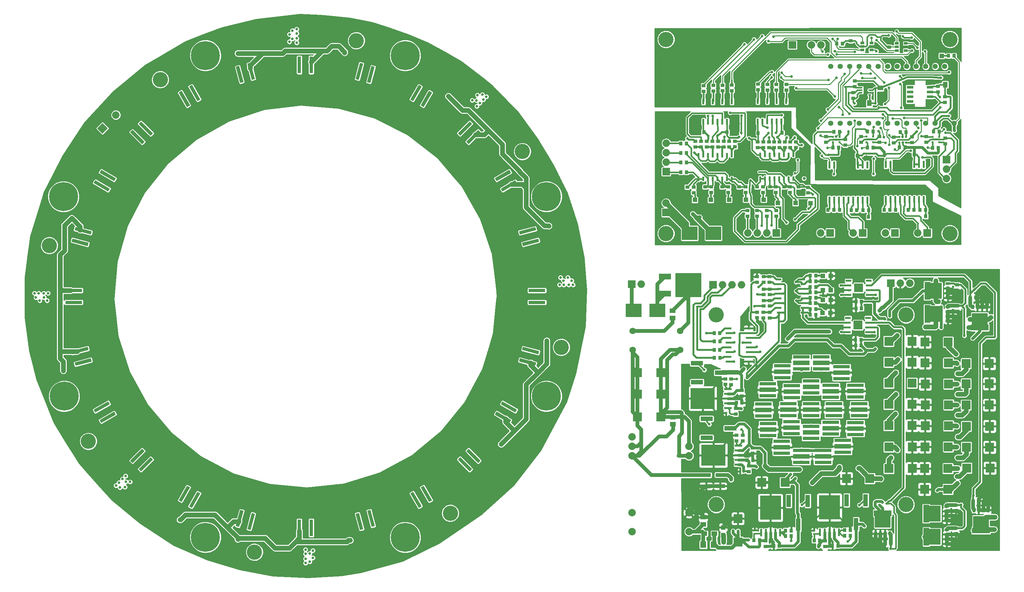
<source format=gbr>
G04 #@! TF.FileFunction,Copper,L1,Top,Signal*
%FSLAX46Y46*%
G04 Gerber Fmt 4.6, Leading zero omitted, Abs format (unit mm)*
G04 Created by KiCad (PCBNEW 4.0.1-stable) date 2/3/2016 11:10:24 AM*
%MOMM*%
G01*
G04 APERTURE LIST*
%ADD10C,0.100000*%
%ADD11C,4.064000*%
%ADD12C,7.760000*%
%ADD13C,1.397000*%
%ADD14R,0.600000X1.950000*%
%ADD15R,4.191000X3.556000*%
%ADD16O,1.998980X1.998980*%
%ADD17R,1.998980X1.998980*%
%ADD18R,1.000760X0.701040*%
%ADD19C,0.650000*%
%ADD20R,0.600000X1.500000*%
%ADD21R,0.508000X1.143000*%
%ADD22R,0.700000X0.350000*%
%ADD23R,1.798320X0.797560*%
%ADD24R,1.198880X1.198880*%
%ADD25R,2.430000X2.370000*%
%ADD26R,2.370000X2.430000*%
%ADD27R,0.600000X0.400000*%
%ADD28R,0.400000X0.600000*%
%ADD29R,1.500000X1.200000*%
%ADD30R,1.600200X1.803400*%
%ADD31R,1.193800X3.302000*%
%ADD32R,3.302000X1.193800*%
%ADD33R,1.143000X0.508000*%
%ADD34R,1.500000X0.600000*%
%ADD35R,1.550000X0.600000*%
%ADD36R,1.175000X1.175000*%
%ADD37R,0.596900X1.998980*%
%ADD38R,5.598160X6.499860*%
%ADD39R,1.998980X0.596900*%
%ADD40R,6.499860X5.598160*%
%ADD41C,1.750000*%
%ADD42R,3.200400X1.600200*%
%ADD43R,7.000240X6.499860*%
%ADD44C,2.000000*%
%ADD45R,2.500000X1.000000*%
%ADD46C,0.736600*%
%ADD47R,1.150000X0.700000*%
%ADD48R,1.550000X4.700000*%
%ADD49R,3.300000X4.200000*%
%ADD50R,0.700000X1.150000*%
%ADD51R,4.700000X1.550000*%
%ADD52R,4.200000X3.300000*%
%ADD53R,1.300000X4.500000*%
%ADD54R,0.900000X4.500000*%
%ADD55R,4.500000X1.300000*%
%ADD56R,4.500000X0.900000*%
%ADD57R,0.600000X0.600000*%
%ADD58C,1.998980*%
%ADD59R,0.899160X1.000760*%
%ADD60R,1.000760X0.899160*%
%ADD61R,1.498600X1.300480*%
%ADD62R,1.300480X1.498600*%
%ADD63C,0.711200*%
%ADD64C,0.635000*%
%ADD65C,0.381000*%
%ADD66C,0.508000*%
%ADD67C,0.762000*%
%ADD68C,0.254000*%
%ADD69C,1.016000*%
%ADD70C,1.270000*%
G04 APERTURE END LIST*
D10*
D11*
X159910000Y-103330000D03*
X77770000Y-158210000D03*
X22890000Y-76070000D03*
X52590000Y-31620000D03*
X130210000Y-147780000D03*
X33320000Y-128510000D03*
D12*
X155930000Y-62970000D03*
X64670000Y-154230000D03*
X118130000Y-154230000D03*
X118130000Y-25170000D03*
X155930000Y-116430000D03*
X64670000Y-25170000D03*
X26670000Y-62970000D03*
D11*
X105030000Y-21190000D03*
X149480000Y-50890000D03*
D13*
X262533800Y-28091300D03*
X259993800Y-28091300D03*
X257453800Y-28091300D03*
X254913800Y-28091300D03*
X252373800Y-28091300D03*
X249833800Y-28091300D03*
X247293800Y-28091300D03*
X244753800Y-28091300D03*
X242213800Y-28091300D03*
X239673800Y-28091300D03*
X237133800Y-28091300D03*
X234593800Y-28091300D03*
X232053800Y-28091300D03*
X232053800Y-43331300D03*
X234593800Y-43331300D03*
X237133800Y-43331300D03*
X239673800Y-43331300D03*
X242213800Y-43331300D03*
X244753800Y-43331300D03*
X247293800Y-43331300D03*
X249833800Y-43331300D03*
X252373800Y-43331300D03*
X254913800Y-43331300D03*
X257453800Y-43331300D03*
X259993800Y-43331300D03*
X262533800Y-43331300D03*
X265073800Y-43331300D03*
X265073800Y-28091300D03*
D14*
X241794700Y-54496140D03*
X240524700Y-54496140D03*
X239254700Y-54496140D03*
X237984700Y-54496140D03*
X236714700Y-54496140D03*
X235444700Y-54496140D03*
X234174700Y-54496140D03*
X232904700Y-54496140D03*
X231634700Y-54496140D03*
X230364700Y-54496140D03*
X230364700Y-63896140D03*
X231634700Y-63896140D03*
X232904700Y-63896140D03*
X234174700Y-63896140D03*
X235444700Y-63896140D03*
X236714700Y-63896140D03*
X237984700Y-63896140D03*
X239254700Y-63896140D03*
X240524700Y-63896140D03*
X241794700Y-63896140D03*
D15*
X194263680Y-72792760D03*
X200613680Y-72792760D03*
D16*
X187939080Y-59610160D03*
D17*
X187939080Y-67230160D03*
D16*
X187939080Y-64690160D03*
X187939080Y-62150160D03*
X229366480Y-22328040D03*
D17*
X221746480Y-22328040D03*
D16*
X224286480Y-22328040D03*
X226826480Y-22328040D03*
X226775680Y-72665760D03*
D17*
X231855680Y-72665760D03*
D16*
X229315680Y-72665760D03*
X244111180Y-72665760D03*
D17*
X249191180Y-72665760D03*
D16*
X246651180Y-72665760D03*
X235475180Y-72729260D03*
D17*
X240555180Y-72729260D03*
D16*
X238015180Y-72729260D03*
X252797980Y-72716560D03*
D17*
X257877980Y-72716560D03*
D16*
X255337980Y-72716560D03*
D18*
X242907220Y-23712340D03*
X242907220Y-22762380D03*
X242907220Y-21812420D03*
X240509460Y-23712340D03*
X240509460Y-21812420D03*
X240509460Y-22762380D03*
X252089320Y-23826640D03*
X252089320Y-22876680D03*
X252089320Y-21926720D03*
X249691560Y-23826640D03*
X249691560Y-21926720D03*
X249691560Y-22876680D03*
D19*
X215810638Y-55009397D03*
X215810638Y-54009397D03*
X215810638Y-56009397D03*
D20*
X205553980Y-37474060D03*
X204283980Y-37474060D03*
X203013980Y-37474060D03*
X201743980Y-37474060D03*
X200473980Y-37474060D03*
X199203980Y-37474060D03*
X197933980Y-37474060D03*
X196663980Y-37474060D03*
X196663980Y-42874060D03*
X197933980Y-42874060D03*
X199203980Y-42874060D03*
X200473980Y-42874060D03*
X201743980Y-42874060D03*
X203013980Y-42874060D03*
X204283980Y-42874060D03*
X205553980Y-42874060D03*
D21*
X196628954Y-51875232D03*
X199168954Y-51875232D03*
X200438954Y-51875232D03*
X201708954Y-51875232D03*
X202978954Y-51875232D03*
X204248954Y-51875232D03*
X205518954Y-51875232D03*
X205518954Y-58225232D03*
X204248954Y-58225232D03*
X202978954Y-58225232D03*
X201708954Y-58225232D03*
X200438954Y-58225232D03*
X199168954Y-58225232D03*
X197898954Y-58225232D03*
X196628954Y-58225232D03*
X197898954Y-51875232D03*
X213123180Y-51774260D03*
X215663180Y-51774260D03*
X216933180Y-51774260D03*
X218203180Y-51774260D03*
X219473180Y-51774260D03*
X220743180Y-51774260D03*
X222013180Y-51774260D03*
X222013180Y-58124260D03*
X220743180Y-58124260D03*
X219473180Y-58124260D03*
X218203180Y-58124260D03*
X216933180Y-58124260D03*
X215663180Y-58124260D03*
X214393180Y-58124260D03*
X213123180Y-58124260D03*
X214393180Y-51774260D03*
D20*
X220108180Y-37397860D03*
X218838180Y-37397860D03*
X217568180Y-37397860D03*
X216298180Y-37397860D03*
X215028180Y-37397860D03*
X213758180Y-37397860D03*
X212488180Y-37397860D03*
X211218180Y-37397860D03*
X211218180Y-42797860D03*
X212488180Y-42797860D03*
X213758180Y-42797860D03*
X215028180Y-42797860D03*
X216298180Y-42797860D03*
X217568180Y-42797860D03*
X218838180Y-42797860D03*
X220108180Y-42797860D03*
D22*
X240179700Y-35736700D03*
X240179700Y-35086700D03*
X240179700Y-34436700D03*
X240179700Y-33786700D03*
X242429700Y-33786700D03*
X242429700Y-34436700D03*
X242429700Y-35086700D03*
X242429700Y-35736700D03*
D23*
X258596800Y-37476600D03*
X258596800Y-36206600D03*
X258596800Y-34936600D03*
X258596800Y-33666600D03*
X253262800Y-33666600D03*
X253262800Y-34936600D03*
X253262800Y-36206600D03*
X253262800Y-37476600D03*
D14*
X256933100Y-54356440D03*
X255663100Y-54356440D03*
X254393100Y-54356440D03*
X253123100Y-54356440D03*
X251853100Y-54356440D03*
X250583100Y-54356440D03*
X249313100Y-54356440D03*
X248043100Y-54356440D03*
X246773100Y-54356440D03*
X245503100Y-54356440D03*
X245503100Y-63756440D03*
X246773100Y-63756440D03*
X248043100Y-63756440D03*
X249313100Y-63756440D03*
X250583100Y-63756440D03*
X251853100Y-63756440D03*
X253123100Y-63756440D03*
X254393100Y-63756440D03*
X255663100Y-63756440D03*
X256933100Y-63756440D03*
D11*
X263915680Y-72848760D03*
X187915680Y-72848760D03*
X187915680Y-20848760D03*
X263915680Y-20848760D03*
D24*
X261728620Y-25266820D03*
X259630580Y-25266820D03*
X195663754Y-63838632D03*
X193565714Y-63838632D03*
X214078220Y-63775760D03*
X211980180Y-63775760D03*
X199908093Y-63825932D03*
X197810053Y-63825932D03*
X217885680Y-64690160D03*
X215787640Y-64690160D03*
X204807220Y-63775760D03*
X202709180Y-63775760D03*
X222599920Y-64690160D03*
X220501880Y-64690160D03*
X209313180Y-63775760D03*
X207215140Y-63775760D03*
X226562320Y-64715560D03*
X224464280Y-64715560D03*
D16*
X187977180Y-48662759D03*
D17*
X187977180Y-56282759D03*
D16*
X187977180Y-53742759D03*
X187977180Y-51202759D03*
X209821179Y-72665760D03*
D17*
X217441179Y-72665760D03*
D16*
X214901179Y-72665760D03*
X212361179Y-72665760D03*
D25*
X207164983Y-149239605D03*
X207164983Y-155479605D03*
D26*
X213554743Y-139542765D03*
X219794743Y-139542765D03*
X253795183Y-101722165D03*
X247555183Y-101722165D03*
X274468243Y-107691165D03*
X268228243Y-107691165D03*
X257141143Y-135798805D03*
X263381143Y-135798805D03*
X253795183Y-107310165D03*
X247555183Y-107310165D03*
X274468243Y-113111525D03*
X268228243Y-113111525D03*
X257217343Y-129994905D03*
X263457343Y-129994905D03*
X253795183Y-112954045D03*
X247555183Y-112954045D03*
X274468243Y-118801125D03*
X268228243Y-118801125D03*
X257293543Y-124368805D03*
X263533543Y-124368805D03*
X253795183Y-118597925D03*
X247555183Y-118597925D03*
X274554603Y-124490725D03*
X268314603Y-124490725D03*
X257293543Y-118730005D03*
X263533543Y-118730005D03*
X236211543Y-138491205D03*
X242451543Y-138491205D03*
X274554603Y-130093965D03*
X268314603Y-130093965D03*
X257293543Y-113167405D03*
X263533543Y-113167405D03*
X253795183Y-124297685D03*
X247555183Y-124297685D03*
X274646043Y-135692125D03*
X268406043Y-135692125D03*
X257252903Y-107528605D03*
X263492903Y-107528605D03*
X253820583Y-130058405D03*
X247580583Y-130058405D03*
X257217343Y-101925365D03*
X263457343Y-101925365D03*
X253820583Y-135808965D03*
X247580583Y-135808965D03*
X257141143Y-141374105D03*
X263381143Y-141374105D03*
D24*
X229847183Y-94112325D03*
X231945223Y-94112325D03*
X229910683Y-90683325D03*
X232008723Y-90683325D03*
X232011263Y-88046805D03*
X229913223Y-88046805D03*
X229910683Y-84180925D03*
X232008723Y-84180925D03*
X203263543Y-153677865D03*
X203263543Y-151579825D03*
D15*
X179270703Y-93451925D03*
X185620703Y-93451925D03*
D27*
X211673483Y-152318545D03*
X211673483Y-153218545D03*
D28*
X207756383Y-136570965D03*
X208656383Y-136570965D03*
D27*
X227538323Y-152420145D03*
X227538323Y-153320145D03*
D28*
X203997183Y-120894085D03*
X204897183Y-120894085D03*
D29*
X198169583Y-153243525D03*
X200869583Y-153243525D03*
D16*
X181317943Y-86395805D03*
D17*
X178777943Y-86395805D03*
D16*
X208114943Y-86624405D03*
D17*
X200494943Y-86624405D03*
D16*
X203034943Y-86624405D03*
X205574943Y-86624405D03*
D30*
X197924463Y-156205165D03*
X200718463Y-156205165D03*
D31*
X225859383Y-144475845D03*
X223319383Y-150875845D03*
X220779383Y-144475845D03*
D32*
X198788463Y-122489205D03*
X205188463Y-125029205D03*
X198788463Y-127569205D03*
D31*
X241355923Y-144300585D03*
X238815923Y-150700585D03*
X236275923Y-144300585D03*
D32*
X196223063Y-107589565D03*
X202623063Y-110129565D03*
X196223063Y-112669565D03*
D33*
X218208903Y-94023425D03*
X218208903Y-91483425D03*
X218208903Y-90213425D03*
X218208903Y-88943425D03*
X218208903Y-87673425D03*
X218208903Y-86403425D03*
X218208903Y-85133425D03*
X224558903Y-85133425D03*
X224558903Y-86403425D03*
X224558903Y-87673425D03*
X224558903Y-88943425D03*
X224558903Y-90213425D03*
X224558903Y-91483425D03*
X224558903Y-92753425D03*
X224558903Y-94023425D03*
X218208903Y-92753425D03*
D34*
X204647863Y-98272845D03*
X204647863Y-99542845D03*
X204647863Y-100812845D03*
X204647863Y-102082845D03*
X204647863Y-103352845D03*
X204647863Y-104622845D03*
X204647863Y-105892845D03*
X204647863Y-107162845D03*
X210047863Y-107162845D03*
X210047863Y-105892845D03*
X210047863Y-104622845D03*
X210047863Y-103352845D03*
X210047863Y-102082845D03*
X210047863Y-100812845D03*
X210047863Y-99542845D03*
X210047863Y-98272845D03*
D35*
X236626463Y-95443285D03*
X236626463Y-96713285D03*
X236626463Y-97983285D03*
X236626463Y-99253285D03*
X242026463Y-99253285D03*
X242026463Y-97983285D03*
X242026463Y-96713285D03*
X242026463Y-95443285D03*
D36*
X239913963Y-97935785D03*
X239913963Y-96760785D03*
X238738963Y-97935785D03*
X238738963Y-96760785D03*
D35*
X236786483Y-85483945D03*
X236786483Y-86753945D03*
X236786483Y-88023945D03*
X236786483Y-89293945D03*
X242186483Y-89293945D03*
X242186483Y-88023945D03*
X242186483Y-86753945D03*
X242186483Y-85483945D03*
D36*
X240073983Y-87976445D03*
X240073983Y-86801445D03*
X238898983Y-87976445D03*
X238898983Y-86801445D03*
D37*
X213349883Y-153009845D03*
X218429883Y-153009845D03*
D38*
X215889883Y-146311865D03*
D37*
X214619883Y-153009845D03*
X215889883Y-153009845D03*
X217159883Y-153009845D03*
D39*
X207312303Y-134792965D03*
X207312303Y-129712965D03*
D40*
X200614323Y-132252965D03*
D39*
X207312303Y-133522965D03*
X207312303Y-132252965D03*
X207312303Y-130982965D03*
D37*
X229138523Y-152895545D03*
X234218523Y-152895545D03*
D38*
X231678523Y-146197565D03*
D37*
X230408523Y-152895545D03*
X231678523Y-152895545D03*
X232948523Y-152895545D03*
D39*
X204457343Y-119570745D03*
X204457343Y-114490745D03*
D40*
X197759363Y-117030745D03*
D39*
X204457343Y-118300745D03*
X204457343Y-117030745D03*
X204457343Y-115760745D03*
D26*
X180306143Y-121955805D03*
X186546143Y-121955805D03*
D41*
X179001463Y-104038645D03*
X191701463Y-104038645D03*
X191701463Y-98958645D03*
X179001463Y-98958645D03*
D42*
X187647623Y-84389205D03*
X187647623Y-88991685D03*
D43*
X193896023Y-86690445D03*
D44*
X178838903Y-127315205D03*
X178838903Y-129855205D03*
X178838903Y-132395205D03*
X178838903Y-147635205D03*
X178838903Y-152715205D03*
X194078903Y-152715205D03*
X194078903Y-147635205D03*
X194078903Y-132395205D03*
X194078903Y-129855205D03*
D11*
X201358543Y-145450805D03*
X201358543Y-94650805D03*
X252158543Y-94650805D03*
X252158543Y-145450805D03*
D26*
X180275663Y-110104165D03*
X186515663Y-110104165D03*
X180306143Y-115910605D03*
X186546143Y-115910605D03*
D45*
X198681383Y-137575405D03*
X198681383Y-140575405D03*
X202450743Y-137519525D03*
X202450743Y-140519525D03*
D16*
X253164383Y-86126565D03*
D17*
X248084383Y-86126565D03*
D16*
X250624383Y-86126565D03*
D46*
X259242603Y-149403045D03*
X258417103Y-148615645D03*
X258417103Y-146418545D03*
X259242603Y-147434545D03*
X257274103Y-147180545D03*
X257274103Y-146037545D03*
X257274103Y-148514045D03*
D47*
X263020103Y-148514045D03*
X263020103Y-149784045D03*
X263020103Y-147244045D03*
D48*
X257545103Y-147879045D03*
D49*
X259745103Y-147879045D03*
D47*
X263020103Y-145974045D03*
D46*
X257274103Y-149657045D03*
X259308643Y-155610805D03*
X258483143Y-154823405D03*
X258483143Y-152626305D03*
X259308643Y-153642305D03*
X257340143Y-153388305D03*
X257340143Y-152245305D03*
X257340143Y-154721805D03*
D47*
X263086143Y-154721805D03*
X263086143Y-155991805D03*
X263086143Y-153451805D03*
D48*
X257611143Y-154086805D03*
D49*
X259811143Y-154086805D03*
D47*
X263086143Y-152181805D03*
D46*
X257340143Y-155864805D03*
X273761243Y-150695905D03*
X272973843Y-151521405D03*
X270776743Y-151521405D03*
X271792743Y-150695905D03*
X271538743Y-152664405D03*
X270395743Y-152664405D03*
X272872243Y-152664405D03*
D50*
X272872243Y-146918405D03*
X274142243Y-146918405D03*
X271602243Y-146918405D03*
D51*
X272237243Y-152393405D03*
D52*
X272237243Y-150193405D03*
D50*
X270332243Y-146918405D03*
D46*
X274015243Y-152664405D03*
X244375983Y-149461465D03*
X245163383Y-148635965D03*
X247360483Y-148635965D03*
X246344483Y-149461465D03*
X246598483Y-147492965D03*
X247741483Y-147492965D03*
X245264983Y-147492965D03*
D50*
X245264983Y-153238965D03*
X243994983Y-153238965D03*
X246534983Y-153238965D03*
D51*
X245899983Y-147763965D03*
D52*
X245899983Y-149963965D03*
D50*
X247804983Y-153238965D03*
D46*
X244121983Y-147492965D03*
X273428503Y-96327205D03*
X272641103Y-97152705D03*
X270444003Y-97152705D03*
X271460003Y-96327205D03*
X271206003Y-98295705D03*
X270063003Y-98295705D03*
X272539503Y-98295705D03*
D50*
X272539503Y-92549705D03*
X273809503Y-92549705D03*
X271269503Y-92549705D03*
D51*
X271904503Y-98024705D03*
D52*
X271904503Y-95824705D03*
D50*
X269999503Y-92549705D03*
D46*
X273682503Y-98295705D03*
X259585503Y-95910645D03*
X258760003Y-95123245D03*
X258760003Y-92926145D03*
X259585503Y-93942145D03*
X257617003Y-93688145D03*
X257617003Y-92545145D03*
X257617003Y-95021645D03*
D47*
X263363003Y-95021645D03*
X263363003Y-96291645D03*
X263363003Y-93751645D03*
D48*
X257888003Y-94386645D03*
D49*
X260088003Y-94386645D03*
D47*
X263363003Y-92481645D03*
D46*
X257617003Y-96164645D03*
X259590583Y-89690185D03*
X258765083Y-88902785D03*
X258765083Y-86705685D03*
X259590583Y-87721685D03*
X257622083Y-87467685D03*
X257622083Y-86324685D03*
X257622083Y-88801185D03*
D47*
X263368083Y-88801185D03*
X263368083Y-90071185D03*
X263368083Y-87531185D03*
D48*
X257893083Y-88166185D03*
D49*
X260093083Y-88166185D03*
D47*
X263368083Y-86261185D03*
D46*
X257622083Y-89944185D03*
D53*
X91400000Y-27700000D03*
D54*
X93000000Y-27700000D03*
X89800000Y-27700000D03*
D46*
X92987500Y-26874500D03*
X92987500Y-28462000D03*
X91400000Y-26874500D03*
X91400000Y-28462000D03*
X89812500Y-26874500D03*
X89812500Y-28462000D03*
D10*
G36*
X39983557Y-120137917D02*
X36086443Y-122387917D01*
X35436443Y-121262083D01*
X39333557Y-119012083D01*
X39983557Y-120137917D01*
X39983557Y-120137917D01*
G37*
G36*
X39083557Y-118579070D02*
X35186443Y-120829070D01*
X34736443Y-120049648D01*
X38633557Y-117799648D01*
X39083557Y-118579070D01*
X39083557Y-118579070D01*
G37*
G36*
X40683557Y-121350352D02*
X36786443Y-123600352D01*
X36336443Y-122820930D01*
X40233557Y-120570930D01*
X40683557Y-121350352D01*
X40683557Y-121350352D01*
G37*
D46*
X36201346Y-119737935D03*
X37576161Y-118944185D03*
X36995096Y-121112750D03*
X38369911Y-120319000D03*
X37788846Y-122487565D03*
X39163661Y-121693815D03*
D10*
G36*
X143466443Y-119012083D02*
X147363557Y-121262083D01*
X146713557Y-122387917D01*
X142816443Y-120137917D01*
X143466443Y-119012083D01*
X143466443Y-119012083D01*
G37*
G36*
X142566443Y-120570930D02*
X146463557Y-122820930D01*
X146013557Y-123600352D01*
X142116443Y-121350352D01*
X142566443Y-120570930D01*
X142566443Y-120570930D01*
G37*
G36*
X144166443Y-117799648D02*
X148063557Y-120049648D01*
X147613557Y-120829070D01*
X143716443Y-118579070D01*
X144166443Y-117799648D01*
X144166443Y-117799648D01*
G37*
D46*
X145011154Y-122487565D03*
X143636339Y-121693815D03*
X145804904Y-121112750D03*
X144430089Y-120319000D03*
X146598654Y-119737935D03*
X145223839Y-118944185D03*
D10*
G36*
X75314491Y-32161565D02*
X74149805Y-27814899D01*
X75405509Y-27478435D01*
X76570195Y-31825101D01*
X75314491Y-32161565D01*
X75314491Y-32161565D01*
G37*
G36*
X77053157Y-31695692D02*
X75888472Y-27349025D01*
X76757805Y-27116088D01*
X77922490Y-31462755D01*
X77053157Y-31695692D01*
X77053157Y-31695692D01*
G37*
G36*
X73962195Y-32523912D02*
X72797510Y-28177245D01*
X73666843Y-27944308D01*
X74831528Y-32290975D01*
X73962195Y-32523912D01*
X73962195Y-32523912D01*
G37*
D46*
X76679752Y-28611753D03*
X77090627Y-30145160D03*
X75146345Y-29022628D03*
X75557220Y-30556035D03*
X73612938Y-29433503D03*
X74023813Y-30966911D03*
D10*
G36*
X49610610Y-132408629D02*
X46428629Y-135590610D01*
X45509390Y-134671371D01*
X48691371Y-131489390D01*
X49610610Y-132408629D01*
X49610610Y-132408629D01*
G37*
G36*
X48337817Y-131135837D02*
X45155837Y-134317817D01*
X44519441Y-133681421D01*
X47701421Y-130499441D01*
X48337817Y-131135837D01*
X48337817Y-131135837D01*
G37*
G36*
X50600559Y-133398579D02*
X47418579Y-136580559D01*
X46782183Y-135944163D01*
X49964163Y-132762183D01*
X50600559Y-133398579D01*
X50600559Y-133398579D01*
G37*
D46*
X45853751Y-133001185D03*
X46976283Y-131878653D03*
X46976283Y-134123717D03*
X48098815Y-133001185D03*
X48098815Y-135246249D03*
X49221347Y-134123717D03*
D10*
G36*
X149274899Y-104529805D02*
X153621565Y-105694491D01*
X153285101Y-106950195D01*
X148938435Y-105785509D01*
X149274899Y-104529805D01*
X149274899Y-104529805D01*
G37*
G36*
X148809025Y-106268472D02*
X153155692Y-107433157D01*
X152922755Y-108302490D01*
X148576088Y-107137805D01*
X148809025Y-106268472D01*
X148809025Y-106268472D01*
G37*
G36*
X149637245Y-103177510D02*
X153983912Y-104342195D01*
X153750975Y-105211528D01*
X149404308Y-104046843D01*
X149637245Y-103177510D01*
X149637245Y-103177510D01*
G37*
D46*
X151666497Y-107487062D03*
X150133089Y-107076187D03*
X152077372Y-105953655D03*
X150543965Y-105542780D03*
X152488247Y-104420248D03*
X150954840Y-104009373D03*
D10*
G36*
X60962083Y-38283557D02*
X58712083Y-34386443D01*
X59837917Y-33736443D01*
X62087917Y-37633557D01*
X60962083Y-38283557D01*
X60962083Y-38283557D01*
G37*
G36*
X62520930Y-37383557D02*
X60270930Y-33486443D01*
X61050352Y-33036443D01*
X63300352Y-36933557D01*
X62520930Y-37383557D01*
X62520930Y-37383557D01*
G37*
G36*
X59749648Y-38983557D02*
X57499648Y-35086443D01*
X58279070Y-34636443D01*
X60529070Y-38533557D01*
X59749648Y-38983557D01*
X59749648Y-38983557D01*
G37*
D46*
X61362065Y-34501346D03*
X62155815Y-35876161D03*
X59987250Y-35295096D03*
X60781000Y-36669911D03*
X58612435Y-36088846D03*
X59406185Y-37463661D03*
D10*
G36*
X62087917Y-141766443D02*
X59837917Y-145663557D01*
X58712083Y-145013557D01*
X60962083Y-141116443D01*
X62087917Y-141766443D01*
X62087917Y-141766443D01*
G37*
G36*
X60529070Y-140866443D02*
X58279070Y-144763557D01*
X57499648Y-144313557D01*
X59749648Y-140416443D01*
X60529070Y-140866443D01*
X60529070Y-140866443D01*
G37*
G36*
X63300352Y-142466443D02*
X61050352Y-146363557D01*
X60270930Y-145913557D01*
X62520930Y-142016443D01*
X63300352Y-142466443D01*
X63300352Y-142466443D01*
G37*
D46*
X58612435Y-143311154D03*
X59406185Y-141936339D03*
X59987250Y-144104904D03*
X60781000Y-142730089D03*
X61362065Y-144898654D03*
X62155815Y-143523839D03*
D55*
X153400000Y-89700000D03*
D56*
X153400000Y-91300000D03*
X153400000Y-88100000D03*
D46*
X154225500Y-91287500D03*
X152638000Y-91287500D03*
X154225500Y-89700000D03*
X152638000Y-89700000D03*
X154225500Y-88112500D03*
X152638000Y-88112500D03*
D10*
G36*
X48691371Y-47910610D02*
X45509390Y-44728629D01*
X46428629Y-43809390D01*
X49610610Y-46991371D01*
X48691371Y-47910610D01*
X48691371Y-47910610D01*
G37*
G36*
X49964163Y-46637817D02*
X46782183Y-43455837D01*
X47418579Y-42819441D01*
X50600559Y-46001421D01*
X49964163Y-46637817D01*
X49964163Y-46637817D01*
G37*
G36*
X47701421Y-48900559D02*
X44519441Y-45718579D01*
X45155837Y-45082183D01*
X48337817Y-48264163D01*
X47701421Y-48900559D01*
X47701421Y-48900559D01*
G37*
D46*
X48098815Y-44153751D03*
X49221347Y-45276283D03*
X46976283Y-45276283D03*
X48098815Y-46398815D03*
X45853751Y-46398815D03*
X46976283Y-47521347D03*
D10*
G36*
X76570195Y-147574899D02*
X75405509Y-151921565D01*
X74149805Y-151585101D01*
X75314491Y-147238435D01*
X76570195Y-147574899D01*
X76570195Y-147574899D01*
G37*
G36*
X74831528Y-147109025D02*
X73666843Y-151455692D01*
X72797510Y-151222755D01*
X73962195Y-146876088D01*
X74831528Y-147109025D01*
X74831528Y-147109025D01*
G37*
G36*
X77922490Y-147937245D02*
X76757805Y-152283912D01*
X75888472Y-152050975D01*
X77053157Y-147704308D01*
X77922490Y-147937245D01*
X77922490Y-147937245D01*
G37*
D46*
X73612938Y-149966497D03*
X74023813Y-148433089D03*
X75146345Y-150377372D03*
X75557220Y-148843965D03*
X76679752Y-150788247D03*
X77090627Y-149254840D03*
D10*
G36*
X148938435Y-73614491D02*
X153285101Y-72449805D01*
X153621565Y-73705509D01*
X149274899Y-74870195D01*
X148938435Y-73614491D01*
X148938435Y-73614491D01*
G37*
G36*
X149404308Y-75353157D02*
X153750975Y-74188472D01*
X153983912Y-75057805D01*
X149637245Y-76222490D01*
X149404308Y-75353157D01*
X149404308Y-75353157D01*
G37*
G36*
X148576088Y-72262195D02*
X152922755Y-71097510D01*
X153155692Y-71966843D01*
X148809025Y-73131528D01*
X148576088Y-72262195D01*
X148576088Y-72262195D01*
G37*
D46*
X152488247Y-74979752D03*
X150954840Y-75390627D03*
X152077372Y-73446345D03*
X150543965Y-73857220D03*
X151666497Y-71912938D03*
X150133089Y-72323813D03*
D10*
G36*
X39333557Y-60387917D02*
X35436443Y-58137917D01*
X36086443Y-57012083D01*
X39983557Y-59262083D01*
X39333557Y-60387917D01*
X39333557Y-60387917D01*
G37*
G36*
X40233557Y-58829070D02*
X36336443Y-56579070D01*
X36786443Y-55799648D01*
X40683557Y-58049648D01*
X40233557Y-58829070D01*
X40233557Y-58829070D01*
G37*
G36*
X38633557Y-61600352D02*
X34736443Y-59350352D01*
X35186443Y-58570930D01*
X39083557Y-60820930D01*
X38633557Y-61600352D01*
X38633557Y-61600352D01*
G37*
D46*
X37788846Y-56912435D03*
X39163661Y-57706185D03*
X36995096Y-58287250D03*
X38369911Y-59081000D03*
X36201346Y-59662065D03*
X37576161Y-60455815D03*
D53*
X91400000Y-151700000D03*
D54*
X89800000Y-151700000D03*
X93000000Y-151700000D03*
D46*
X89812500Y-152525500D03*
X89812500Y-150938000D03*
X91400000Y-152525500D03*
X91400000Y-150938000D03*
X92987500Y-152525500D03*
X92987500Y-150938000D03*
D10*
G36*
X142816443Y-59262083D02*
X146713557Y-57012083D01*
X147363557Y-58137917D01*
X143466443Y-60387917D01*
X142816443Y-59262083D01*
X142816443Y-59262083D01*
G37*
G36*
X143716443Y-60820930D02*
X147613557Y-58570930D01*
X148063557Y-59350352D01*
X144166443Y-61600352D01*
X143716443Y-60820930D01*
X143716443Y-60820930D01*
G37*
G36*
X142116443Y-58049648D02*
X146013557Y-55799648D01*
X146463557Y-56579070D01*
X142566443Y-58829070D01*
X142116443Y-58049648D01*
X142116443Y-58049648D01*
G37*
D46*
X146598654Y-59662065D03*
X145223839Y-60455815D03*
X145804904Y-58287250D03*
X144430089Y-59081000D03*
X145011154Y-56912435D03*
X143636339Y-57706185D03*
D10*
G36*
X33525101Y-74870195D02*
X29178435Y-73705509D01*
X29514899Y-72449805D01*
X33861565Y-73614491D01*
X33525101Y-74870195D01*
X33525101Y-74870195D01*
G37*
G36*
X33990975Y-73131528D02*
X29644308Y-71966843D01*
X29877245Y-71097510D01*
X34223912Y-72262195D01*
X33990975Y-73131528D01*
X33990975Y-73131528D01*
G37*
G36*
X33162755Y-76222490D02*
X28816088Y-75057805D01*
X29049025Y-74188472D01*
X33395692Y-75353157D01*
X33162755Y-76222490D01*
X33162755Y-76222490D01*
G37*
D46*
X31133503Y-71912938D03*
X32666911Y-72323813D03*
X30722628Y-73446345D03*
X32256035Y-73857220D03*
X30311753Y-74979752D03*
X31845160Y-75390627D03*
D10*
G36*
X107485509Y-147238435D02*
X108650195Y-151585101D01*
X107394491Y-151921565D01*
X106229805Y-147574899D01*
X107485509Y-147238435D01*
X107485509Y-147238435D01*
G37*
G36*
X105746843Y-147704308D02*
X106911528Y-152050975D01*
X106042195Y-152283912D01*
X104877510Y-147937245D01*
X105746843Y-147704308D01*
X105746843Y-147704308D01*
G37*
G36*
X108837805Y-146876088D02*
X110002490Y-151222755D01*
X109133157Y-151455692D01*
X107968472Y-147109025D01*
X108837805Y-146876088D01*
X108837805Y-146876088D01*
G37*
D46*
X106120248Y-150788247D03*
X105709373Y-149254840D03*
X107653655Y-150377372D03*
X107242780Y-148843965D03*
X109187062Y-149966497D03*
X108776187Y-148433089D03*
D10*
G36*
X133189390Y-46991371D02*
X136371371Y-43809390D01*
X137290610Y-44728629D01*
X134108629Y-47910610D01*
X133189390Y-46991371D01*
X133189390Y-46991371D01*
G37*
G36*
X134462183Y-48264163D02*
X137644163Y-45082183D01*
X138280559Y-45718579D01*
X135098579Y-48900559D01*
X134462183Y-48264163D01*
X134462183Y-48264163D01*
G37*
G36*
X132199441Y-46001421D02*
X135381421Y-42819441D01*
X136017817Y-43455837D01*
X132835837Y-46637817D01*
X132199441Y-46001421D01*
X132199441Y-46001421D01*
G37*
D46*
X136946249Y-46398815D03*
X135823717Y-47521347D03*
X135823717Y-45276283D03*
X134701185Y-46398815D03*
X134701185Y-44153751D03*
X133578653Y-45276283D03*
D55*
X29400000Y-89700000D03*
D56*
X29400000Y-88100000D03*
X29400000Y-91300000D03*
D46*
X28574500Y-88112500D03*
X30162000Y-88112500D03*
X28574500Y-89700000D03*
X30162000Y-89700000D03*
X28574500Y-91287500D03*
X30162000Y-91287500D03*
D10*
G36*
X121837917Y-141116443D02*
X124087917Y-145013557D01*
X122962083Y-145663557D01*
X120712083Y-141766443D01*
X121837917Y-141116443D01*
X121837917Y-141116443D01*
G37*
G36*
X120279070Y-142016443D02*
X122529070Y-145913557D01*
X121749648Y-146363557D01*
X119499648Y-142466443D01*
X120279070Y-142016443D01*
X120279070Y-142016443D01*
G37*
G36*
X123050352Y-140416443D02*
X125300352Y-144313557D01*
X124520930Y-144763557D01*
X122270930Y-140866443D01*
X123050352Y-140416443D01*
X123050352Y-140416443D01*
G37*
D46*
X121437935Y-144898654D03*
X120644185Y-143523839D03*
X122812750Y-144104904D03*
X122019000Y-142730089D03*
X124187565Y-143311154D03*
X123393815Y-141936339D03*
D10*
G36*
X120712083Y-37633557D02*
X122962083Y-33736443D01*
X124087917Y-34386443D01*
X121837917Y-38283557D01*
X120712083Y-37633557D01*
X120712083Y-37633557D01*
G37*
G36*
X122270930Y-38533557D02*
X124520930Y-34636443D01*
X125300352Y-35086443D01*
X123050352Y-38983557D01*
X122270930Y-38533557D01*
X122270930Y-38533557D01*
G37*
G36*
X119499648Y-36933557D02*
X121749648Y-33036443D01*
X122529070Y-33486443D01*
X120279070Y-37383557D01*
X119499648Y-36933557D01*
X119499648Y-36933557D01*
G37*
D46*
X124187565Y-36088846D03*
X123393815Y-37463661D03*
X122812750Y-35295096D03*
X122019000Y-36669911D03*
X121437935Y-34501346D03*
X120644185Y-35876161D03*
D10*
G36*
X33861565Y-105785509D02*
X29514899Y-106950195D01*
X29178435Y-105694491D01*
X33525101Y-104529805D01*
X33861565Y-105785509D01*
X33861565Y-105785509D01*
G37*
G36*
X33395692Y-104046843D02*
X29049025Y-105211528D01*
X28816088Y-104342195D01*
X33162755Y-103177510D01*
X33395692Y-104046843D01*
X33395692Y-104046843D01*
G37*
G36*
X34223912Y-107137805D02*
X29877245Y-108302490D01*
X29644308Y-107433157D01*
X33990975Y-106268472D01*
X34223912Y-107137805D01*
X34223912Y-107137805D01*
G37*
D46*
X30311753Y-104420248D03*
X31845160Y-104009373D03*
X30722628Y-105953655D03*
X32256035Y-105542780D03*
X31133503Y-107487062D03*
X32666911Y-107076187D03*
D10*
G36*
X134108629Y-131489390D02*
X137290610Y-134671371D01*
X136371371Y-135590610D01*
X133189390Y-132408629D01*
X134108629Y-131489390D01*
X134108629Y-131489390D01*
G37*
G36*
X132835837Y-132762183D02*
X136017817Y-135944163D01*
X135381421Y-136580559D01*
X132199441Y-133398579D01*
X132835837Y-132762183D01*
X132835837Y-132762183D01*
G37*
G36*
X135098579Y-130499441D02*
X138280559Y-133681421D01*
X137644163Y-134317817D01*
X134462183Y-131135837D01*
X135098579Y-130499441D01*
X135098579Y-130499441D01*
G37*
D46*
X134701185Y-135246249D03*
X133578653Y-134123717D03*
X135823717Y-134123717D03*
X134701185Y-133001185D03*
X136946249Y-133001185D03*
X135823717Y-131878653D03*
D10*
G36*
X106189805Y-31825101D02*
X107354491Y-27478435D01*
X108610195Y-27814899D01*
X107445509Y-32161565D01*
X106189805Y-31825101D01*
X106189805Y-31825101D01*
G37*
G36*
X107928472Y-32290975D02*
X109093157Y-27944308D01*
X109962490Y-28177245D01*
X108797805Y-32523912D01*
X107928472Y-32290975D01*
X107928472Y-32290975D01*
G37*
G36*
X104837510Y-31462755D02*
X106002195Y-27116088D01*
X106871528Y-27349025D01*
X105706843Y-31695692D01*
X104837510Y-31462755D01*
X104837510Y-31462755D01*
G37*
D46*
X109147062Y-29433503D03*
X108736187Y-30966911D03*
X107613655Y-29022628D03*
X107202780Y-30556035D03*
X106080248Y-28611753D03*
X105669373Y-30145160D03*
X87109940Y-21475600D03*
X87935440Y-20688200D03*
X87935440Y-18491100D03*
X87109940Y-19507100D03*
X89078440Y-19253100D03*
X89078440Y-18110100D03*
X89078440Y-20586600D03*
X89078440Y-21729600D03*
X159680280Y-84627620D03*
X160467680Y-85453120D03*
X162664780Y-85453120D03*
X161648780Y-84627620D03*
X161902780Y-86596120D03*
X163045780Y-86596120D03*
X160569280Y-86596120D03*
X159426280Y-86596120D03*
X22266280Y-90820140D03*
X21478880Y-89994640D03*
X19281780Y-89994640D03*
X20297780Y-90820140D03*
X20043780Y-88851640D03*
X18900780Y-88851640D03*
X21377280Y-88851640D03*
X22520280Y-88851640D03*
X136070728Y-37171350D03*
X137211221Y-37198291D03*
X138764805Y-35644706D03*
X137462668Y-35779410D03*
X139034213Y-36991745D03*
X139842436Y-36183522D03*
X138091286Y-37934672D03*
X137283063Y-38742895D03*
X93393900Y-157772000D03*
X92568400Y-158559400D03*
X92568400Y-160756500D03*
X93393900Y-159740500D03*
X91425400Y-159994500D03*
X91425400Y-161137500D03*
X91425400Y-158661000D03*
X91425400Y-157518000D03*
X44488992Y-139368610D03*
X43348499Y-139341669D03*
X41794915Y-140895254D03*
X43097052Y-140760550D03*
X41525507Y-139548215D03*
X40717284Y-140356438D03*
X42468434Y-138605288D03*
X43276657Y-137797065D03*
D55*
X226758543Y-120050805D03*
D56*
X226758543Y-118450805D03*
X226758543Y-121650805D03*
D46*
X225933043Y-118463305D03*
X227520543Y-118463305D03*
X225933043Y-120050805D03*
X227520543Y-120050805D03*
X225933043Y-121638305D03*
X227520543Y-121638305D03*
D55*
X220662543Y-120050805D03*
D56*
X220662543Y-118450805D03*
X220662543Y-121650805D03*
D46*
X219837043Y-118463305D03*
X221424543Y-118463305D03*
X219837043Y-120050805D03*
X221424543Y-120050805D03*
X219837043Y-121638305D03*
X221424543Y-121638305D03*
D55*
X213972183Y-120111765D03*
D56*
X213972183Y-118511765D03*
X213972183Y-121711765D03*
D46*
X213146683Y-118524265D03*
X214734183Y-118524265D03*
X213146683Y-120111765D03*
X214734183Y-120111765D03*
X213146683Y-121699265D03*
X214734183Y-121699265D03*
D55*
X238605103Y-125080005D03*
D56*
X238605103Y-123480005D03*
X238605103Y-126680005D03*
D46*
X237779603Y-123492505D03*
X239367103Y-123492505D03*
X237779603Y-125080005D03*
X239367103Y-125080005D03*
X237779603Y-126667505D03*
X239367103Y-126667505D03*
D55*
X221627743Y-115199405D03*
D56*
X221627743Y-113599405D03*
X221627743Y-116799405D03*
D46*
X220802243Y-113611905D03*
X222389743Y-113611905D03*
X220802243Y-115199405D03*
X222389743Y-115199405D03*
X220802243Y-116786905D03*
X222389743Y-116786905D03*
D55*
X215191383Y-114701565D03*
D56*
X215191383Y-113101565D03*
X215191383Y-116301565D03*
D46*
X214365883Y-113114065D03*
X215953383Y-113114065D03*
X214365883Y-114701565D03*
X215953383Y-114701565D03*
X214365883Y-116289065D03*
X215953383Y-116289065D03*
D55*
X235226903Y-129885685D03*
D56*
X235226903Y-128285685D03*
X235226903Y-131485685D03*
D46*
X234401403Y-128298185D03*
X235988903Y-128298185D03*
X234401403Y-129885685D03*
X235988903Y-129885685D03*
X234401403Y-131473185D03*
X235988903Y-131473185D03*
D55*
X226758543Y-113954805D03*
D56*
X226758543Y-112354805D03*
X226758543Y-115554805D03*
D46*
X225933043Y-112367305D03*
X227520543Y-112367305D03*
X225933043Y-113954805D03*
X227520543Y-113954805D03*
X225933043Y-115542305D03*
X227520543Y-115542305D03*
D55*
X219021703Y-109880645D03*
D56*
X219021703Y-108280645D03*
X219021703Y-111480645D03*
D46*
X218196203Y-108293145D03*
X219783703Y-108293145D03*
X218196203Y-109880645D03*
X219783703Y-109880645D03*
X218196203Y-111468145D03*
X219783703Y-111468145D03*
D55*
X229943703Y-132593325D03*
D56*
X229943703Y-130993325D03*
X229943703Y-134193325D03*
D46*
X229118203Y-131005825D03*
X230705703Y-131005825D03*
X229118203Y-132593325D03*
X230705703Y-132593325D03*
X229118203Y-134180825D03*
X230705703Y-134180825D03*
D55*
X232016343Y-115135905D03*
D56*
X232016343Y-113535905D03*
X232016343Y-116735905D03*
D46*
X231190843Y-113548405D03*
X232778343Y-113548405D03*
X231190843Y-115135905D03*
X232778343Y-115135905D03*
X231190843Y-116723405D03*
X232778343Y-116723405D03*
D55*
X224132183Y-107533685D03*
D56*
X224132183Y-105933685D03*
X224132183Y-109133685D03*
D46*
X223306683Y-105946185D03*
X224894183Y-105946185D03*
X223306683Y-107533685D03*
X224894183Y-107533685D03*
X223306683Y-109121185D03*
X224894183Y-109121185D03*
D55*
X224162663Y-132567925D03*
D56*
X224162663Y-130967925D03*
X224162663Y-134167925D03*
D46*
X223337163Y-130980425D03*
X224924663Y-130980425D03*
X223337163Y-132567925D03*
X224924663Y-132567925D03*
X223337163Y-134155425D03*
X224924663Y-134155425D03*
D55*
X232854543Y-120050805D03*
D56*
X232854543Y-118450805D03*
X232854543Y-121650805D03*
D46*
X232029043Y-118463305D03*
X233616543Y-118463305D03*
X232029043Y-120050805D03*
X233616543Y-120050805D03*
X232029043Y-121638305D03*
X233616543Y-121638305D03*
D55*
X229471263Y-107477805D03*
D56*
X229471263Y-105877805D03*
X229471263Y-109077805D03*
D46*
X228645763Y-105890305D03*
X230233263Y-105890305D03*
X228645763Y-107477805D03*
X230233263Y-107477805D03*
X228645763Y-109065305D03*
X230233263Y-109065305D03*
D55*
X218915023Y-130109205D03*
D56*
X218915023Y-128509205D03*
X218915023Y-131709205D03*
D46*
X218089523Y-128521705D03*
X219677023Y-128521705D03*
X218089523Y-130109205D03*
X219677023Y-130109205D03*
X218089523Y-131696705D03*
X219677023Y-131696705D03*
D55*
X231978243Y-124991105D03*
D56*
X231978243Y-123391105D03*
X231978243Y-126591105D03*
D46*
X231152743Y-123403605D03*
X232740243Y-123403605D03*
X231152743Y-124991105D03*
X232740243Y-124991105D03*
X231152743Y-126578605D03*
X232740243Y-126578605D03*
D55*
X234917023Y-110104165D03*
D56*
X234917023Y-108504165D03*
X234917023Y-111704165D03*
D46*
X234091523Y-108516665D03*
X235679023Y-108516665D03*
X234091523Y-110104165D03*
X235679023Y-110104165D03*
X234091523Y-111691665D03*
X235679023Y-111691665D03*
D55*
X215226943Y-125334005D03*
D56*
X215226943Y-123734005D03*
X215226943Y-126934005D03*
D46*
X214401443Y-123746505D03*
X215988943Y-123746505D03*
X214401443Y-125334005D03*
X215988943Y-125334005D03*
X214401443Y-126921505D03*
X215988943Y-126921505D03*
D55*
X226758543Y-126146805D03*
D56*
X226758543Y-124546805D03*
X226758543Y-127746805D03*
D46*
X225933043Y-124559305D03*
X227520543Y-124559305D03*
X225933043Y-126146805D03*
X227520543Y-126146805D03*
X225933043Y-127734305D03*
X227520543Y-127734305D03*
D55*
X238605103Y-115077485D03*
D56*
X238605103Y-113477485D03*
X238605103Y-116677485D03*
D46*
X237779603Y-113489985D03*
X239367103Y-113489985D03*
X237779603Y-115077485D03*
X239367103Y-115077485D03*
X237779603Y-116664985D03*
X239367103Y-116664985D03*
D55*
X221513443Y-124826005D03*
D56*
X221513443Y-123226005D03*
X221513443Y-126426005D03*
D46*
X220687943Y-123238505D03*
X222275443Y-123238505D03*
X220687943Y-124826005D03*
X222275443Y-124826005D03*
X220687943Y-126413505D03*
X222275443Y-126413505D03*
D55*
X239610943Y-120050805D03*
D56*
X239610943Y-118450805D03*
X239610943Y-121650805D03*
D46*
X238785443Y-118463305D03*
X240372943Y-118463305D03*
X238785443Y-120050805D03*
X240372943Y-120050805D03*
X238785443Y-121638305D03*
X240372943Y-121638305D03*
D16*
X263016400Y-60656640D03*
D17*
X263016400Y-53036640D03*
D16*
X263016400Y-55576640D03*
X263016400Y-58116640D03*
D57*
X252176520Y-48447338D03*
X252176520Y-46947338D03*
X250376520Y-46947338D03*
X250376520Y-48447338D03*
D27*
X252176520Y-47697338D03*
X250376520Y-47697338D03*
D57*
X243352560Y-48397808D03*
X243352560Y-46897808D03*
X241552560Y-46897808D03*
X241552560Y-48397808D03*
D27*
X243352560Y-47647808D03*
X241552560Y-47647808D03*
D57*
X234396520Y-48435972D03*
X234396520Y-46935972D03*
X232596520Y-46935972D03*
X232596520Y-48435972D03*
D27*
X234396520Y-47685972D03*
X232596520Y-47685972D03*
D57*
X261066520Y-48424642D03*
X261066520Y-46924642D03*
X259266520Y-46924642D03*
X259266520Y-48424642D03*
D27*
X261066520Y-47674642D03*
X259266520Y-47674642D03*
D12*
X26870000Y-116430000D03*
D58*
X40684091Y-41096829D02*
X40684091Y-41096829D01*
D10*
G36*
X37091989Y-43275439D02*
X38505481Y-44688931D01*
X37091989Y-46102423D01*
X35678497Y-44688931D01*
X37091989Y-43275439D01*
X37091989Y-43275439D01*
G37*
D58*
X38888040Y-42892880D02*
X38888040Y-42892880D01*
D59*
X263521860Y-25241420D03*
X265025540Y-25241420D03*
X193397304Y-56432240D03*
X191893624Y-56432240D03*
X193397304Y-53855956D03*
X191893624Y-53855956D03*
X193397305Y-51279670D03*
X191893625Y-51279670D03*
X193397304Y-48703384D03*
X191893624Y-48703384D03*
D60*
X217473840Y-66704380D03*
X217473840Y-68208060D03*
X214897555Y-66704380D03*
X214897555Y-68208060D03*
X212321271Y-66704380D03*
X212321271Y-68208060D03*
X209744985Y-66704380D03*
X209744985Y-68208060D03*
X205515880Y-33087480D03*
X205515880Y-34591160D03*
X203039380Y-33138280D03*
X203039380Y-34641960D03*
X198010180Y-33227180D03*
X198010180Y-34730860D03*
X200588280Y-33163680D03*
X200588280Y-34667360D03*
D59*
X233620980Y-21997840D03*
X235124660Y-21997840D03*
D60*
X197263954Y-48174452D03*
X197263954Y-49678132D03*
X214012180Y-48355420D03*
X214012180Y-49859100D03*
X195739954Y-49683212D03*
X195739954Y-48179532D03*
X212488180Y-49859100D03*
X212488180Y-48355420D03*
X193619054Y-61898072D03*
X193619054Y-60394392D03*
X212297680Y-61860600D03*
X212297680Y-60356920D03*
X195333554Y-61926012D03*
X195333554Y-60422332D03*
X213885180Y-61860600D03*
X213885180Y-60356920D03*
X200324654Y-48149052D03*
X200324654Y-49652732D03*
X216869680Y-48355420D03*
X216869680Y-49859100D03*
X198800654Y-49665432D03*
X198800654Y-48161752D03*
X215472680Y-49859100D03*
X215472680Y-48355420D03*
X217441180Y-32935080D03*
X217441180Y-34438760D03*
X212564380Y-32858880D03*
X212564380Y-34362560D03*
X220133580Y-32935080D03*
X220133580Y-34438760D03*
X215040881Y-32935080D03*
X215040881Y-34438760D03*
X198381554Y-61875212D03*
X198381554Y-60371532D03*
X215790180Y-61860600D03*
X215790180Y-60356920D03*
X199994454Y-61862512D03*
X199994454Y-60358832D03*
X217314180Y-61860600D03*
X217314180Y-60356920D03*
X203359954Y-48136352D03*
X203359954Y-49640032D03*
X219727180Y-48355420D03*
X219727180Y-49859100D03*
X201835954Y-49652733D03*
X201835954Y-48149053D03*
X218330180Y-49859100D03*
X218330180Y-48355420D03*
X202963180Y-61850440D03*
X202963180Y-60346760D03*
X219536680Y-61860600D03*
X219536680Y-60356920D03*
X204614180Y-61850440D03*
X204614180Y-60346760D03*
X221124180Y-61860600D03*
X221124180Y-60356920D03*
X206382555Y-48123652D03*
X206382555Y-49627332D03*
X222711680Y-48355420D03*
X222711680Y-49859100D03*
X204845854Y-49640032D03*
X204845854Y-48136352D03*
X221187680Y-49859100D03*
X221187680Y-48355420D03*
X207471680Y-61850440D03*
X207471680Y-60346760D03*
X223410180Y-61860600D03*
X223410180Y-60356920D03*
X209249680Y-61850440D03*
X209249680Y-60346760D03*
X225950180Y-61987600D03*
X225950180Y-60483920D03*
X262610000Y-36204060D03*
X262610000Y-37707740D03*
X260755800Y-33407520D03*
X260755800Y-34911200D03*
X238022800Y-35149960D03*
X238022800Y-36653640D03*
X238467300Y-33514200D03*
X238467300Y-32010520D03*
D59*
X200830223Y-99527605D03*
X202333903Y-99527605D03*
X200850543Y-101742485D03*
X202354223Y-101742485D03*
X200850543Y-106111285D03*
X202354223Y-106111285D03*
X200830223Y-104038645D03*
X202333903Y-104038645D03*
D60*
X214017903Y-95478845D03*
X214017903Y-93975165D03*
X215694303Y-93987865D03*
X215694303Y-95491545D03*
D59*
X228028543Y-94620325D03*
X226524863Y-94620325D03*
X228003143Y-93121725D03*
X226499463Y-93121725D03*
D60*
X214058543Y-92291145D03*
X214058543Y-90787465D03*
X215643503Y-90787465D03*
X215643503Y-92291145D03*
D59*
X227990443Y-91508825D03*
X226486763Y-91508825D03*
X228015843Y-90073725D03*
X226512163Y-90073725D03*
D60*
X214068703Y-89243145D03*
X214068703Y-87739465D03*
X215643503Y-87739465D03*
X215643503Y-89243145D03*
D59*
X228028543Y-88587825D03*
X226524863Y-88587825D03*
X228015843Y-87140025D03*
X226512163Y-87140025D03*
D60*
X214081403Y-85928445D03*
X214081403Y-84424765D03*
X215630803Y-84399365D03*
X215630803Y-85903045D03*
D59*
X228028543Y-85641425D03*
X226524863Y-85641425D03*
X228028543Y-84092025D03*
X226524863Y-84092025D03*
D60*
X203288943Y-155509205D03*
X203288943Y-157012885D03*
D59*
X248074223Y-155925765D03*
X246570543Y-155925765D03*
X211480443Y-155029145D03*
X212984123Y-155029145D03*
X221442323Y-152425645D03*
X219938643Y-152425645D03*
X221442323Y-153911545D03*
X219938643Y-153911545D03*
D60*
X210080903Y-136598905D03*
X210080903Y-135095225D03*
D59*
X227573883Y-155054545D03*
X229077563Y-155054545D03*
D60*
X206580783Y-121229365D03*
X206580783Y-119725685D03*
X206791603Y-126891025D03*
X206791603Y-128394705D03*
D59*
X237281763Y-152311345D03*
X235778083Y-152311345D03*
D60*
X203812183Y-111780565D03*
X203812183Y-113284245D03*
X208493403Y-126891025D03*
X208493403Y-128394705D03*
D59*
X237281763Y-153822645D03*
X235778083Y-153822645D03*
D60*
X205346343Y-111805965D03*
X205346343Y-113309645D03*
X265468143Y-151823665D03*
X265468143Y-153327345D03*
X265958363Y-92212405D03*
X265958363Y-93716085D03*
D59*
X269374663Y-90040705D03*
X270878343Y-90040705D03*
D60*
X265478303Y-145587965D03*
X265478303Y-147091645D03*
X265851683Y-86581225D03*
X265851683Y-88084905D03*
D59*
X270151903Y-144485605D03*
X271655583Y-144485605D03*
D60*
X248822880Y-47031858D03*
X248822880Y-48535538D03*
X240181800Y-46874600D03*
X240181800Y-48378280D03*
D59*
X252180760Y-45711058D03*
X250677080Y-45711058D03*
X243361880Y-45509128D03*
X241858200Y-45509128D03*
D60*
X253775880Y-48459338D03*
X253775880Y-46955658D03*
X245094160Y-48409808D03*
X245094160Y-46906128D03*
D59*
X250372280Y-49749658D03*
X251875960Y-49749658D03*
X241827720Y-49837288D03*
X243331400Y-49837288D03*
D60*
X257575720Y-46907562D03*
X257575720Y-48411242D03*
X230702520Y-46913812D03*
X230702520Y-48417492D03*
D59*
X261070760Y-45505482D03*
X259567080Y-45505482D03*
X234395680Y-45608252D03*
X232892000Y-45608252D03*
D60*
X262635400Y-48817642D03*
X262635400Y-47313962D03*
X235899360Y-49179492D03*
X235899360Y-47675812D03*
D59*
X259302920Y-49935242D03*
X260806600Y-49935242D03*
X232587200Y-49875452D03*
X234090880Y-49875452D03*
D60*
X237382720Y-21205360D03*
X237382720Y-22709040D03*
X247674800Y-22897000D03*
X247674800Y-21393320D03*
D59*
X198027960Y-45690960D03*
X196524280Y-45690960D03*
X205762260Y-45729060D03*
X204258580Y-45729060D03*
X212582160Y-45957660D03*
X211078480Y-45957660D03*
X220466320Y-45894160D03*
X218962640Y-45894160D03*
D60*
X212280543Y-93919285D03*
X212280543Y-95422965D03*
X212280543Y-84419685D03*
X212280543Y-85923365D03*
D59*
X252884340Y-51698060D03*
X254388020Y-51698060D03*
X237603700Y-51939360D03*
X239107380Y-51939360D03*
X249381680Y-66518960D03*
X247878000Y-66518960D03*
X234400760Y-66531660D03*
X232897080Y-66531660D03*
X257400460Y-66544360D03*
X255896780Y-66544360D03*
X242160460Y-66607860D03*
X240656780Y-66607860D03*
X246320980Y-66506260D03*
X244817300Y-66506260D03*
X254296580Y-66544360D03*
X252792900Y-66544360D03*
X231289260Y-66531660D03*
X229785580Y-66531660D03*
X238993080Y-66607860D03*
X237489400Y-66607860D03*
X257433480Y-68246160D03*
X258937160Y-68246160D03*
X242124900Y-68423960D03*
X243628580Y-68423960D03*
X238648160Y-101300000D03*
X240151840Y-101300000D03*
X240169743Y-102870245D03*
X238666063Y-102870245D03*
X240251840Y-91100000D03*
X238748160Y-91100000D03*
D60*
X214600000Y-156651840D03*
X214600000Y-155148160D03*
D59*
X216748160Y-156500000D03*
X218251840Y-156500000D03*
X211151840Y-133600000D03*
X209648160Y-133600000D03*
D60*
X230500000Y-156651840D03*
X230500000Y-155148160D03*
D59*
X208251840Y-118200000D03*
X206748160Y-118200000D03*
D60*
X211100000Y-131751840D03*
X211100000Y-130248160D03*
D59*
X232448160Y-156500000D03*
X233951840Y-156500000D03*
D60*
X208200000Y-116351840D03*
X208200000Y-114848160D03*
D61*
X245299900Y-35787500D03*
X245299900Y-33882500D03*
D62*
X264540400Y-32968100D03*
X262635400Y-32968100D03*
X240473900Y-37895700D03*
X242378900Y-37895700D03*
D61*
X189700000Y-95452500D03*
X189700000Y-93547500D03*
X189800000Y-123952500D03*
X189800000Y-122047500D03*
X197900000Y-150752500D03*
X197900000Y-148847500D03*
D59*
X238748160Y-92900000D03*
X240251840Y-92900000D03*
D63*
X244350000Y-22750000D03*
X253450000Y-22650000D03*
X246250000Y-20750000D03*
X257956720Y-53153480D03*
X236148280Y-51952060D03*
X251784520Y-52498160D03*
X245274500Y-37171800D03*
X241312100Y-36308200D03*
X241571180Y-52244160D03*
X238627320Y-22886840D03*
X195533680Y-51202760D03*
X193628680Y-47392760D03*
X201700000Y-46600000D03*
X199216680Y-46706960D03*
X207484380Y-46986360D03*
X217707880Y-47024460D03*
X222330680Y-47100660D03*
X224883380Y-58086160D03*
X215472680Y-47138760D03*
X210151380Y-47329260D03*
X222475238Y-56721298D03*
X223173738Y-53165298D03*
X251250000Y-46950000D03*
X251350000Y-48450000D03*
X231393400Y-51776800D03*
X265150000Y-45274400D03*
X257987200Y-51294200D03*
X246359080Y-52040960D03*
X220565380Y-66595160D03*
X216590280Y-63293160D03*
X206074680Y-61845360D03*
X211053080Y-61743760D03*
X224642080Y-62226360D03*
X224476980Y-66341160D03*
X221619480Y-46503760D03*
X209910080Y-43493860D03*
X207344680Y-43392260D03*
X195025680Y-45678260D03*
X207362238Y-52720798D03*
D64*
X195089180Y-67585760D03*
X196958620Y-68474760D03*
X196022630Y-68519210D03*
D63*
X226089880Y-66150660D03*
X227169380Y-62353360D03*
X229798280Y-24106040D03*
X233090120Y-23999360D03*
X238434280Y-24182240D03*
X244240720Y-23999360D03*
X233918160Y-20722760D03*
X244306760Y-21052960D03*
X232516080Y-20727840D03*
X233643840Y-24883280D03*
X231230840Y-24918840D03*
X253745400Y-23841880D03*
X262787800Y-45843360D03*
X256290480Y-46798400D03*
X216196580Y-70646460D03*
X220171680Y-69871760D03*
X213516880Y-70786160D03*
X222483080Y-69033560D03*
X216727440Y-20148720D03*
X213654040Y-19981080D03*
X208904240Y-22160400D03*
X215330440Y-21322200D03*
X211474720Y-20875160D03*
X217352280Y-45843360D03*
X215371080Y-45906860D03*
X263661560Y-29648320D03*
X255437040Y-44603840D03*
X216229600Y-29612760D03*
X218896600Y-29805800D03*
X221522960Y-30755760D03*
X222782800Y-33920600D03*
X233105360Y-36165960D03*
X234248360Y-38985360D03*
X235203400Y-41007200D03*
X251662600Y-41845400D03*
X250936160Y-39137760D03*
X250672000Y-32813160D03*
X243854640Y-31238360D03*
X240445960Y-31212960D03*
X233516840Y-31126600D03*
X231423880Y-31715880D03*
X218739120Y-31045320D03*
X216168640Y-31045320D03*
X203600000Y-47000000D03*
X208043180Y-45868760D03*
X208157480Y-41284060D03*
X200473980Y-41334860D03*
X218888980Y-41144360D03*
X220260580Y-47113360D03*
X199127780Y-41372960D03*
X205084080Y-40496660D03*
X224235680Y-49170760D03*
X215078980Y-44522560D03*
X244918900Y-39102200D03*
X261301900Y-39076800D03*
X261238400Y-36282800D03*
X247659560Y-46554560D03*
X246272720Y-47067640D03*
X245419280Y-44598760D03*
X249666160Y-18726320D03*
X242950000Y-20450000D03*
X236991560Y-40778600D03*
X238429200Y-42632800D03*
X229371560Y-42607400D03*
X229346160Y-46656160D03*
X257240440Y-24060320D03*
X255172880Y-23054480D03*
X256249840Y-42551520D03*
X246663880Y-48596720D03*
X242706560Y-29993760D03*
X240115760Y-29958200D03*
X235772360Y-30110600D03*
X231215600Y-39625440D03*
X246293040Y-32391520D03*
X247593520Y-33834240D03*
X246536880Y-38182720D03*
X245947600Y-40946240D03*
X247654480Y-49053920D03*
X239130240Y-49455240D03*
X243664783Y-92054925D03*
X246458783Y-95712525D03*
X243954343Y-103693205D03*
X209562743Y-111465605D03*
X209974223Y-154879285D03*
X228688943Y-156763965D03*
X208043823Y-119806965D03*
X205859423Y-152486605D03*
X207200543Y-152517085D03*
X212117983Y-135361925D03*
X265684043Y-95377265D03*
X215889883Y-155026605D03*
X244475043Y-156791905D03*
X243751143Y-155598105D03*
X245186243Y-155687005D03*
X272973843Y-88719905D03*
X273812043Y-90066105D03*
X272516643Y-90015305D03*
X265353843Y-88999305D03*
X265468143Y-90129605D03*
X266738143Y-89824805D03*
X266814343Y-95590605D03*
X265684043Y-96314505D03*
X273329443Y-143355305D03*
X272897643Y-144625305D03*
X274167643Y-144472905D03*
X266661943Y-155306005D03*
X265430043Y-155991805D03*
X265430043Y-154772605D03*
X266598443Y-149083005D03*
X265391943Y-148524205D03*
X265430043Y-149794205D03*
X213271143Y-96924105D03*
X212280543Y-83093805D03*
X208229243Y-98562405D03*
X208330843Y-107160305D03*
X209425583Y-132252965D03*
X216588383Y-139558005D03*
X210416183Y-152293565D03*
X205341263Y-138785845D03*
X206171843Y-99489505D03*
X206197243Y-102029505D03*
X206248043Y-104429805D03*
X206133743Y-107147605D03*
X221282303Y-137343125D03*
X222506583Y-138399765D03*
X223629263Y-136032485D03*
X227037943Y-139552925D03*
X234302343Y-135417805D03*
X239499183Y-135722605D03*
X249755703Y-100101645D03*
X249979223Y-106583725D03*
X249395023Y-110109245D03*
X249425503Y-115900445D03*
X249303583Y-121173485D03*
X249811583Y-130795005D03*
X248104703Y-132903205D03*
X245422463Y-138547085D03*
X260489743Y-141691605D03*
X240982543Y-151231845D03*
X265960903Y-110383565D03*
X265960903Y-115915685D03*
X265940583Y-121483365D03*
X266042183Y-127340605D03*
X265976143Y-132893045D03*
X265833903Y-137912085D03*
X265529103Y-105135925D03*
X265793263Y-107655605D03*
X265833903Y-113202965D03*
X265762783Y-118765565D03*
X265737383Y-124465325D03*
X265737383Y-130053325D03*
X265986303Y-135753085D03*
X265864383Y-139735805D03*
X245033843Y-93507805D03*
X231609943Y-99108505D03*
X220497443Y-101064305D03*
X208749943Y-109141505D03*
X245021143Y-145603205D03*
X245844103Y-144856445D03*
X257309663Y-97891845D03*
X260769143Y-91038925D03*
X260093083Y-85486905D03*
X247799903Y-94986085D03*
X261495583Y-98049325D03*
X269979183Y-100950005D03*
X274855983Y-95270565D03*
X268923323Y-98024705D03*
X269247243Y-95824705D03*
X275963423Y-148839165D03*
X275770383Y-152110685D03*
X198737263Y-99542845D03*
X211582043Y-92326705D03*
X208508643Y-102042205D03*
X222796143Y-90828105D03*
X234810343Y-99210105D03*
X212394843Y-89151705D03*
X212229743Y-103172505D03*
X222732643Y-88224605D03*
X234696043Y-86776805D03*
X212737743Y-87221305D03*
X213093343Y-104569505D03*
X222732643Y-85824305D03*
X234810343Y-89291405D03*
X246989643Y-145146005D03*
X248018343Y-157261805D03*
X224299823Y-145557485D03*
X221424543Y-155199325D03*
X199489103Y-123962405D03*
X208150503Y-125384805D03*
X239666823Y-145587965D03*
X236623903Y-155311085D03*
X198178463Y-109377725D03*
X206895743Y-111861845D03*
X243713043Y-99260905D03*
X266890543Y-145476205D03*
X267766843Y-100213405D03*
X267258843Y-92212405D03*
X270459243Y-87881705D03*
X270230643Y-143075905D03*
X244030543Y-89329505D03*
X131587880Y-32473800D03*
X49188511Y-144673991D03*
X100239200Y-158170780D03*
X159771720Y-78092200D03*
X79949680Y-21724520D03*
X22632040Y-98325840D03*
X42489760Y-65117880D03*
X38674680Y-78488440D03*
X37760280Y-94571720D03*
X40285040Y-108257240D03*
X47696760Y-121546520D03*
X52858040Y-128104800D03*
X65405640Y-137670440D03*
X79609320Y-142369440D03*
X93873960Y-143055240D03*
X110156240Y-139554240D03*
X123260000Y-132971440D03*
X130343280Y-125964762D03*
X138801480Y-113413440D03*
X144044040Y-97130682D03*
X143591920Y-80817320D03*
X139263760Y-65387120D03*
X137059040Y-61360920D03*
X126995560Y-48904760D03*
X114828960Y-41419680D03*
X98705040Y-36529880D03*
X79014960Y-37746840D03*
X63764800Y-43497400D03*
X50818120Y-53245920D03*
X53594640Y-50360480D03*
X28880440Y-68739920D03*
X26614760Y-109578040D03*
X57816120Y-149517000D03*
X103414200Y-155033880D03*
X143800200Y-129273200D03*
X156017600Y-101551640D03*
X156551000Y-70822720D03*
X129672720Y-36075520D03*
X101920680Y-24401680D03*
X73330440Y-24584560D03*
X247550000Y-19750000D03*
X251350000Y-20050000D03*
X253650000Y-20350000D03*
X250550000Y-30750000D03*
X236788360Y-45487760D03*
X244779200Y-45411560D03*
X255050960Y-45497920D03*
X261512720Y-31091040D03*
X243953700Y-37971900D03*
X238378400Y-37984600D03*
X263613300Y-41337400D03*
X229605240Y-52081600D03*
X228634960Y-44710520D03*
X245988240Y-41962240D03*
X248568880Y-42023200D03*
X243554920Y-44299040D03*
X249239440Y-50374720D03*
X243524440Y-52787720D03*
X243463480Y-56902520D03*
X232881840Y-56917760D03*
X240364680Y-50044520D03*
X253445680Y-50654120D03*
X262325520Y-44928960D03*
X233486360Y-46910160D03*
X256595280Y-52467680D03*
X257997360Y-49866720D03*
X231134320Y-49968320D03*
D65*
X242907220Y-22762380D02*
X244337620Y-22762380D01*
X244337620Y-22762380D02*
X244350000Y-22750000D01*
X252089320Y-22876680D02*
X253223320Y-22876680D01*
X253223320Y-22876680D02*
X253450000Y-22650000D01*
X247674800Y-21393320D02*
X246893320Y-21393320D01*
X246893320Y-21393320D02*
X246250000Y-20750000D01*
D66*
X237603700Y-51939360D02*
X236160980Y-51939360D01*
X236160980Y-51939360D02*
X236148280Y-51952060D01*
X252884340Y-51698060D02*
X251784520Y-52498160D01*
D65*
X245299900Y-35787500D02*
X245299900Y-37146400D01*
X245299900Y-37146400D02*
X245274500Y-37171800D01*
X242429700Y-33786700D02*
X241522200Y-33786700D01*
X241312100Y-33996800D02*
X241312100Y-35355700D01*
X241522200Y-33786700D02*
X241312100Y-33996800D01*
X242429700Y-35086700D02*
X241581100Y-35086700D01*
X241312100Y-35355700D02*
X241312100Y-36308200D01*
X241581100Y-35086700D02*
X241312100Y-35355700D01*
X240179700Y-35736700D02*
X240740600Y-35736700D01*
X241312100Y-36308200D02*
X240473900Y-37146400D01*
X240740600Y-35736700D02*
X241312100Y-36308200D01*
X240473900Y-37895700D02*
X240473900Y-37146400D01*
X237603700Y-51939360D02*
X237603700Y-52823280D01*
X237984700Y-53204280D02*
X237984700Y-54496140D01*
X237603700Y-52823280D02*
X237984700Y-53204280D01*
X237382720Y-22709040D02*
X238449520Y-22709040D01*
X238449520Y-22709040D02*
X238627320Y-22886840D01*
X223999460Y-23173860D02*
X223999460Y-22297560D01*
D66*
X220743180Y-51774260D02*
X220743180Y-52561660D01*
X218203180Y-52536260D02*
X218203180Y-51774260D01*
X218761980Y-53095060D02*
X218203180Y-52536260D01*
X220209780Y-53095060D02*
X218761980Y-53095060D01*
X220743180Y-52561660D02*
X220209780Y-53095060D01*
D65*
X210151380Y-47329260D02*
X210341880Y-47329260D01*
X210341880Y-47329260D02*
X210964180Y-47951560D01*
X215663180Y-51774260D02*
X215663180Y-52523560D01*
X218203180Y-52917260D02*
X218203180Y-51774260D01*
X217872980Y-53247460D02*
X218203180Y-52917260D01*
X216387080Y-53247460D02*
X217872980Y-53247460D01*
X215663180Y-52523560D02*
X216387080Y-53247460D01*
X213123180Y-51774260D02*
X213123180Y-52434660D01*
X215663180Y-52802960D02*
X215663180Y-51774260D01*
X215447280Y-53018860D02*
X215663180Y-52802960D01*
X213643880Y-53018860D02*
X215447280Y-53018860D01*
X213618480Y-52993460D02*
X213643880Y-53018860D01*
X213618480Y-52929960D02*
X213618480Y-52993460D01*
X213123180Y-52434660D02*
X213618480Y-52929960D01*
X213123180Y-51774260D02*
X212272280Y-51774260D01*
X212272280Y-51774260D02*
X210964180Y-50466160D01*
X210964180Y-50466160D02*
X210964180Y-47951560D01*
X210964180Y-47951560D02*
X210964180Y-47570560D01*
X201708954Y-51875232D02*
X201708954Y-52996534D01*
X204248954Y-52647486D02*
X204248954Y-51875232D01*
X203331480Y-53564960D02*
X204248954Y-52647486D01*
X202277380Y-53564960D02*
X203331480Y-53564960D01*
X201708954Y-52996534D02*
X202277380Y-53564960D01*
X199168954Y-51875232D02*
X199168954Y-52996534D01*
X201708954Y-52749086D02*
X201708954Y-51875232D01*
X200943880Y-53514160D02*
X201708954Y-52749086D01*
X199686580Y-53514160D02*
X200943880Y-53514160D01*
X199168954Y-52996534D02*
X199686580Y-53514160D01*
X199168954Y-51875232D02*
X199168954Y-52850686D01*
X196628954Y-52729834D02*
X196628954Y-51875232D01*
X197324380Y-53425260D02*
X196628954Y-52729834D01*
X198594380Y-53425260D02*
X197324380Y-53425260D01*
X199168954Y-52850686D02*
X198594380Y-53425260D01*
D66*
X196628954Y-51875232D02*
X196206152Y-51875232D01*
X196206152Y-51875232D02*
X195533680Y-51202760D01*
X195283382Y-47722960D02*
X195739954Y-48179532D01*
X193958880Y-47722960D02*
X195283382Y-47722960D01*
X193628680Y-47392760D02*
X193958880Y-47722960D01*
X199216680Y-46706960D02*
X199216680Y-47745726D01*
X199216680Y-47745726D02*
X198800654Y-48161752D01*
X199216680Y-46706960D02*
X198200680Y-45690960D01*
X198200680Y-45690960D02*
X198027960Y-45690960D01*
X204258580Y-45729060D02*
X202925080Y-45729060D01*
D65*
X201550674Y-46774726D02*
X201700000Y-46600000D01*
X201550674Y-46774726D02*
X201835954Y-48149053D01*
D66*
X202200000Y-46300000D02*
X201700000Y-46600000D01*
X202632980Y-46021160D02*
X202200000Y-46300000D01*
X202925080Y-45729060D02*
X202632980Y-46021160D01*
X207273026Y-47197714D02*
X204845854Y-47197714D01*
X207484380Y-46986360D02*
X207273026Y-47197714D01*
D65*
X222330680Y-47100660D02*
X221187680Y-48243660D01*
D67*
X224883380Y-58086160D02*
X224870680Y-58086160D01*
D65*
X215472680Y-48355420D02*
X215472680Y-47138760D01*
X211703320Y-47570560D02*
X212488180Y-48355420D01*
X210392680Y-47570560D02*
X210964180Y-47570560D01*
X210964180Y-47570560D02*
X211703320Y-47570560D01*
X210151380Y-47329260D02*
X210392680Y-47570560D01*
X212582160Y-45957660D02*
X212582160Y-48261440D01*
X212582160Y-48261440D02*
X212488180Y-48355420D01*
X212488180Y-42797860D02*
X212488180Y-45863680D01*
X212488180Y-45863680D02*
X212582160Y-45957660D01*
X218962640Y-45894160D02*
X218838180Y-45894160D01*
X218838180Y-45894160D02*
X217707880Y-47024460D01*
X218330180Y-47646760D02*
X217707880Y-47024460D01*
X218330180Y-48355420D02*
X218330180Y-47646760D01*
X218838180Y-42797860D02*
X218838180Y-45769700D01*
X218838180Y-45769700D02*
X218962640Y-45894160D01*
X221187680Y-48355420D02*
X221187680Y-48243660D01*
X204258580Y-45729060D02*
X204258580Y-46610440D01*
X204258580Y-46610440D02*
X204845854Y-47197714D01*
X204845854Y-47197714D02*
X204845854Y-48136352D01*
X204283980Y-42874060D02*
X204283980Y-45703660D01*
X204283980Y-45703660D02*
X204258580Y-45729060D01*
X197933980Y-42874060D02*
X197933980Y-45596980D01*
X197933980Y-45596980D02*
X198027960Y-45690960D01*
D68*
X222856238Y-56657798D02*
X222538738Y-56657798D01*
X222538738Y-56657798D02*
X222475238Y-56721298D01*
X223173738Y-56340298D02*
X222856238Y-56657798D01*
X223173738Y-53165298D02*
X223173738Y-56340298D01*
D65*
X259567080Y-45505482D02*
X259567080Y-44967080D01*
X263350000Y-42050000D02*
X264631300Y-43331300D01*
X262050000Y-42050000D02*
X263350000Y-42050000D01*
X261250000Y-42850000D02*
X262050000Y-42050000D01*
X261250000Y-44050000D02*
X261250000Y-42850000D01*
X260650000Y-44650000D02*
X261250000Y-44050000D01*
X259884160Y-44650000D02*
X260650000Y-44650000D01*
X259567080Y-44967080D02*
X259884160Y-44650000D01*
X264631300Y-43331300D02*
X265073800Y-43331300D01*
X251875960Y-49749658D02*
X251875960Y-49575960D01*
X251875960Y-49575960D02*
X251350000Y-49050000D01*
X251250000Y-46350000D02*
X250677080Y-45777080D01*
X251250000Y-46950000D02*
X251250000Y-46350000D01*
X251350000Y-49050000D02*
X251350000Y-48450000D01*
X250677080Y-45777080D02*
X250677080Y-45711058D01*
X251875960Y-49749658D02*
X251849658Y-49749658D01*
D68*
X265025540Y-25241420D02*
X265025540Y-25480180D01*
X265025540Y-25480180D02*
X266389520Y-26844160D01*
X266389520Y-26844160D02*
X266389520Y-42015580D01*
X266389520Y-42015580D02*
X265073800Y-43331300D01*
D66*
X234090880Y-49875452D02*
X234090880Y-51680280D01*
X233994360Y-51776800D02*
X231393400Y-51776800D01*
X234090880Y-51680280D02*
X233994360Y-51776800D01*
D65*
X232892000Y-45608252D02*
X228440492Y-45608252D01*
X228440492Y-45608252D02*
X227593560Y-46455184D01*
X227593560Y-46455184D02*
X227593560Y-48728800D01*
X227593560Y-48728800D02*
X230641560Y-51776800D01*
X230641560Y-51776800D02*
X231393400Y-51776800D01*
X239107380Y-51939360D02*
X239107380Y-50809060D01*
X241196752Y-44847680D02*
X241858200Y-45509128D01*
X238652720Y-44847680D02*
X241196752Y-44847680D01*
X238347920Y-50029280D02*
X238652720Y-44847680D01*
X238429200Y-49968320D02*
X238347920Y-50029280D01*
X239107380Y-50809060D02*
X238429200Y-49968320D01*
X251875960Y-49749658D02*
X251875960Y-50115640D01*
X251875960Y-50115640D02*
X250560240Y-51431360D01*
X246968680Y-51431360D02*
X246359080Y-52040960D01*
X250560240Y-51431360D02*
X246968680Y-51431360D01*
D67*
X246359080Y-52040960D02*
X246359080Y-51009720D01*
X245186648Y-49837288D02*
X243331400Y-49837288D01*
X246359080Y-51009720D02*
X245186648Y-49837288D01*
X254176978Y-49749658D02*
X256442658Y-49749658D01*
X256442658Y-49749658D02*
X257987200Y-51294200D01*
X251875960Y-49749658D02*
X254176978Y-49749658D01*
X254388020Y-49960700D02*
X254388020Y-51698060D01*
X254176978Y-49749658D02*
X254388020Y-49960700D01*
X265073800Y-43331300D02*
X265073800Y-45198200D01*
X265073800Y-45198200D02*
X265150000Y-45274400D01*
X260806600Y-51024960D02*
X260806600Y-49935242D01*
X257987200Y-51294200D02*
X258027840Y-51253560D01*
X258027840Y-51253560D02*
X260578000Y-51253560D01*
X260578000Y-51253560D02*
X260806600Y-51024960D01*
X234090880Y-49926252D02*
X234090880Y-49875452D01*
X243331400Y-49888088D02*
X243331400Y-49837288D01*
X241507680Y-45158608D02*
X241858200Y-45509128D01*
D65*
X265355740Y-43613240D02*
X265073800Y-43331300D01*
X240524700Y-54496140D02*
X240524700Y-53496380D01*
X240524700Y-53496380D02*
X239107380Y-52079060D01*
X239107380Y-52079060D02*
X239107380Y-51939360D01*
X240524700Y-54496140D02*
X239254700Y-54496140D01*
D66*
X239107380Y-51939360D02*
X240377380Y-51939360D01*
X244809680Y-52040960D02*
X246359080Y-52040960D01*
X244238182Y-51469462D02*
X244809680Y-52040960D01*
X240847278Y-51469462D02*
X244238182Y-51469462D01*
X240377380Y-51939360D02*
X240847278Y-51469462D01*
X255663100Y-54356440D02*
X255663100Y-52429580D01*
X255663100Y-52429580D02*
X254931580Y-51698060D01*
X255663100Y-54356440D02*
X254393100Y-54356440D01*
X254931580Y-51698060D02*
X254388020Y-51698060D01*
D65*
X239107380Y-51939360D02*
X239107380Y-54348820D01*
X239107380Y-54348820D02*
X239254700Y-54496140D01*
X254388020Y-51698060D02*
X254388020Y-54351360D01*
X254388020Y-54351360D02*
X254393100Y-54356440D01*
X249313100Y-63756440D02*
X249313100Y-66450380D01*
X249313100Y-66450380D02*
X249381680Y-66518960D01*
X248043100Y-63756440D02*
X248043100Y-66353860D01*
X248043100Y-66353860D02*
X247878000Y-66518960D01*
X234174700Y-63896140D02*
X234174700Y-66305600D01*
X234174700Y-66305600D02*
X234400760Y-66531660D01*
X232904700Y-63896140D02*
X232904700Y-66524040D01*
X232904700Y-66524040D02*
X232897080Y-66531660D01*
X257400460Y-66544360D02*
X257400460Y-68213140D01*
X257400460Y-68213140D02*
X257433480Y-68246160D01*
X256933100Y-63756440D02*
X256933100Y-65112440D01*
X256933100Y-65112440D02*
X257400460Y-65579800D01*
X257400460Y-65579800D02*
X257400460Y-66544360D01*
X255663100Y-63756440D02*
X255663100Y-66310680D01*
X255663100Y-66310680D02*
X255896780Y-66544360D01*
X242160460Y-66607860D02*
X242160460Y-68388400D01*
X242160460Y-68388400D02*
X242124900Y-68423960D01*
X241794700Y-65497880D02*
X241931860Y-65497880D01*
X241931860Y-65497880D02*
X242160460Y-65726480D01*
X242160460Y-65726480D02*
X242160460Y-66607860D01*
X241794700Y-63896140D02*
X241794700Y-65497880D01*
X240524700Y-63896140D02*
X240524700Y-66475780D01*
X240524700Y-66475780D02*
X240656780Y-66607860D01*
X246320980Y-65564560D02*
X246320980Y-66506260D01*
X246773100Y-63756440D02*
X246773100Y-65112440D01*
X246773100Y-65112440D02*
X246320980Y-65564560D01*
X215790180Y-61860600D02*
X215790180Y-62493060D01*
X220565380Y-66595160D02*
X220501880Y-66595160D01*
X215790180Y-62493060D02*
X216590280Y-63293160D01*
X220501880Y-64690160D02*
X220501880Y-63343960D01*
X219536680Y-62378760D02*
X219536680Y-61860600D01*
X220501880Y-63343960D02*
X219536680Y-62378760D01*
X212297680Y-61860600D02*
X211169920Y-61860600D01*
X211169920Y-61860600D02*
X211053080Y-61743760D01*
X223410180Y-61860600D02*
X224276320Y-61860600D01*
X224276320Y-61860600D02*
X224642080Y-62226360D01*
D66*
X224464280Y-64715560D02*
X224464280Y-66328460D01*
X224464280Y-66328460D02*
X224476980Y-66341160D01*
X220501880Y-64690160D02*
X220501880Y-66595160D01*
X220755880Y-66341160D02*
X224476980Y-66341160D01*
X220501880Y-66595160D02*
X220755880Y-66341160D01*
D65*
X215790180Y-63618280D02*
X215787640Y-63620820D01*
X215787640Y-63620820D02*
X215787640Y-64690160D01*
X215790180Y-61860600D02*
X215790180Y-63618280D01*
X212297680Y-61860600D02*
X212297680Y-63298240D01*
X212297680Y-63298240D02*
X211820160Y-63775760D01*
X207471680Y-61850440D02*
X207471680Y-63712260D01*
X207471680Y-63712260D02*
X207535180Y-63775760D01*
X202963180Y-61850440D02*
X202963180Y-63521760D01*
X202963180Y-63521760D02*
X202709180Y-63775760D01*
X197810053Y-63825932D02*
X197810053Y-62446713D01*
X197810053Y-62446713D02*
X198381554Y-61875212D01*
X193619054Y-61898072D02*
X193619054Y-63785292D01*
X193619054Y-63785292D02*
X193565714Y-63838632D01*
X221619480Y-46150700D02*
X221619480Y-46503760D01*
X220463780Y-45868760D02*
X221121640Y-45894160D01*
X221121640Y-45894160D02*
X221619480Y-46150700D01*
X210252980Y-44751160D02*
X209910080Y-43493860D01*
X211078480Y-45957660D02*
X210247900Y-45957660D01*
X210247900Y-45957660D02*
X210252980Y-44751160D01*
X207344680Y-44095840D02*
X207344680Y-43392260D01*
X205762260Y-45729060D02*
X205762260Y-45678260D01*
X205762260Y-45678260D02*
X207344680Y-44095840D01*
X195681000Y-45678260D02*
X195025680Y-45678260D01*
X196524280Y-45690960D02*
X195693700Y-45690960D01*
X195693700Y-45690960D02*
X195681000Y-45678260D01*
X196663980Y-42874060D02*
X196663980Y-45551260D01*
X196663980Y-45551260D02*
X196524280Y-45690960D01*
X220108180Y-42797860D02*
X220489180Y-44852760D01*
X220489180Y-44852760D02*
X220463780Y-45868760D01*
X205553980Y-42874060D02*
X205553980Y-45520780D01*
X205553980Y-45520780D02*
X205762260Y-45729060D01*
X211218180Y-42797860D02*
X211218180Y-45817960D01*
X211218180Y-45817960D02*
X211078480Y-45957660D01*
D68*
X207362238Y-52720798D02*
X211085218Y-52720798D01*
X211085218Y-52720798D02*
X212373817Y-54009397D01*
X212373817Y-54009397D02*
X215810638Y-54009397D01*
D65*
X229785580Y-66531660D02*
X229785580Y-67413040D01*
X229785580Y-67413040D02*
X230656800Y-68284260D01*
X230656800Y-68284260D02*
X234332180Y-68284260D01*
X234332180Y-68284260D02*
X235475180Y-69427260D01*
X235475180Y-69427260D02*
X235475180Y-72729260D01*
X244817300Y-66506260D02*
X244817300Y-67387640D01*
X244817300Y-67387640D02*
X245396420Y-67966760D01*
X245396420Y-67966760D02*
X250080180Y-67966760D01*
X250080180Y-67966760D02*
X252797980Y-70684560D01*
X252797980Y-70684560D02*
X252797980Y-72716560D01*
X254393100Y-63756440D02*
X254393100Y-66447840D01*
X254393100Y-66447840D02*
X254296580Y-66544360D01*
X253123100Y-63756440D02*
X253123100Y-66214160D01*
X253123100Y-66214160D02*
X252792900Y-66544360D01*
X231634700Y-63896140D02*
X231634700Y-66186220D01*
X231634700Y-66186220D02*
X231289260Y-66531660D01*
X239254700Y-63896140D02*
X239254700Y-66346240D01*
X239254700Y-66346240D02*
X238993080Y-66607860D01*
X237984700Y-65317540D02*
X237898340Y-65317540D01*
X237898340Y-65317540D02*
X237489400Y-65726480D01*
X237489400Y-65726480D02*
X237489400Y-66607860D01*
X237984700Y-63896140D02*
X237984700Y-65317540D01*
X263521860Y-25241420D02*
X261754020Y-25241420D01*
X261754020Y-25241420D02*
X261728620Y-25266820D01*
D69*
X196022630Y-68519210D02*
X195089180Y-67585760D01*
X196022630Y-68519210D02*
X196914170Y-68519210D01*
X196914170Y-68519210D02*
X196958620Y-68474760D01*
D70*
X200613680Y-72792760D02*
X200296180Y-72792760D01*
X200296180Y-72792760D02*
X196022630Y-68519210D01*
D65*
X195663754Y-63838632D02*
X195663754Y-62256212D01*
X195663754Y-62256212D02*
X195333554Y-61926012D01*
X213885180Y-61860600D02*
X213885180Y-63742740D01*
X213885180Y-63742740D02*
X213918200Y-63775760D01*
X199908093Y-63825932D02*
X199908093Y-61948873D01*
X199908093Y-61948873D02*
X199994454Y-61862512D01*
X217344660Y-63044240D02*
X217885680Y-63585260D01*
X217885680Y-63585260D02*
X217885680Y-64690160D01*
X217314180Y-63044240D02*
X217344660Y-63044240D01*
X217314180Y-61860600D02*
X217314180Y-63044240D01*
X204614180Y-61850440D02*
X204614180Y-63582720D01*
X204614180Y-63582720D02*
X204807220Y-63775760D01*
X222063980Y-63369360D02*
X222259560Y-63369360D01*
X222259560Y-63369360D02*
X222599920Y-63709720D01*
X222599920Y-63709720D02*
X222599920Y-64690160D01*
X221167360Y-62472740D02*
X222063980Y-63369360D01*
X221124180Y-62472740D02*
X221167360Y-62472740D01*
X221124180Y-61860600D02*
X221124180Y-62472740D01*
X209249680Y-61850440D02*
X209249680Y-63392220D01*
X209249680Y-63392220D02*
X209633220Y-63775760D01*
X225950180Y-61987600D02*
X226803620Y-61987600D01*
X226562320Y-65690920D02*
X226562320Y-64715560D01*
X226089880Y-66163360D02*
X226562320Y-65690920D01*
X226089880Y-66150660D02*
X226089880Y-66163360D01*
X226803620Y-61987600D02*
X227169380Y-62353360D01*
D70*
X193374680Y-70125760D02*
X193374680Y-71903760D01*
X193374680Y-71903760D02*
X194263680Y-72792760D01*
X187939080Y-64690160D02*
X193374680Y-70125760D01*
X187939080Y-67230160D02*
X188701080Y-67230160D01*
X188701080Y-67230160D02*
X194263680Y-72792760D01*
D65*
X187977180Y-48662759D02*
X191852999Y-48662759D01*
X191852999Y-48662759D02*
X191893624Y-48703384D01*
X191893624Y-56432240D02*
X188126661Y-56432240D01*
X188126661Y-56432240D02*
X187977180Y-56282759D01*
X191893624Y-53855956D02*
X188090377Y-53855956D01*
X188090377Y-53855956D02*
X187977180Y-53742759D01*
X191893625Y-51279670D02*
X188054091Y-51279670D01*
X188054091Y-51279670D02*
X187977180Y-51202759D01*
D68*
X229366480Y-22328040D02*
X229366480Y-23679320D01*
X229366480Y-23679320D02*
X229793200Y-24106040D01*
X229793200Y-24106040D02*
X229798280Y-24106040D01*
X233090120Y-23999360D02*
X233242520Y-24151760D01*
X233242520Y-24151760D02*
X238403800Y-24151760D01*
X238403800Y-24151760D02*
X238434280Y-24182240D01*
X244240720Y-23999360D02*
X243953700Y-23712340D01*
X243953700Y-23712340D02*
X242907220Y-23712340D01*
X249691560Y-23826640D02*
X247080440Y-23826640D01*
X233620980Y-21019940D02*
X233620980Y-21997840D01*
X233918160Y-20722760D02*
X233620980Y-21019940D01*
X247080440Y-23826640D02*
X244306760Y-21052960D01*
X240509460Y-23712340D02*
X239066740Y-23712340D01*
X233620980Y-22904620D02*
X233620980Y-21997840D01*
X234253440Y-23537080D02*
X233620980Y-22904620D01*
X238891480Y-23537080D02*
X234253440Y-23537080D01*
X239066740Y-23712340D02*
X238891480Y-23537080D01*
X233620980Y-21997840D02*
X233620980Y-21812420D01*
X233620980Y-21812420D02*
X232536400Y-20727840D01*
X232536400Y-20727840D02*
X232516080Y-20727840D01*
D65*
X240659320Y-23712340D02*
X240509460Y-23712340D01*
D68*
X253745400Y-23841880D02*
X252104560Y-23841880D01*
X252104560Y-23841880D02*
X252089320Y-23826640D01*
X253745400Y-23841880D02*
X253562520Y-23841880D01*
X253562520Y-23841880D02*
X252521120Y-24883280D01*
X252521120Y-24883280D02*
X233643840Y-24883280D01*
X231230840Y-24918840D02*
X231185120Y-24964560D01*
X231185120Y-24964560D02*
X227634200Y-24964560D01*
X227634200Y-24964560D02*
X226826480Y-24156840D01*
X226826480Y-24156840D02*
X226826480Y-22328040D01*
D65*
X253745400Y-23841880D02*
X253745400Y-23826640D01*
X239412180Y-68538260D02*
X240555180Y-69681260D01*
X240555180Y-69681260D02*
X240555180Y-72729260D01*
X237380180Y-68538260D02*
X239412180Y-68538260D01*
X236364180Y-67522260D02*
X237380180Y-68538260D01*
X236364180Y-64921660D02*
X236364180Y-67522260D01*
X236714700Y-63896140D02*
X236714700Y-64571140D01*
X236714700Y-64571140D02*
X236364180Y-64921660D01*
X263016400Y-55576640D02*
X263453280Y-55576640D01*
X263453280Y-55576640D02*
X265337960Y-53691960D01*
X265337960Y-53691960D02*
X265337960Y-51258640D01*
X265337960Y-51258640D02*
X265912000Y-50684600D01*
X265912000Y-50684600D02*
X265912000Y-47829640D01*
X265912000Y-47829640D02*
X263925720Y-45843360D01*
X263925720Y-45843360D02*
X262787800Y-45843360D01*
X256290480Y-46798400D02*
X256300640Y-46808560D01*
X256300640Y-46808560D02*
X257575720Y-46907562D01*
X259266520Y-46924642D02*
X257592800Y-46924642D01*
X257592800Y-46924642D02*
X257575720Y-46907562D01*
X263016400Y-58116640D02*
X262635400Y-58116640D01*
X262635400Y-58116640D02*
X260994560Y-56475800D01*
X260994560Y-56475800D02*
X260994560Y-52173040D01*
X260994560Y-52173040D02*
X262635400Y-50532200D01*
X262635400Y-50532200D02*
X262635400Y-48817642D01*
X261066520Y-48424642D02*
X262242400Y-48424642D01*
X262242400Y-48424642D02*
X262635400Y-48817642D01*
X251853100Y-63756440D02*
X251853100Y-65304840D01*
X251853100Y-65304840D02*
X251604180Y-65553760D01*
X251604180Y-65553760D02*
X251604180Y-66922822D01*
X255731680Y-68157260D02*
X256112680Y-68538260D01*
X251604180Y-66922822D02*
X251477180Y-67049822D01*
X251477180Y-67049822D02*
X251477180Y-67458760D01*
X251477180Y-67458760D02*
X252175680Y-68157260D01*
X256112680Y-68538260D02*
X256112680Y-69427260D01*
X252175680Y-68157260D02*
X255731680Y-68157260D01*
X256112680Y-69427260D02*
X257877980Y-71192560D01*
X257877980Y-71192560D02*
X257877980Y-72716560D01*
X197898954Y-58225232D02*
X196628954Y-58225232D01*
X196628954Y-58225232D02*
X196628954Y-57907732D01*
X196628954Y-57907732D02*
X195153462Y-56432240D01*
X195153462Y-56432240D02*
X194227884Y-56432240D01*
X194227884Y-56432240D02*
X193397304Y-56432240D01*
X197898954Y-58225232D02*
X196702708Y-58225232D01*
X196702708Y-58225232D02*
X195333554Y-59594386D01*
X195333554Y-59594386D02*
X195333554Y-60422332D01*
X196628954Y-58225232D02*
X195788214Y-58225232D01*
X195788214Y-58225232D02*
X193619054Y-60394392D01*
X199994454Y-60358832D02*
X198394254Y-60358832D01*
X198394254Y-60358832D02*
X198381554Y-60371532D01*
X199168954Y-58124747D02*
X194900163Y-53855956D01*
X199168954Y-58225232D02*
X199168954Y-58124747D01*
X194900163Y-53855956D02*
X194227884Y-53855956D01*
X194227884Y-53855956D02*
X193397304Y-53855956D01*
X199168954Y-58225232D02*
X199168954Y-59949986D01*
X199168954Y-59949986D02*
X198747408Y-60371532D01*
X198747408Y-60371532D02*
X198381554Y-60371532D01*
X200438954Y-58225232D02*
X200438954Y-59914332D01*
X200438954Y-59914332D02*
X199994454Y-60358832D01*
X204614180Y-60346760D02*
X202963180Y-60346760D01*
X193397305Y-51598742D02*
X193397305Y-51279670D01*
X199071295Y-57272732D02*
X193397305Y-51598742D01*
X201073954Y-57272732D02*
X199071295Y-57272732D01*
X201708954Y-57907732D02*
X201073954Y-57272732D01*
X201708954Y-58225232D02*
X201708954Y-57907732D01*
X201708954Y-58225232D02*
X201708954Y-58330534D01*
X201708954Y-58330534D02*
X202963180Y-59584760D01*
X202963180Y-59584760D02*
X202963180Y-60346760D01*
X202978954Y-58225232D02*
X202978954Y-59219534D01*
X204106180Y-60346760D02*
X204614180Y-60346760D01*
X202978954Y-59219534D02*
X204106180Y-60346760D01*
X209249680Y-60346760D02*
X207471680Y-60346760D01*
X204248954Y-58225232D02*
X204248954Y-57272732D01*
X204248954Y-57272732D02*
X203639982Y-56663760D01*
X203639982Y-56663760D02*
X199288918Y-56663760D01*
X199288918Y-56663760D02*
X194644680Y-52019522D01*
X194644680Y-52019522D02*
X194644680Y-50001560D01*
X194644680Y-50001560D02*
X193397304Y-48754184D01*
X193397304Y-48754184D02*
X193397304Y-48703384D01*
X204248954Y-58225232D02*
X204778652Y-58225232D01*
X206138180Y-59013260D02*
X207471680Y-60346760D01*
X205566680Y-59013260D02*
X206138180Y-59013260D01*
X204778652Y-58225232D02*
X205566680Y-59013260D01*
X205518954Y-58225232D02*
X206493152Y-58225232D01*
X207979680Y-59076760D02*
X209249680Y-60346760D01*
X207344680Y-59076760D02*
X207979680Y-59076760D01*
X206493152Y-58225232D02*
X207344680Y-59076760D01*
X214393180Y-58124260D02*
X213123180Y-58124260D01*
X212297680Y-60356920D02*
X210494280Y-58441760D01*
X216564520Y-65795060D02*
X217473840Y-66704380D01*
X211599180Y-65795060D02*
X216564520Y-65795060D01*
X210697480Y-64893360D02*
X211599180Y-65795060D01*
X210364740Y-58571300D02*
X210291080Y-61781860D01*
X210291080Y-61781860D02*
X210646680Y-62874060D01*
X210646680Y-62874060D02*
X210697480Y-64893360D01*
X210494280Y-58441760D02*
X210364740Y-58571300D01*
X213123180Y-58124260D02*
X213123180Y-58886260D01*
X213123180Y-58886260D02*
X212297680Y-59711760D01*
X212297680Y-59711760D02*
X212297680Y-60356920D01*
X214393180Y-58124260D02*
X214393180Y-59848920D01*
X214393180Y-59848920D02*
X213885180Y-60356920D01*
X217314180Y-60356920D02*
X215790180Y-60356920D01*
X216145780Y-67001560D02*
X215848600Y-66704380D01*
X215848600Y-66704380D02*
X214897555Y-66704380D01*
X216145780Y-67901805D02*
X216145780Y-67001560D01*
X216196580Y-70646460D02*
X216196580Y-67952605D01*
X216196580Y-67952605D02*
X216145780Y-67901805D01*
X219193780Y-68893860D02*
X220171680Y-69871760D01*
X219193780Y-63534460D02*
X219193780Y-68893860D01*
X218414000Y-62754680D02*
X219193780Y-63534460D01*
X218414000Y-60575360D02*
X218414000Y-62754680D01*
X217314180Y-60356920D02*
X218195560Y-60356920D01*
X218195560Y-60356920D02*
X218414000Y-60575360D01*
X215663180Y-58124260D02*
X215663180Y-60229920D01*
X215663180Y-60229920D02*
X215790180Y-60356920D01*
X216933180Y-58124260D02*
X216933180Y-59975920D01*
X216933180Y-59975920D02*
X217314180Y-60356920D01*
X221124180Y-60356920D02*
X219536680Y-60356920D01*
X221124180Y-60356920D02*
X221947140Y-60356920D01*
X213041900Y-66704380D02*
X212321271Y-66704380D01*
X213542280Y-67204760D02*
X213041900Y-66704380D01*
X213542280Y-70760760D02*
X213542280Y-67204760D01*
X213516880Y-70786160D02*
X213542280Y-70760760D01*
X224388080Y-67128560D02*
X222483080Y-69033560D01*
X226407380Y-67128560D02*
X224388080Y-67128560D01*
X227893280Y-65642660D02*
X226407380Y-67128560D01*
X227893280Y-63483660D02*
X227893280Y-65642660D01*
X227588480Y-63178860D02*
X227893280Y-63483660D01*
X222978380Y-63178860D02*
X227588480Y-63178860D01*
X222279880Y-62480360D02*
X222978380Y-63178860D01*
X222279880Y-60689660D02*
X222279880Y-62480360D01*
X221947140Y-60356920D02*
X222279880Y-60689660D01*
X219473180Y-58124260D02*
X219473180Y-57806760D01*
X219473180Y-57806760D02*
X218520680Y-56854260D01*
X218520680Y-56854260D02*
X215155180Y-56854260D01*
X215155180Y-56854260D02*
X214647180Y-56346260D01*
X214647180Y-56346260D02*
X212780280Y-56346260D01*
X212780280Y-56346260D02*
X212742180Y-56346260D01*
X212270471Y-66704380D02*
X212321271Y-66704380D01*
X219473180Y-58124260D02*
X219473180Y-59267260D01*
X220562840Y-60356920D02*
X221124180Y-60356920D01*
X219473180Y-59267260D02*
X220562840Y-60356920D01*
X218203180Y-58124260D02*
X218203180Y-59023420D01*
X218203180Y-59023420D02*
X219536680Y-60356920D01*
D68*
X205515880Y-31720960D02*
X205515880Y-29460360D01*
X249691560Y-20311280D02*
X249691560Y-21926720D01*
X248411400Y-19031120D02*
X249691560Y-20311280D01*
X215945120Y-19031120D02*
X248411400Y-19031120D01*
X205515880Y-29460360D02*
X215945120Y-19031120D01*
D65*
X249691560Y-21926720D02*
X249313100Y-21926720D01*
X205541280Y-31695560D02*
X205515880Y-31720960D01*
X205515880Y-31720960D02*
X205515880Y-33087480D01*
X205515880Y-34591160D02*
X205515880Y-37435960D01*
X205515880Y-37435960D02*
X205553980Y-37474060D01*
D68*
X203039380Y-33138280D02*
X203039380Y-30595740D01*
X240509460Y-20390020D02*
X240509460Y-21812420D01*
X239953200Y-19833760D02*
X240509460Y-20390020D01*
X217042400Y-19833760D02*
X239953200Y-19833760D01*
X216727440Y-20148720D02*
X217042400Y-19833760D01*
X203039380Y-30595740D02*
X213654040Y-19981080D01*
D65*
X240509460Y-21812420D02*
X240509460Y-21505080D01*
X203039380Y-34641960D02*
X203039380Y-37448660D01*
X203039380Y-37448660D02*
X203013980Y-37474060D01*
D68*
X198010180Y-33227180D02*
X198010180Y-33054460D01*
X198010180Y-33054460D02*
X208904240Y-22160400D01*
D65*
X198060980Y-33227180D02*
X198010180Y-33227180D01*
X198010180Y-34730860D02*
X198010180Y-37397860D01*
X198010180Y-37397860D02*
X197933980Y-37474060D01*
D68*
X200588280Y-33163680D02*
X200588280Y-31761600D01*
X252373800Y-26818760D02*
X252373800Y-28091300D01*
X251093640Y-25538600D02*
X252373800Y-26818760D01*
X233293320Y-25538600D02*
X251093640Y-25538600D01*
X232094440Y-24339720D02*
X233293320Y-25538600D01*
X232094440Y-21545720D02*
X232094440Y-24339720D01*
X230976840Y-20428120D02*
X232094440Y-21545720D01*
X219856720Y-20428120D02*
X230976840Y-20428120D01*
X218850880Y-21433960D02*
X219856720Y-20428120D01*
X215442200Y-21433960D02*
X218850880Y-21433960D01*
X215330440Y-21322200D02*
X215442200Y-21433960D01*
X200588280Y-31761600D02*
X211474720Y-20875160D01*
D65*
X200588280Y-34667360D02*
X200588280Y-37359760D01*
X200588280Y-37359760D02*
X200473980Y-37474060D01*
X203013980Y-42874060D02*
X203013980Y-40636360D01*
X197263954Y-47078334D02*
X197263954Y-48174452D01*
X197121180Y-46935560D02*
X197263954Y-47078334D01*
X194454180Y-46935560D02*
X197121180Y-46935560D01*
X193615980Y-46097360D02*
X194454180Y-46935560D01*
X193615980Y-41830160D02*
X193615980Y-46097360D01*
X194873280Y-40572860D02*
X193615980Y-41830160D01*
X202950480Y-40572860D02*
X194873280Y-40572860D01*
X203013980Y-40636360D02*
X202950480Y-40572860D01*
D66*
X197619554Y-50516332D02*
X197619553Y-50033732D01*
X197619553Y-50033732D02*
X197263954Y-49678132D01*
X197898954Y-51875232D02*
X197898954Y-50795732D01*
X197898954Y-50795732D02*
X197619554Y-50516332D01*
X195739954Y-49683211D02*
X197258874Y-49683212D01*
X197258874Y-49683212D02*
X197263954Y-49678132D01*
D65*
X214012180Y-48355420D02*
X214012180Y-47265760D01*
X217568180Y-45627460D02*
X217568180Y-42797860D01*
X217352280Y-45843360D02*
X217568180Y-45627460D01*
X214012180Y-47265760D02*
X215371080Y-45906860D01*
D66*
X212488180Y-49859100D02*
X213367020Y-49859100D01*
X213367020Y-49859100D02*
X214012180Y-50504260D01*
X214012180Y-49859100D02*
X214012180Y-50504260D01*
X214393180Y-50885260D02*
X214393180Y-51774260D01*
X214012180Y-50504260D02*
X214393180Y-50885260D01*
D65*
X200324654Y-48149052D02*
X200324654Y-46932486D01*
X201800000Y-45300000D02*
X201743980Y-42874060D01*
X200324654Y-46932486D02*
X201800000Y-45300000D01*
D66*
X200438954Y-49767032D02*
X200324654Y-49652732D01*
X200438954Y-51875232D02*
X200438954Y-49767032D01*
X198800654Y-49665432D02*
X200311954Y-49665432D01*
X200311954Y-49665432D02*
X200324654Y-49652732D01*
D65*
X216298180Y-46694260D02*
X216869680Y-47265760D01*
X216869680Y-47265760D02*
X216869680Y-48355420D01*
X216298180Y-42797860D02*
X216298180Y-46694260D01*
D66*
X215472680Y-49859100D02*
X216034020Y-49859100D01*
X216034020Y-49859100D02*
X216869680Y-50694760D01*
X216869680Y-49859100D02*
X216869680Y-50694760D01*
X216869680Y-50694760D02*
X216869680Y-51710760D01*
X216869680Y-51710760D02*
X216933180Y-51774260D01*
D68*
X217441180Y-29549260D02*
X217441180Y-32935080D01*
X220669520Y-26320920D02*
X217441180Y-29549260D01*
X245038280Y-26320920D02*
X220669520Y-26320920D01*
X246013640Y-27296280D02*
X245038280Y-26320920D01*
X246013640Y-29135240D02*
X246013640Y-27296280D01*
X246618160Y-29739760D02*
X246013640Y-29135240D01*
X263570120Y-29739760D02*
X246618160Y-29739760D01*
X263661560Y-29648320D02*
X263570120Y-29739760D01*
X254913800Y-43331300D02*
X254913800Y-44080600D01*
X254913800Y-44080600D02*
X255437040Y-44603840D01*
D65*
X217441180Y-34438760D02*
X217441180Y-37270860D01*
X217441180Y-37270860D02*
X217568180Y-37397860D01*
D68*
X212564380Y-32858880D02*
X212564380Y-32744580D01*
X212564380Y-32744580D02*
X215696200Y-29612760D01*
X215696200Y-29612760D02*
X216229600Y-29612760D01*
X218896600Y-29805800D02*
X219846560Y-30755760D01*
X219846560Y-30755760D02*
X221522960Y-30755760D01*
X222782800Y-33920600D02*
X222970760Y-34108560D01*
X222970760Y-34108560D02*
X231047960Y-34108560D01*
X231047960Y-34108560D02*
X233105360Y-36165960D01*
X234248360Y-38985360D02*
X235203400Y-39940400D01*
X235203400Y-39940400D02*
X235203400Y-41007200D01*
D65*
X212564380Y-34362560D02*
X212564380Y-37321660D01*
X212564380Y-37321660D02*
X212488180Y-37397860D01*
D68*
X251662600Y-41845400D02*
X257941480Y-41845400D01*
X257956720Y-42828380D02*
X257453800Y-43331300D01*
X257956720Y-41860640D02*
X257956720Y-42828380D01*
X257941480Y-41845400D02*
X257956720Y-41860640D01*
X220133580Y-32935080D02*
X231708360Y-32935080D01*
X251688000Y-41820000D02*
X251779440Y-41820000D01*
X251662600Y-41845400D02*
X251688000Y-41820000D01*
X250936160Y-33077320D02*
X250936160Y-39137760D01*
X250672000Y-32813160D02*
X250936160Y-33077320D01*
X240471360Y-31238360D02*
X243854640Y-31238360D01*
X240445960Y-31212960D02*
X240471360Y-31238360D01*
X231708360Y-32935080D02*
X233516840Y-31126600D01*
D65*
X220133580Y-34438760D02*
X220133580Y-37372460D01*
X220133580Y-37372460D02*
X220108180Y-37397860D01*
D68*
X215040881Y-32935080D02*
X215040881Y-32173079D01*
X219409680Y-31715880D02*
X231423880Y-31715880D01*
X218739120Y-31045320D02*
X219409680Y-31715880D01*
X215040881Y-32173079D02*
X216168640Y-31045320D01*
D65*
X215040881Y-34438760D02*
X215040881Y-37385159D01*
X215040881Y-37385159D02*
X215028180Y-37397860D01*
X203369580Y-48126726D02*
X203600000Y-47000000D01*
X208043180Y-46059260D02*
X208043180Y-45868760D01*
X208068580Y-46084660D02*
X208043180Y-46059260D01*
X208068580Y-41398360D02*
X208068580Y-46084660D01*
X208157480Y-41309460D02*
X208068580Y-41398360D01*
X208157480Y-41284060D02*
X208157480Y-41309460D01*
X200473980Y-41334860D02*
X200473980Y-42874060D01*
X203369580Y-48126726D02*
X203359954Y-48136352D01*
X203344180Y-48120578D02*
X203359954Y-48136352D01*
D66*
X202978954Y-51875233D02*
X202978954Y-50021032D01*
X202978954Y-50021032D02*
X203359954Y-49640032D01*
X201835954Y-49652732D02*
X203347254Y-49652732D01*
X203347254Y-49652732D02*
X203359954Y-49640032D01*
D65*
X215028180Y-41220560D02*
X215104380Y-41144360D01*
X215104380Y-41144360D02*
X218888980Y-41144360D01*
X215028180Y-42797860D02*
X215028180Y-41220560D01*
X220006580Y-47367360D02*
X220006580Y-48076020D01*
X220260580Y-47113360D02*
X220006580Y-47367360D01*
X220006580Y-48076020D02*
X219727180Y-48355420D01*
D66*
X218330180Y-49859100D02*
X218510520Y-49859100D01*
X218510520Y-49859100D02*
X219473180Y-50821760D01*
X219727180Y-49859100D02*
X219727180Y-50567760D01*
X219473180Y-50821760D02*
X219473180Y-51774260D01*
X219727180Y-50567760D02*
X219473180Y-50821760D01*
D65*
X206382555Y-48123652D02*
X207744088Y-48123652D01*
X199203980Y-41449160D02*
X199203980Y-42874060D01*
X199127780Y-41372960D02*
X199203980Y-41449160D01*
X208906780Y-40496660D02*
X205084080Y-40496660D01*
X209071880Y-40661760D02*
X208906780Y-40496660D01*
X209071880Y-46795860D02*
X209071880Y-40661760D01*
X207744088Y-48123652D02*
X209071880Y-46795860D01*
D66*
X205518954Y-50490932D02*
X205518954Y-50313132D01*
X205518954Y-50313132D02*
X204845854Y-49640032D01*
X205518954Y-51875232D02*
X205518954Y-50490932D01*
X205518954Y-50490932D02*
X206382554Y-49627332D01*
D65*
X224235680Y-49170760D02*
X223527020Y-49170760D01*
X223527020Y-49170760D02*
X222711680Y-48355420D01*
X213758180Y-43928860D02*
X215078980Y-44522560D01*
X213758180Y-42797860D02*
X213758180Y-43928860D01*
D66*
X221187680Y-49859100D02*
X221187680Y-49996260D01*
X221187680Y-49996260D02*
X222076680Y-50885260D01*
X222711680Y-49859100D02*
X222711680Y-50250260D01*
X222711680Y-50250260D02*
X222076680Y-50885260D01*
X222076680Y-50885260D02*
X222013180Y-50948760D01*
X222013180Y-50948760D02*
X222013180Y-51774260D01*
D65*
X262610000Y-37707740D02*
X261324760Y-37707740D01*
X247014400Y-39102200D02*
X244918900Y-39102200D01*
X247878000Y-39965800D02*
X247014400Y-39102200D01*
X259066700Y-39965800D02*
X247878000Y-39965800D01*
X261324760Y-37707740D02*
X259066700Y-39965800D01*
X258596800Y-36206600D02*
X259993800Y-36206600D01*
X261494940Y-37707740D02*
X262610000Y-37707740D01*
X259993800Y-36206600D02*
X261494940Y-37707740D01*
X258622200Y-36232000D02*
X258596800Y-36206600D01*
X238022800Y-35149960D02*
X236775660Y-35149960D01*
X236775660Y-35149960D02*
X236765500Y-35160120D01*
X236765500Y-35160120D02*
X236765500Y-38111600D01*
X236765500Y-38111600D02*
X238137100Y-39483200D01*
X238137100Y-39483200D02*
X244537900Y-39483200D01*
X244537900Y-39483200D02*
X244918900Y-39102200D01*
X240179700Y-34436700D02*
X239119600Y-34436700D01*
X239119600Y-34436700D02*
X238429200Y-35127100D01*
X260755800Y-34911200D02*
X260755800Y-35800200D01*
X259333400Y-41045300D02*
X247281100Y-41045300D01*
X261301900Y-39076800D02*
X259333400Y-41045300D01*
X260755800Y-35800200D02*
X261238400Y-36282800D01*
X260755800Y-34911200D02*
X258622200Y-34911200D01*
X258622200Y-34911200D02*
X258596800Y-34936600D01*
X238467300Y-33514200D02*
X235762200Y-33514200D01*
X246366700Y-40130900D02*
X247281100Y-41045300D01*
X237756100Y-40130900D02*
X246366700Y-40130900D01*
X236079700Y-38454500D02*
X237756100Y-40130900D01*
X236079700Y-33831700D02*
X236079700Y-38454500D01*
X235762200Y-33514200D02*
X236079700Y-33831700D01*
X247281100Y-41045300D02*
X247293800Y-41058000D01*
X247293800Y-41058000D02*
X247293800Y-43331300D01*
X240179700Y-33786700D02*
X238739800Y-33786700D01*
X238739800Y-33786700D02*
X238467300Y-33514200D01*
D68*
X248136858Y-47031858D02*
X248822880Y-47031858D01*
X247659560Y-46554560D02*
X248136858Y-47031858D01*
X245520880Y-44700360D02*
X246272720Y-47067640D01*
X245419280Y-44598760D02*
X245520880Y-44700360D01*
D65*
X250376520Y-46947338D02*
X248907400Y-46947338D01*
X248907400Y-46947338D02*
X248822880Y-47031858D01*
D68*
X242907220Y-21812420D02*
X242907220Y-20359540D01*
X254913800Y-26524120D02*
X254913800Y-28091300D01*
X256011080Y-25426840D02*
X254913800Y-26524120D01*
X256011080Y-21515240D02*
X256011080Y-25426840D01*
X253720000Y-19224160D02*
X256011080Y-21515240D01*
X250164000Y-19224160D02*
X253720000Y-19224160D01*
X249666160Y-18726320D02*
X250164000Y-19224160D01*
X242929680Y-20450000D02*
X242950000Y-20450000D01*
X242907220Y-20359540D02*
X242929680Y-20450000D01*
X235899360Y-49179492D02*
X237165708Y-49179492D01*
X239673800Y-28825360D02*
X239673800Y-28091300D01*
X235218640Y-33280520D02*
X239673800Y-28825360D01*
X235218640Y-39005680D02*
X235218640Y-33280520D01*
X236991560Y-40778600D02*
X235218640Y-39005680D01*
X238429200Y-43994240D02*
X238429200Y-42632800D01*
X237738320Y-44685120D02*
X238429200Y-43994240D01*
X237738320Y-48606880D02*
X237738320Y-44685120D01*
X237165708Y-49179492D02*
X237738320Y-48606880D01*
X235899360Y-49179492D02*
X235140040Y-49179492D01*
X235140040Y-49179492D02*
X234396520Y-48435972D01*
X230702520Y-46913812D02*
X229603812Y-46913812D01*
X237133800Y-29968360D02*
X237133800Y-28091300D01*
X235619960Y-31482200D02*
X237133800Y-29968360D01*
X235619960Y-32091800D02*
X235619960Y-31482200D01*
X234629360Y-33082400D02*
X235619960Y-32091800D01*
X234629360Y-37349600D02*
X234629360Y-33082400D01*
X229371560Y-42607400D02*
X234629360Y-37349600D01*
X229603812Y-46913812D02*
X229346160Y-46656160D01*
D65*
X230702520Y-46913812D02*
X232574360Y-46913812D01*
X232574360Y-46913812D02*
X232596520Y-46935972D01*
D68*
X252089320Y-21926720D02*
X254045120Y-21926720D01*
X257453800Y-24273680D02*
X257453800Y-28091300D01*
X257240440Y-24060320D02*
X257453800Y-24273680D01*
X254045120Y-21926720D02*
X255172880Y-23054480D01*
D65*
X255350680Y-70125760D02*
X255337980Y-70138460D01*
X255337980Y-70138460D02*
X255337980Y-72716560D01*
X254017180Y-68792260D02*
X255350680Y-70125760D01*
X251985180Y-68792260D02*
X254017180Y-68792260D01*
X250715180Y-67522260D02*
X251985180Y-68792260D01*
X250715180Y-65244520D02*
X250715180Y-67522260D01*
X250583100Y-63756440D02*
X250583100Y-65112440D01*
X250583100Y-65112440D02*
X250715180Y-65244520D01*
D68*
X253775880Y-48459338D02*
X254487302Y-48459338D01*
X256239680Y-45528400D02*
X256249840Y-42551520D01*
X255396400Y-46371680D02*
X256239680Y-45528400D01*
X255396400Y-47550240D02*
X255396400Y-46371680D01*
X254487302Y-48459338D02*
X255396400Y-47550240D01*
D65*
X252176520Y-48447338D02*
X253763880Y-48447338D01*
X253763880Y-48447338D02*
X253775880Y-48459338D01*
X236872180Y-69363760D02*
X236872180Y-71586260D01*
X236872180Y-71586260D02*
X238015180Y-72729260D01*
X236808680Y-69363760D02*
X236872180Y-69363760D01*
X235602180Y-68157260D02*
X236808680Y-69363760D01*
X235602180Y-65871260D02*
X235602180Y-68157260D01*
X235444700Y-65713780D02*
X235602180Y-65871260D01*
X235444700Y-63896140D02*
X235444700Y-65713780D01*
X225124680Y-60356920D02*
X223410180Y-60356920D01*
X225124680Y-60356920D02*
X226006060Y-60356920D01*
X226006060Y-60356920D02*
X228528280Y-62366060D01*
X228528280Y-66226860D02*
X223279408Y-70474972D01*
X206265180Y-72173570D02*
X206265180Y-68665260D01*
X228528280Y-62366060D02*
X228528280Y-66226860D01*
X223279408Y-70474972D02*
X223279408Y-71780532D01*
X223279408Y-71780532D02*
X220108180Y-74951760D01*
X220108180Y-74951760D02*
X209043370Y-74951760D01*
X208226060Y-66704380D02*
X209744985Y-66704380D01*
X209043370Y-74951760D02*
X206265180Y-72173570D01*
X206265180Y-68665260D02*
X208226060Y-66704380D01*
X222013180Y-58124260D02*
X223600680Y-59711760D01*
X224479520Y-59711760D02*
X225124680Y-60356920D01*
X223600680Y-59711760D02*
X224479520Y-59711760D01*
X220743180Y-58124260D02*
X220743180Y-58886260D01*
X222320520Y-59267260D02*
X223410180Y-60356920D01*
X221124180Y-59267260D02*
X222320520Y-59267260D01*
X220743180Y-58886260D02*
X221124180Y-59267260D01*
X209744985Y-68208060D02*
X209744985Y-72589566D01*
X209744985Y-72589566D02*
X209821179Y-72665760D01*
X217473840Y-68208060D02*
X217473840Y-72633099D01*
X217473840Y-72633099D02*
X217441179Y-72665760D01*
X214897555Y-68208060D02*
X214897555Y-72662136D01*
X214897555Y-72662136D02*
X214901179Y-72665760D01*
X212321271Y-68208060D02*
X212321271Y-72625852D01*
X212321271Y-72625852D02*
X212361179Y-72665760D01*
D68*
X246476968Y-48409808D02*
X246663880Y-48596720D01*
X245094160Y-48409808D02*
X246476968Y-48409808D01*
X240151320Y-29993760D02*
X242706560Y-29993760D01*
X240115760Y-29958200D02*
X240151320Y-29993760D01*
X235772360Y-30151240D02*
X235772360Y-30110600D01*
X234781760Y-31141840D02*
X235772360Y-30151240D01*
X234781760Y-31827640D02*
X234781760Y-31141840D01*
X234060400Y-32549000D02*
X234781760Y-31827640D01*
X234060400Y-36780640D02*
X234060400Y-32549000D01*
X231215600Y-39625440D02*
X234060400Y-36780640D01*
D65*
X243352560Y-48397808D02*
X245082160Y-48397808D01*
X245082160Y-48397808D02*
X245094160Y-48409808D01*
D68*
X246983920Y-45487760D02*
X246983920Y-46798400D01*
X246983920Y-45487760D02*
X247507160Y-44964520D01*
X247507160Y-44964520D02*
X247517320Y-44964520D01*
X247542720Y-44989920D02*
X247517320Y-44964520D01*
X247654480Y-47468960D02*
X247654480Y-49053920D01*
X246983920Y-46798400D02*
X247654480Y-47468960D01*
X247542720Y-44989920D02*
X246481000Y-44989920D01*
X246293040Y-32391520D02*
X242213800Y-28312280D01*
X247613840Y-33854560D02*
X247593520Y-33834240D01*
X247613840Y-37105760D02*
X247613840Y-33854560D01*
X246536880Y-38182720D02*
X247613840Y-37105760D01*
X246719760Y-41718400D02*
X245947600Y-40946240D01*
X246719760Y-42201000D02*
X246719760Y-41718400D01*
X246115240Y-42805520D02*
X246719760Y-42201000D01*
X246115240Y-44624160D02*
X246115240Y-42805520D01*
X246481000Y-44989920D02*
X246115240Y-44624160D01*
X242213800Y-28312280D02*
X242213800Y-28091300D01*
X239882080Y-46874600D02*
X239130240Y-47626440D01*
X239130240Y-47626440D02*
X239130240Y-49455240D01*
X247542720Y-44989920D02*
X247542720Y-45000080D01*
X247654480Y-49053920D02*
X247624000Y-49023440D01*
X240181800Y-46874600D02*
X239882080Y-46874600D01*
X241552560Y-46897808D02*
X240205008Y-46897808D01*
X240205008Y-46897808D02*
X240181800Y-46874600D01*
D65*
X241479600Y-46824848D02*
X241552560Y-46897808D01*
D67*
X243664783Y-92054925D02*
X243664783Y-91419925D01*
X243664783Y-91419925D02*
X243326963Y-91082105D01*
X241404183Y-104104685D02*
X243542863Y-104104685D01*
X243664783Y-94234245D02*
X243664783Y-92054925D01*
X244975423Y-95544885D02*
X243664783Y-94234245D01*
X246291143Y-95544885D02*
X244975423Y-95544885D01*
X246458783Y-95712525D02*
X246291143Y-95544885D01*
X243542863Y-104104685D02*
X243954343Y-103693205D01*
X209562743Y-111465605D02*
X209613543Y-111465605D01*
X241404183Y-104104685D02*
X240169743Y-102870245D01*
X241404183Y-104526325D02*
X241404183Y-104104685D01*
X240789503Y-105141005D02*
X241404183Y-104526325D01*
X236938863Y-105141005D02*
X240789503Y-105141005D01*
X234749383Y-102951525D02*
X236938863Y-105141005D01*
X232681823Y-102951525D02*
X234749383Y-102951525D01*
X231061303Y-101331005D02*
X232681823Y-102951525D01*
X222257663Y-101331005D02*
X231061303Y-101331005D01*
X220667623Y-102921045D02*
X222257663Y-101331005D01*
X218158103Y-102921045D02*
X220667623Y-102921045D01*
X209613543Y-111465605D02*
X218158103Y-102921045D01*
D66*
X210776863Y-93919285D02*
X210776863Y-86464385D01*
X211317883Y-85923365D02*
X212280543Y-85923365D01*
X210776863Y-86464385D02*
X211317883Y-85923365D01*
X212280543Y-93919285D02*
X210776863Y-93919285D01*
X212087503Y-99542845D02*
X210047863Y-99542845D01*
X212394843Y-99235505D02*
X212087503Y-99542845D01*
X212394843Y-97698805D02*
X212394843Y-99235505D01*
X210553343Y-95857305D02*
X212394843Y-97698805D01*
X210553343Y-94142805D02*
X210553343Y-95857305D01*
X210776863Y-93919285D02*
X210553343Y-94142805D01*
X218208903Y-94023425D02*
X219501763Y-94023425D01*
X219501763Y-94023425D02*
X219862443Y-94384105D01*
X218208903Y-91483425D02*
X219489063Y-91483425D01*
X219489063Y-91483425D02*
X219862443Y-91856805D01*
X218208903Y-88943425D02*
X219359523Y-88943425D01*
X219359523Y-88943425D02*
X219862443Y-88440505D01*
X218160643Y-96441505D02*
X219316343Y-96441505D01*
X219316343Y-96441505D02*
X219862443Y-95895405D01*
X219862443Y-95895405D02*
X219862443Y-94384105D01*
X219862443Y-94384105D02*
X219862443Y-91856805D01*
X219862443Y-91856805D02*
X219862443Y-88440505D01*
X219539863Y-86403425D02*
X218208903Y-86403425D01*
X219862443Y-88440505D02*
X219862443Y-86726005D01*
X219862443Y-86726005D02*
X219539863Y-86403425D01*
X209562743Y-111465605D02*
X209562743Y-110322605D01*
X218160643Y-101724705D02*
X218160643Y-96441505D01*
X218160643Y-96441505D02*
X218160643Y-94071685D01*
X209562743Y-110322605D02*
X218160643Y-101724705D01*
X218160643Y-94071685D02*
X218208903Y-94023425D01*
X215630803Y-85903045D02*
X216448683Y-85903045D01*
X216448683Y-85903045D02*
X216949063Y-86403425D01*
X216949063Y-86403425D02*
X218208903Y-86403425D01*
X215643503Y-89243145D02*
X216837303Y-89243145D01*
X217137023Y-88943425D02*
X218208903Y-88943425D01*
X216837303Y-89243145D02*
X217137023Y-88943425D01*
X215643503Y-92291145D02*
X216291203Y-92291145D01*
X217098923Y-91483425D02*
X218208903Y-91483425D01*
X216291203Y-92291145D02*
X217098923Y-91483425D01*
X218208903Y-94023425D02*
X218208903Y-94716845D01*
X217434203Y-95491545D02*
X215694303Y-95491545D01*
X218208903Y-94716845D02*
X217434203Y-95491545D01*
X210047863Y-99542845D02*
X207717821Y-99537681D01*
X207717821Y-99537681D02*
X207631461Y-99624041D01*
X207631461Y-99624041D02*
X207583690Y-105439793D01*
X207583690Y-105439793D02*
X208473083Y-105892845D01*
X208473083Y-105892845D02*
X210047863Y-105892845D01*
X210047863Y-105892845D02*
X211668403Y-105892845D01*
X212140843Y-108887505D02*
X209562743Y-111465605D01*
X212140843Y-106365285D02*
X212140843Y-108887505D01*
X211668403Y-105892845D02*
X212140843Y-106365285D01*
X240211083Y-92870265D02*
X240211083Y-91083945D01*
X240211083Y-91083945D02*
X240212923Y-91082105D01*
X242186483Y-88023945D02*
X244967803Y-88023945D01*
X244967803Y-88023945D02*
X245150683Y-88206825D01*
X245150683Y-88206825D02*
X245150683Y-90787465D01*
X245150683Y-90787465D02*
X244856043Y-91082105D01*
X244856043Y-91082105D02*
X243326963Y-91082105D01*
X243326963Y-91082105D02*
X240212923Y-91082105D01*
X240152663Y-102853165D02*
X240169743Y-102870245D01*
X242026463Y-97983285D02*
X244421703Y-97983285D01*
X244421703Y-97983285D02*
X244665543Y-98227125D01*
X244665543Y-100563925D02*
X244665543Y-98227125D01*
D67*
X230408523Y-152895545D02*
X230408523Y-154929385D01*
X207164983Y-155479605D02*
X207545103Y-155479605D01*
X207545103Y-155479605D02*
X208145423Y-154879285D01*
X208145423Y-154879285D02*
X209974223Y-154879285D01*
X228688943Y-156763965D02*
X229077563Y-156375345D01*
X229077563Y-156375345D02*
X229077563Y-155054545D01*
X204457343Y-118300745D02*
X206628343Y-118300745D01*
X206580783Y-119725685D02*
X206580783Y-118348305D01*
X207164983Y-155479605D02*
X207164983Y-154381445D01*
X207164983Y-154381445D02*
X205859423Y-153075885D01*
X207962543Y-119725685D02*
X206580783Y-119725685D01*
X208043823Y-119806965D02*
X207962543Y-119725685D01*
X205859423Y-153075885D02*
X205859423Y-152486605D01*
X209630623Y-133507725D02*
X207327543Y-133507725D01*
X207327543Y-133507725D02*
X207312303Y-133522965D01*
X210080903Y-135095225D02*
X210080903Y-133958005D01*
X207164983Y-152552645D02*
X207200543Y-152517085D01*
X207164983Y-155479605D02*
X207164983Y-152552645D01*
X211851283Y-135095225D02*
X210080903Y-135095225D01*
X212117983Y-135361925D02*
X211851283Y-135095225D01*
X214619883Y-155117345D02*
X214619883Y-153009845D01*
X214619883Y-155117345D02*
X213072323Y-155117345D01*
X213072323Y-155117345D02*
X212984123Y-155029145D01*
X207164983Y-155479605D02*
X208760983Y-155479605D01*
X212984123Y-156492185D02*
X212984123Y-155029145D01*
X212712343Y-156763965D02*
X212984123Y-156492185D01*
X210045343Y-156763965D02*
X212712343Y-156763965D01*
X208760983Y-155479605D02*
X210045343Y-156763965D01*
D69*
X203288943Y-157012885D02*
X205631703Y-157012885D01*
X205631703Y-157012885D02*
X207164983Y-155479605D01*
X200718463Y-156205165D02*
X201028343Y-156205165D01*
X201028343Y-156205165D02*
X201836063Y-157012885D01*
X201836063Y-157012885D02*
X203288943Y-157012885D01*
X200869583Y-153243525D02*
X200869583Y-156054045D01*
X200869583Y-156054045D02*
X200718463Y-156205165D01*
D66*
X243944183Y-101285285D02*
X244665543Y-100563925D01*
D67*
X228688943Y-156763965D02*
X228688943Y-156235645D01*
X228688943Y-156235645D02*
X229799623Y-155124965D01*
D66*
X243385383Y-101285285D02*
X243944183Y-101285285D01*
X243456503Y-101285285D02*
X243385383Y-101285285D01*
X240152663Y-101285285D02*
X240152663Y-102853165D01*
X243385383Y-101285285D02*
X240152663Y-101285285D01*
D67*
X206628343Y-118300745D02*
X206729943Y-118199145D01*
X206580783Y-118348305D02*
X206729943Y-118199145D01*
X210080903Y-133958005D02*
X209630623Y-133507725D01*
X230408523Y-154929385D02*
X230604103Y-155124965D01*
X229799623Y-155124965D02*
X230604103Y-155124965D01*
X230604103Y-156624965D02*
X232355303Y-156624965D01*
X208229943Y-117453085D02*
X208229943Y-118199145D01*
X211104523Y-133481625D02*
X211130623Y-133507725D01*
X214619883Y-156617345D02*
X216650483Y-156617345D01*
X207807603Y-117030745D02*
X208229943Y-117453085D01*
X207439303Y-117030745D02*
X207807603Y-117030745D01*
X207439303Y-117030745D02*
X207531443Y-117030745D01*
D66*
X238666063Y-102870245D02*
X238666063Y-101298685D01*
X238666063Y-101298685D02*
X238652663Y-101285285D01*
X238652663Y-101285285D02*
X234231223Y-101285285D01*
X234231223Y-101285285D02*
X233855303Y-100909365D01*
X233855303Y-100909365D02*
X233855303Y-98145845D01*
X233855303Y-98145845D02*
X234017863Y-97983285D01*
D69*
X265328444Y-95021666D02*
X265684043Y-95377265D01*
X263363003Y-95021645D02*
X265328423Y-95021645D01*
X265328423Y-95021645D02*
X265328444Y-95021666D01*
D67*
X215889883Y-153009845D02*
X215889883Y-155026605D01*
X215889883Y-155026605D02*
X215889883Y-155044385D01*
X215889883Y-155044385D02*
X216461383Y-155615885D01*
D69*
X246570543Y-155925765D02*
X246570543Y-156093405D01*
X246570543Y-156093405D02*
X245872043Y-156791905D01*
X245872043Y-156791905D02*
X244475043Y-156791905D01*
X243994983Y-153238965D02*
X243994983Y-155354265D01*
X243994983Y-155354265D02*
X243751143Y-155598105D01*
X245264983Y-153238965D02*
X245264983Y-155608265D01*
X245264983Y-155608265D02*
X245186243Y-155687005D01*
X246534983Y-153238965D02*
X246534983Y-155890205D01*
X246534983Y-155890205D02*
X246570543Y-155925765D01*
X271269503Y-92549705D02*
X272539503Y-92549705D01*
X272539503Y-92549705D02*
X273809503Y-92549705D01*
X270878343Y-90040705D02*
X270878343Y-89888305D01*
X270878343Y-89888305D02*
X272046743Y-88719905D01*
X272046743Y-88719905D02*
X272973843Y-88719905D01*
X273809503Y-92549705D02*
X273809503Y-90068645D01*
X273809503Y-90068645D02*
X273812043Y-90066105D01*
X272539503Y-92549705D02*
X272539503Y-90038165D01*
X272539503Y-90038165D02*
X272516643Y-90015305D01*
X271269503Y-92549705D02*
X271269503Y-90431865D01*
X271269503Y-90431865D02*
X270878343Y-90040705D01*
X263368083Y-88801185D02*
X265155723Y-88801185D01*
X265155723Y-88801185D02*
X265353843Y-88999305D01*
X263368083Y-90071185D02*
X265409723Y-90071185D01*
X265409723Y-90071185D02*
X265468143Y-90129605D01*
X265851683Y-88084905D02*
X265950743Y-88084905D01*
X265950743Y-88084905D02*
X266738143Y-88872305D01*
X266738143Y-88872305D02*
X266738143Y-89824805D01*
X263368083Y-87531185D02*
X263368083Y-87623145D01*
X263368083Y-87623145D02*
X263829843Y-88084905D01*
X263829843Y-88084905D02*
X265851683Y-88084905D01*
X263368083Y-87531185D02*
X263368083Y-88801185D01*
X263368083Y-90071185D02*
X263368083Y-88801185D01*
X263363003Y-93751645D02*
X265922803Y-93751645D01*
X265922803Y-93751645D02*
X266814343Y-94643185D01*
X266814343Y-94643185D02*
X266814343Y-95590605D01*
X263363003Y-96291645D02*
X265661183Y-96291645D01*
X265661183Y-96291645D02*
X265684043Y-96314505D01*
X263363003Y-95021645D02*
X263363003Y-96291645D01*
X263363003Y-93751645D02*
X263363003Y-95021645D01*
X271655583Y-144485605D02*
X271655583Y-144013165D01*
X271655583Y-144013165D02*
X272313443Y-143355305D01*
X272313443Y-143355305D02*
X273329443Y-143355305D01*
X272872243Y-146918405D02*
X272872243Y-144650705D01*
X272872243Y-144650705D02*
X272897643Y-144625305D01*
X274142243Y-146918405D02*
X274142243Y-144498305D01*
X274142243Y-144498305D02*
X274167643Y-144472905D01*
X272872243Y-146918405D02*
X274142243Y-146918405D01*
X271602243Y-146918405D02*
X272872243Y-146918405D01*
X271602243Y-146918405D02*
X271602243Y-144538945D01*
X271602243Y-144538945D02*
X271655583Y-144485605D01*
X265468143Y-153327345D02*
X265762783Y-153327345D01*
X265762783Y-153327345D02*
X266661943Y-154226505D01*
X266661943Y-154226505D02*
X266661943Y-155306005D01*
X263086143Y-155991805D02*
X265430043Y-155991805D01*
X263086143Y-154721805D02*
X265379243Y-154721805D01*
X265379243Y-154721805D02*
X265430043Y-154772605D01*
X263086143Y-155991805D02*
X263086143Y-154721805D01*
X263086143Y-153451805D02*
X263086143Y-154721805D01*
X263086143Y-153451805D02*
X265343683Y-153451805D01*
X265343683Y-153451805D02*
X265468143Y-153327345D01*
X265478303Y-147091645D02*
X265851683Y-147091645D01*
X265851683Y-147091645D02*
X266598443Y-147838405D01*
X266598443Y-147838405D02*
X266598443Y-149083005D01*
X263020103Y-148514045D02*
X265381783Y-148514045D01*
X265381783Y-148514045D02*
X265391943Y-148524205D01*
X263020103Y-149784045D02*
X265419883Y-149784045D01*
X265419883Y-149784045D02*
X265430043Y-149794205D01*
X263020103Y-147244045D02*
X265325903Y-147244045D01*
X265325903Y-147244045D02*
X265478303Y-147091645D01*
X263020103Y-149784045D02*
X263020103Y-147244045D01*
D66*
X212280543Y-95422965D02*
X212280543Y-95933505D01*
X212280543Y-95933505D02*
X213271143Y-96924105D01*
X212280543Y-84419685D02*
X212280543Y-83093805D01*
X228028543Y-88587825D02*
X229372203Y-88587825D01*
X229372203Y-88587825D02*
X229913223Y-88046805D01*
X228028543Y-85641425D02*
X231615023Y-85641425D01*
X232008723Y-85247725D02*
X232008723Y-84180925D01*
X231615023Y-85641425D02*
X232008723Y-85247725D01*
X227990443Y-91508825D02*
X228417163Y-91508825D01*
X228417163Y-91508825D02*
X229184243Y-92275905D01*
X229184243Y-92275905D02*
X231622643Y-92275905D01*
X231622643Y-92275905D02*
X232008723Y-91889825D01*
X232008723Y-91889825D02*
X232008723Y-90683325D01*
X228028543Y-94620325D02*
X228028543Y-95336605D01*
X231945223Y-95395025D02*
X231945223Y-94112325D01*
X231686143Y-95654105D02*
X231945223Y-95395025D01*
X228346043Y-95654105D02*
X231686143Y-95654105D01*
X228028543Y-95336605D02*
X228346043Y-95654105D01*
X210047863Y-98272845D02*
X208518803Y-98272845D01*
X208518803Y-98272845D02*
X208229243Y-98562405D01*
X210047863Y-107162845D02*
X208333383Y-107162845D01*
X208333383Y-107162845D02*
X208330843Y-107160305D01*
X238711083Y-92870265D02*
X238711083Y-91083945D01*
X238711083Y-91083945D02*
X238709243Y-91082105D01*
X236786483Y-88023945D02*
X233304123Y-88023945D01*
X234406483Y-91082105D02*
X238709243Y-91082105D01*
X233705443Y-90381065D02*
X234406483Y-91082105D01*
X233705443Y-88425265D02*
X233705443Y-90381065D01*
X233304123Y-88023945D02*
X233705443Y-88425265D01*
X236626463Y-97983285D02*
X234017863Y-97983285D01*
D65*
X237281763Y-152311345D02*
X237281763Y-151800805D01*
X237281763Y-151800805D02*
X231678523Y-146197565D01*
X227538323Y-152420145D02*
X227538323Y-149649425D01*
X227538323Y-149649425D02*
X230990183Y-146197565D01*
X230990183Y-146197565D02*
X231678523Y-146197565D01*
D67*
X231678523Y-152895545D02*
X231678523Y-156004505D01*
D65*
X203812183Y-111780565D02*
X203009543Y-111780565D01*
X203009543Y-111780565D02*
X197759363Y-117030745D01*
D67*
X204457343Y-117030745D02*
X207439303Y-117030745D01*
D65*
X203997183Y-120894085D02*
X201622703Y-120894085D01*
X201622703Y-120894085D02*
X197759363Y-117030745D01*
X206791603Y-126891025D02*
X205976263Y-126891025D01*
X205976263Y-126891025D02*
X200614323Y-132252965D01*
D67*
X207312303Y-132252965D02*
X209425583Y-132252965D01*
X209425583Y-132252965D02*
X210645483Y-132252965D01*
X213554743Y-139542765D02*
X216573143Y-139542765D01*
X216573143Y-139542765D02*
X216588383Y-139558005D01*
D65*
X211673483Y-152318545D02*
X210441163Y-152318545D01*
X210441163Y-152318545D02*
X210416183Y-152293565D01*
D69*
X202450743Y-140519525D02*
X198593623Y-140519525D01*
X198593623Y-140519525D02*
X195379383Y-143733765D01*
X195379383Y-143733765D02*
X195379383Y-146334725D01*
X195379383Y-146334725D02*
X194078903Y-147635205D01*
X198681383Y-140575405D02*
X196744503Y-140575405D01*
X194078903Y-143241005D02*
X194078903Y-147635205D01*
X196744503Y-140575405D02*
X194078903Y-143241005D01*
X207164983Y-149239605D02*
X200866663Y-149239605D01*
X200866663Y-149239605D02*
X200481423Y-148854365D01*
X207164983Y-149239605D02*
X205603763Y-149239605D01*
X205603763Y-149239605D02*
X203263543Y-151579825D01*
X196959263Y-147635205D02*
X194078903Y-147635205D01*
D67*
X216461383Y-155615885D02*
X216461383Y-156198245D01*
X216461383Y-156198245D02*
X216765483Y-156502345D01*
X216650483Y-156617345D02*
X216765483Y-156502345D01*
X216650483Y-156617345D02*
X216765483Y-156502345D01*
X211104523Y-131793925D02*
X211104523Y-133481625D01*
X210645483Y-132252965D02*
X211104523Y-131793925D01*
X207531443Y-117030745D02*
X208165743Y-116396445D01*
X231678523Y-156004505D02*
X232298983Y-156624965D01*
X232298983Y-156624965D02*
X232427123Y-156553145D01*
X232355303Y-156624965D02*
X232427123Y-156553145D01*
D69*
X200481423Y-148854365D02*
X197868583Y-148854365D01*
X197868583Y-148854365D02*
X197868583Y-148544525D01*
X197868583Y-148544525D02*
X196959263Y-147635205D01*
X198681383Y-137575405D02*
X184019103Y-137575405D01*
X184019103Y-137575405D02*
X178838903Y-132395205D01*
X181292543Y-128803645D02*
X181292543Y-131201405D01*
X181292543Y-131201405D02*
X180098743Y-132395205D01*
X180306143Y-121955805D02*
X180306143Y-124347605D01*
X180240983Y-129855205D02*
X178838903Y-129855205D01*
X181292543Y-128803645D02*
X180240983Y-129855205D01*
X181292543Y-125334005D02*
X181292543Y-128803645D01*
X180306143Y-124347605D02*
X181292543Y-125334005D01*
X180306143Y-115910605D02*
X180306143Y-121955805D01*
X180275663Y-110104165D02*
X180275663Y-115880125D01*
X180275663Y-115880125D02*
X180306143Y-115910605D01*
X179001463Y-104038645D02*
X179001463Y-104724445D01*
X179001463Y-104724445D02*
X180275663Y-105998645D01*
X180275663Y-105998645D02*
X180275663Y-110104165D01*
X180809943Y-132395205D02*
X180098743Y-132395205D01*
X180098743Y-132395205D02*
X178838903Y-132395205D01*
X179001463Y-104038645D02*
X179001463Y-120651125D01*
X179001463Y-120651125D02*
X180306143Y-121955805D01*
X179001463Y-104038645D02*
X179001463Y-114605925D01*
X179001463Y-114605925D02*
X180306143Y-115910605D01*
X179001463Y-104038645D02*
X179001463Y-108829965D01*
X179001463Y-108829965D02*
X180275663Y-110104165D01*
X186006783Y-127198365D02*
X180809943Y-132395205D01*
X188048943Y-127198365D02*
X186006783Y-127198365D01*
X189826943Y-125420365D02*
X188048943Y-127198365D01*
X189826943Y-123881165D02*
X189826943Y-125420365D01*
X192138343Y-121981165D02*
X192138343Y-120889005D01*
X191960543Y-120711205D02*
X187790743Y-120711205D01*
X192138343Y-120889005D02*
X191960543Y-120711205D01*
X192138343Y-121686565D02*
X192138343Y-121981165D01*
X192138343Y-121889725D02*
X192138343Y-121686565D01*
X192229783Y-121981165D02*
X192138343Y-121889725D01*
X192229783Y-126309365D02*
X192229783Y-121981165D01*
X191427143Y-127112005D02*
X192229783Y-126309365D01*
X192879983Y-121981165D02*
X192138343Y-121981165D01*
X192138343Y-121981165D02*
X189826943Y-121981165D01*
X189801583Y-121955805D02*
X189826943Y-121981165D01*
X191427143Y-132258045D02*
X191427143Y-127112005D01*
X194078903Y-123180085D02*
X192879983Y-121981165D01*
X191289983Y-132395205D02*
X191427143Y-132258045D01*
X202450743Y-137519525D02*
X204501663Y-137519525D01*
X205341263Y-138359125D02*
X205341263Y-138785845D01*
X204501663Y-137519525D02*
X205341263Y-138359125D01*
X186546143Y-121955805D02*
X186546143Y-121238645D01*
X186546143Y-121238645D02*
X188226743Y-119558045D01*
X190502583Y-105237525D02*
X191701463Y-104038645D01*
X189740583Y-105237525D02*
X190502583Y-105237525D01*
X188226743Y-106751365D02*
X189740583Y-105237525D01*
X188226743Y-119558045D02*
X188226743Y-106751365D01*
X187790743Y-120711205D02*
X186546143Y-121955805D01*
X194078903Y-132395205D02*
X191289983Y-132395205D01*
X194078903Y-129855205D02*
X194078903Y-123180085D01*
X186546143Y-121955805D02*
X189801583Y-121955805D01*
X186546143Y-115910605D02*
X186546143Y-121955805D01*
X186515663Y-110104165D02*
X186515663Y-115880125D01*
X186515663Y-115880125D02*
X186546143Y-115910605D01*
X191701463Y-104038645D02*
X188983663Y-104038645D01*
X186515663Y-106506645D02*
X186515663Y-110104165D01*
X188983663Y-104038645D02*
X186515663Y-106506645D01*
D66*
X204647863Y-99542845D02*
X206118503Y-99542845D01*
X206118503Y-99542845D02*
X206171843Y-99489505D01*
X204647863Y-102082845D02*
X206143903Y-102082845D01*
X206143903Y-102082845D02*
X206197243Y-102029505D01*
X204647863Y-104622845D02*
X206055003Y-104622845D01*
X206055003Y-104622845D02*
X206248043Y-104429805D01*
X204647863Y-107162845D02*
X206118503Y-107162845D01*
X206118503Y-107162845D02*
X206133743Y-107147605D01*
D69*
X187490143Y-98958645D02*
X179001463Y-98958645D01*
X189684703Y-96764085D02*
X187490143Y-98958645D01*
X189684703Y-95433165D02*
X189684703Y-96764085D01*
D67*
X218265483Y-156502345D02*
X222189083Y-156502345D01*
X222189083Y-156502345D02*
X223319383Y-155372045D01*
X218265483Y-155753745D02*
X218265483Y-156502345D01*
X217159883Y-154648145D02*
X218265483Y-155753745D01*
X221282303Y-137343125D02*
X219794743Y-138830685D01*
X219794743Y-138830685D02*
X219794743Y-139542765D01*
X221363583Y-139542765D02*
X219794743Y-139542765D01*
X222506583Y-138399765D02*
X221363583Y-139542765D01*
X223319383Y-150875845D02*
X223319383Y-147960325D01*
X222333863Y-139542765D02*
X219794743Y-139542765D01*
X223070463Y-140279365D02*
X222333863Y-139542765D01*
X223070463Y-147711405D02*
X223070463Y-140279365D01*
X223319383Y-147960325D02*
X223070463Y-147711405D01*
X223319383Y-155372045D02*
X223319383Y-150875845D01*
X217159883Y-153009845D02*
X217159883Y-154648145D01*
D70*
X214439543Y-135082525D02*
X215389503Y-136032485D01*
X215389503Y-136032485D02*
X223629263Y-136032485D01*
D67*
X211104523Y-130293925D02*
X213115503Y-130293925D01*
X215389503Y-136032485D02*
X223629263Y-136032485D01*
X214439543Y-131617965D02*
X214439543Y-135082525D01*
X213115503Y-130293925D02*
X214439543Y-131617965D01*
X210136783Y-129326185D02*
X211104523Y-130293925D01*
X208480003Y-130982965D02*
X210136783Y-129326185D01*
X210136783Y-125191765D02*
X210136783Y-129326185D01*
X208795663Y-123850645D02*
X210136783Y-125191765D01*
X207479943Y-123850645D02*
X208795663Y-123850645D01*
D70*
X239499183Y-135722605D02*
X239682943Y-135722605D01*
X239682943Y-135722605D02*
X242451543Y-138491205D01*
X227037943Y-139552925D02*
X229440783Y-137150085D01*
X229440783Y-137150085D02*
X233128863Y-137150085D01*
X234302343Y-135976605D02*
X234302343Y-135417805D01*
X233128863Y-137150085D02*
X234302343Y-135976605D01*
D67*
X229440783Y-137150085D02*
X232570063Y-137150085D01*
X232570063Y-137150085D02*
X234302343Y-135417805D01*
D70*
X247555183Y-101722165D02*
X248135183Y-101722165D01*
X248135183Y-101722165D02*
X249755703Y-100101645D01*
X247555183Y-107310165D02*
X249252783Y-107310165D01*
X249252783Y-107310165D02*
X249979223Y-106583725D01*
X247555183Y-112954045D02*
X247555183Y-111949085D01*
X247555183Y-111949085D02*
X249395023Y-110109245D01*
X247555183Y-118597925D02*
X247555183Y-117770765D01*
X247555183Y-117770765D02*
X249425503Y-115900445D01*
X247555183Y-124297685D02*
X247555183Y-122921885D01*
X247555183Y-122921885D02*
X249303583Y-121173485D01*
X247580583Y-130058405D02*
X249074983Y-130058405D01*
X249074983Y-130058405D02*
X249811583Y-130795005D01*
X247580583Y-135808965D02*
X247580583Y-133427325D01*
X247580583Y-133427325D02*
X248104703Y-132903205D01*
X242451543Y-138491205D02*
X245366583Y-138491205D01*
X245366583Y-138491205D02*
X245422463Y-138547085D01*
D67*
X232854543Y-118450805D02*
X234728863Y-118450805D01*
X232016343Y-113535905D02*
X231338363Y-113535905D01*
X221627743Y-113599405D02*
X222089823Y-113599405D01*
X226758543Y-124546805D02*
X226788823Y-124546805D01*
X226758543Y-124546805D02*
X226758543Y-124368805D01*
D65*
X225125323Y-124533905D02*
X225138223Y-124546805D01*
D67*
X226631343Y-112227605D02*
X226758543Y-112354805D01*
X207312303Y-130982965D02*
X208480003Y-130982965D01*
X205188463Y-125029205D02*
X206301383Y-125029205D01*
X206301383Y-125029205D02*
X207479943Y-123850645D01*
X233927123Y-156553145D02*
X237500203Y-156553145D01*
X237500203Y-156553145D02*
X238815923Y-155237425D01*
X233927123Y-155586105D02*
X233927123Y-156553145D01*
X232948523Y-154607505D02*
X233927123Y-155586105D01*
X238815923Y-150700585D02*
X240451283Y-150700585D01*
X260807243Y-141374105D02*
X263381143Y-141374105D01*
X260489743Y-141691605D02*
X260807243Y-141374105D01*
X240451283Y-150700585D02*
X240982543Y-151231845D01*
D70*
X268228243Y-107691165D02*
X268228243Y-109289705D01*
X267134383Y-110383565D02*
X265960903Y-110383565D01*
X268228243Y-109289705D02*
X267134383Y-110383565D01*
X268228243Y-113111525D02*
X268228243Y-115573665D01*
X267886223Y-115915685D02*
X265960903Y-115915685D01*
X268228243Y-115573665D02*
X267886223Y-115915685D01*
X268228243Y-118801125D02*
X268228243Y-120414905D01*
X267159783Y-121483365D02*
X265940583Y-121483365D01*
X268228243Y-120414905D02*
X267159783Y-121483365D01*
X268314603Y-124490725D02*
X268314603Y-125571105D01*
X268314603Y-125571105D02*
X266545103Y-127340605D01*
X266545103Y-127340605D02*
X266042183Y-127340605D01*
X268314603Y-130093965D02*
X268314603Y-131956665D01*
X267378223Y-132893045D02*
X265976143Y-132893045D01*
X268314603Y-131956665D02*
X267378223Y-132893045D01*
X268406043Y-135692125D02*
X268406043Y-136010505D01*
X268406043Y-136010505D02*
X266504463Y-137912085D01*
X266504463Y-137912085D02*
X265833903Y-137912085D01*
X263457343Y-101925365D02*
X263457343Y-103064165D01*
X263457343Y-103064165D02*
X265529103Y-105135925D01*
X263492903Y-107528605D02*
X265666263Y-107528605D01*
X265666263Y-107528605D02*
X265793263Y-107655605D01*
X263533543Y-113167405D02*
X265798343Y-113167405D01*
X265798343Y-113167405D02*
X265833903Y-113202965D01*
X263533543Y-118730005D02*
X265727223Y-118730005D01*
X265727223Y-118730005D02*
X265762783Y-118765565D01*
X263533543Y-124368805D02*
X265640863Y-124368805D01*
X265640863Y-124368805D02*
X265737383Y-124465325D01*
X263457343Y-129994905D02*
X265678963Y-129994905D01*
X265678963Y-129994905D02*
X265737383Y-130053325D01*
X263381143Y-135798805D02*
X265940583Y-135798805D01*
X265940583Y-135798805D02*
X265986303Y-135753085D01*
X263381143Y-141374105D02*
X264226083Y-141374105D01*
X264226083Y-141374105D02*
X265864383Y-139735805D01*
D67*
X215226943Y-123734005D02*
X215978583Y-123734005D01*
X224162663Y-130967925D02*
X224162663Y-130759445D01*
X229943703Y-130993325D02*
X224188063Y-130993325D01*
X224188063Y-130993325D02*
X224162663Y-130967925D01*
X238815923Y-155237425D02*
X238815923Y-150700585D01*
X232948523Y-152895545D02*
X232948523Y-154607505D01*
X208165743Y-114896445D02*
X208165743Y-110845845D01*
X208165743Y-110845845D02*
X207139583Y-109819685D01*
X206904063Y-114896445D02*
X208165743Y-114896445D01*
X206039763Y-115760745D02*
X206904063Y-114896445D01*
D69*
X202623063Y-110129565D02*
X207761883Y-110129565D01*
X248084383Y-90723965D02*
X248084383Y-86126565D01*
X246100643Y-92707705D02*
X248084383Y-90723965D01*
X245833943Y-92707705D02*
X246100643Y-92707705D01*
X245033843Y-93507805D02*
X245833943Y-92707705D01*
X222453243Y-99108505D02*
X231609943Y-99108505D01*
X220497443Y-101064305D02*
X222453243Y-99108505D01*
X207761883Y-110129565D02*
X208749943Y-109141505D01*
D67*
X207139583Y-109819685D02*
X202932943Y-109819685D01*
X202932943Y-109819685D02*
X202623063Y-110129565D01*
X204457343Y-115760745D02*
X206039763Y-115760745D01*
D66*
X228003143Y-93121725D02*
X229356963Y-93121725D01*
X229356963Y-93121725D02*
X229847183Y-93611945D01*
X229847183Y-93611945D02*
X229847183Y-94112325D01*
D69*
X185620703Y-93451925D02*
X185620703Y-86416125D01*
X185620703Y-86416125D02*
X187647623Y-84389205D01*
X185620703Y-93451925D02*
X185620703Y-91018605D01*
X185620703Y-91018605D02*
X187647623Y-88991685D01*
D66*
X228015843Y-90073725D02*
X229301083Y-90073725D01*
X229301083Y-90073725D02*
X229910683Y-90683325D01*
X228015843Y-87140025D02*
X228414623Y-87140025D01*
X228414623Y-87140025D02*
X228892143Y-86662505D01*
X228892143Y-86662505D02*
X231254343Y-86662505D01*
X231254343Y-86662505D02*
X232011263Y-87419425D01*
X232011263Y-87419425D02*
X232011263Y-88046805D01*
D67*
X245844103Y-144856445D02*
X245600263Y-144612605D01*
X243908623Y-144810725D02*
X243908623Y-145772605D01*
X245021143Y-145603205D02*
X245899983Y-146482045D01*
X243908623Y-145772605D02*
X245899983Y-147763965D01*
X244106743Y-144612605D02*
X243908623Y-144810725D01*
X245899983Y-146482045D02*
X245899983Y-149963965D01*
X245600263Y-144612605D02*
X244106743Y-144612605D01*
D70*
X257611143Y-154086805D02*
X257152183Y-154086805D01*
X257545103Y-147879045D02*
X257545103Y-147606485D01*
X257611143Y-154086805D02*
X257583983Y-154086805D01*
D67*
X226758543Y-115554805D02*
X226286303Y-115554805D01*
X227063543Y-115554805D02*
X226758543Y-115554805D01*
X230215683Y-116735905D02*
X232016343Y-116735905D01*
X231699043Y-126591105D02*
X231978243Y-126591105D01*
X218981263Y-121650805D02*
X220662543Y-121650805D01*
D66*
X228028543Y-84092025D02*
X229821783Y-84092025D01*
X229821783Y-84092025D02*
X229910683Y-84180925D01*
D70*
X203288943Y-155509205D02*
X203288943Y-153703265D01*
X203288943Y-153703265D02*
X203263543Y-153677865D01*
X260088003Y-97756645D02*
X259952803Y-97891845D01*
X260088003Y-94386645D02*
X260088003Y-97756645D01*
X259952803Y-97891845D02*
X257309663Y-97891845D01*
X260093083Y-90809905D02*
X260322103Y-91038925D01*
X260322103Y-91038925D02*
X260769143Y-91038925D01*
X260093083Y-88166185D02*
X260093083Y-90809905D01*
X260093083Y-88166185D02*
X260093083Y-85486905D01*
D67*
X260093083Y-88166185D02*
X256661963Y-88166185D01*
X247799903Y-93365565D02*
X247799903Y-94986085D01*
X250314503Y-90850965D02*
X247799903Y-93365565D01*
X253977183Y-90850965D02*
X250314503Y-90850965D01*
X256661963Y-88166185D02*
X253977183Y-90850965D01*
X261546803Y-98100545D02*
X261495583Y-98049325D01*
X261556543Y-98049325D02*
X261556543Y-92390625D01*
X229471263Y-109077805D02*
X229471263Y-109210085D01*
X229415383Y-109133685D02*
X229471263Y-109077805D01*
X224132183Y-109377725D02*
X224132183Y-109133685D01*
X269979183Y-100950005D02*
X271904503Y-99024685D01*
X271904503Y-99024685D02*
X271904503Y-95824705D01*
D70*
X274301843Y-95824705D02*
X274855983Y-95270565D01*
X271904503Y-95824705D02*
X274301843Y-95824705D01*
X271904503Y-98024705D02*
X268923323Y-98024705D01*
X271904503Y-95824705D02*
X269247243Y-95824705D01*
X275963423Y-148839165D02*
X273591483Y-148839165D01*
X273591483Y-148839165D02*
X272237243Y-150193405D01*
X275770383Y-152110685D02*
X274154523Y-152110685D01*
X274154523Y-152110685D02*
X272237243Y-150193405D01*
D67*
X270040143Y-152390505D02*
X272237243Y-150193405D01*
X241459863Y-121650805D02*
X239610943Y-121650805D01*
X229918303Y-134167925D02*
X229943703Y-134193325D01*
X224015543Y-134020805D02*
X224162663Y-134167925D01*
X215226943Y-126934005D02*
X215226943Y-127045965D01*
D69*
X178777943Y-86395805D02*
X178777943Y-92959165D01*
X178777943Y-92959165D02*
X179270703Y-93451925D01*
D65*
X211673483Y-153218545D02*
X213141183Y-153218545D01*
X213141183Y-153218545D02*
X213349883Y-153009845D01*
X211480443Y-155029145D02*
X211480443Y-153411585D01*
X211480443Y-153411585D02*
X211673483Y-153218545D01*
D66*
X208656383Y-136570965D02*
X210052963Y-136570965D01*
X210052963Y-136570965D02*
X210080903Y-136598905D01*
D67*
X208656383Y-136570965D02*
X208656383Y-135273445D01*
X208656383Y-135273445D02*
X208175903Y-134792965D01*
X208175903Y-134792965D02*
X207312303Y-134792965D01*
D65*
X227573883Y-155054545D02*
X227573883Y-153355705D01*
X227573883Y-153355705D02*
X227538323Y-153320145D01*
X227538323Y-153320145D02*
X228713923Y-153320145D01*
X228713923Y-153320145D02*
X229138523Y-152895545D01*
X204897183Y-120894085D02*
X204897183Y-120010585D01*
X204897183Y-120010585D02*
X204457343Y-119570745D01*
X206580783Y-121229365D02*
X205232463Y-121229365D01*
X205232463Y-121229365D02*
X204897183Y-120894085D01*
D66*
X198752503Y-99527605D02*
X200830223Y-99527605D01*
X198737263Y-99542845D02*
X198752503Y-99527605D01*
X200494943Y-86624405D02*
X200494943Y-87183205D01*
X200494943Y-87183205D02*
X198249583Y-89428565D01*
X198249583Y-89428565D02*
X198249583Y-90505525D01*
X198249583Y-90505525D02*
X197192943Y-91562165D01*
X197192943Y-91562165D02*
X195790863Y-91562165D01*
X195790863Y-91562165D02*
X195303183Y-92049845D01*
X195303183Y-92049845D02*
X195303183Y-105293405D01*
X195303183Y-105293405D02*
X196121063Y-106111285D01*
X196121063Y-106111285D02*
X200850543Y-106111285D01*
X203034943Y-86624405D02*
X203034943Y-87503245D01*
X203034943Y-87503245D02*
X201820823Y-88717365D01*
X201820823Y-88717365D02*
X200103783Y-88717365D01*
X200103783Y-88717365D02*
X199036983Y-89784165D01*
X199036983Y-89784165D02*
X199036983Y-90942405D01*
X199036983Y-90942405D02*
X197589183Y-92390205D01*
X197589183Y-92390205D02*
X196192183Y-92390205D01*
X196192183Y-92390205D02*
X196303943Y-92501965D01*
X196303943Y-92501965D02*
X196303943Y-103957365D01*
X196303943Y-103957365D02*
X196385223Y-104038645D01*
X196385223Y-104038645D02*
X200830223Y-104038645D01*
X200789583Y-103998005D02*
X200830223Y-104038645D01*
X205574943Y-86624405D02*
X205574943Y-86807285D01*
X205574943Y-86807285D02*
X202897783Y-89484445D01*
X202897783Y-89484445D02*
X200327303Y-89484445D01*
X200327303Y-89484445D02*
X199793903Y-90017845D01*
X199793903Y-90017845D02*
X199793903Y-91277685D01*
X199793903Y-91277685D02*
X197924463Y-93147125D01*
X197924463Y-93147125D02*
X197111663Y-93147125D01*
X197111663Y-93147125D02*
X197131983Y-93167445D01*
X197131983Y-93167445D02*
X197131983Y-101254805D01*
X197131983Y-101254805D02*
X197619663Y-101742485D01*
X197619663Y-101742485D02*
X200850543Y-101742485D01*
X202333903Y-99527605D02*
X202354223Y-99527605D01*
X202354223Y-99527605D02*
X203608983Y-98272845D01*
X203608983Y-98272845D02*
X204647863Y-98272845D01*
X202354223Y-101742485D02*
X202354223Y-101595165D01*
X202354223Y-101595165D02*
X203136543Y-100812845D01*
X203136543Y-100812845D02*
X204647863Y-100812845D01*
X202354223Y-106111285D02*
X203187343Y-106111285D01*
X203405783Y-105892845D02*
X204647863Y-105892845D01*
X203187343Y-106111285D02*
X203405783Y-105892845D01*
X202333903Y-104038645D02*
X202394863Y-104038645D01*
X202394863Y-104038645D02*
X203080663Y-103352845D01*
X203080663Y-103352845D02*
X204647863Y-103352845D01*
X210047863Y-100812845D02*
X212938403Y-100812845D01*
X214017903Y-96248465D02*
X214017903Y-95478845D01*
X214604643Y-96835205D02*
X214017903Y-96248465D01*
X214604643Y-99146605D02*
X214604643Y-96835205D01*
X212938403Y-100812845D02*
X214604643Y-99146605D01*
X215694303Y-93987865D02*
X214030603Y-93987865D01*
X214030603Y-93987865D02*
X214017903Y-93975165D01*
X215694303Y-93987865D02*
X215953383Y-93987865D01*
X215953383Y-93987865D02*
X217187823Y-92753425D01*
X217187823Y-92753425D02*
X218208903Y-92753425D01*
X224558903Y-94023425D02*
X224558903Y-92753425D01*
X236626463Y-96713285D02*
X225887323Y-96713285D01*
X224558903Y-95384865D02*
X224558903Y-94023425D01*
X225887323Y-96713285D02*
X224558903Y-95384865D01*
X226524863Y-94620325D02*
X226524863Y-93147125D01*
X226524863Y-93147125D02*
X226499463Y-93121725D01*
X224558903Y-92753425D02*
X226131163Y-92753425D01*
X226131163Y-92753425D02*
X226499463Y-93121725D01*
X224558903Y-94023425D02*
X225927963Y-94023425D01*
X225927963Y-94023425D02*
X226524863Y-94620325D01*
X210047863Y-102082845D02*
X208549283Y-102082845D01*
X211617603Y-92291145D02*
X214058543Y-92291145D01*
X211582043Y-92326705D02*
X211617603Y-92291145D01*
X208549283Y-102082845D02*
X208508643Y-102042205D01*
X215643503Y-90787465D02*
X214058543Y-90787465D01*
X215643503Y-90787465D02*
X216334383Y-90787465D01*
X216908423Y-90213425D02*
X218208903Y-90213425D01*
X216334383Y-90787465D02*
X216908423Y-90213425D01*
X222796143Y-90828105D02*
X223944223Y-90828105D01*
X223944223Y-90828105D02*
X224558903Y-90213425D01*
X236626463Y-99253285D02*
X234853523Y-99253285D01*
X223451463Y-91483425D02*
X224558903Y-91483425D01*
X222796143Y-90828105D02*
X223451463Y-91483425D01*
X234853523Y-99253285D02*
X234810343Y-99210105D01*
X224558903Y-90213425D02*
X226372463Y-90213425D01*
X226372463Y-90213425D02*
X226512163Y-90073725D01*
X226486763Y-91508825D02*
X224584303Y-91508825D01*
X224584303Y-91508825D02*
X224558903Y-91483425D01*
X226512163Y-90073725D02*
X226512163Y-91483425D01*
X226512163Y-91483425D02*
X226486763Y-91508825D01*
X210047863Y-103352845D02*
X212049403Y-103352845D01*
X212486283Y-89243145D02*
X214068703Y-89243145D01*
X212394843Y-89151705D02*
X212486283Y-89243145D01*
X212049403Y-103352845D02*
X212229743Y-103172505D01*
X215643503Y-87739465D02*
X214068703Y-87739465D01*
X215643503Y-87739465D02*
X218142863Y-87739465D01*
X218142863Y-87739465D02*
X218208903Y-87673425D01*
X222732643Y-88224605D02*
X222770743Y-88224605D01*
X223321923Y-87673425D02*
X224558903Y-87673425D01*
X222770743Y-88224605D02*
X223321923Y-87673425D01*
X236786483Y-86753945D02*
X234718903Y-86753945D01*
X223451463Y-88943425D02*
X224558903Y-88943425D01*
X222732643Y-88224605D02*
X223451463Y-88943425D01*
X234718903Y-86753945D02*
X234696043Y-86776805D01*
X226524863Y-88587825D02*
X226524863Y-87152725D01*
X226524863Y-87152725D02*
X226512163Y-87140025D01*
X224558903Y-87673425D02*
X225978763Y-87673425D01*
X225978763Y-87673425D02*
X226512163Y-87140025D01*
X224558903Y-88943425D02*
X226169263Y-88943425D01*
X226169263Y-88943425D02*
X226524863Y-88587825D01*
X210047863Y-104622845D02*
X213040003Y-104622845D01*
X213156843Y-86853005D02*
X214081403Y-85928445D01*
X213106043Y-86853005D02*
X213156843Y-86853005D01*
X212737743Y-87221305D02*
X213106043Y-86853005D01*
X213040003Y-104622845D02*
X213093343Y-104569505D01*
X215630803Y-84399365D02*
X214106803Y-84399365D01*
X214106803Y-84399365D02*
X214081403Y-84424765D01*
X215630803Y-84399365D02*
X216710303Y-84399365D01*
X217444363Y-85133425D02*
X218208903Y-85133425D01*
X216710303Y-84399365D02*
X217444363Y-85133425D01*
X222732643Y-85824305D02*
X223979783Y-85824305D01*
X223979783Y-85824305D02*
X224558903Y-86403425D01*
X236786483Y-89293945D02*
X234812883Y-89293945D01*
X223423523Y-85133425D02*
X224558903Y-85133425D01*
X222732643Y-85824305D02*
X223423523Y-85133425D01*
X234812883Y-89293945D02*
X234810343Y-89291405D01*
X226524863Y-85641425D02*
X226524863Y-84092025D01*
X224558903Y-85133425D02*
X224558903Y-85090245D01*
X224558903Y-85090245D02*
X225557123Y-84092025D01*
X225557123Y-84092025D02*
X226524863Y-84092025D01*
X224558903Y-86403425D02*
X224947523Y-86403425D01*
X224947523Y-86403425D02*
X225709523Y-85641425D01*
X225709523Y-85641425D02*
X226524863Y-85641425D01*
D65*
X248927663Y-145979125D02*
X248094543Y-145146005D01*
X248927663Y-147665685D02*
X248927663Y-145979125D01*
X248018343Y-157261805D02*
X249268023Y-157261805D01*
D66*
X247980243Y-144472905D02*
X247662743Y-144472905D01*
X251510843Y-140942305D02*
X247980243Y-144472905D01*
X251028243Y-97940105D02*
X251510843Y-98422705D01*
X251510843Y-98422705D02*
X251510843Y-140942305D01*
D65*
X249476303Y-148214325D02*
X248927663Y-147665685D01*
X249476303Y-157053525D02*
X249476303Y-148214325D01*
D66*
X247705923Y-96713285D02*
X248932743Y-97940105D01*
D65*
X248094543Y-145146005D02*
X246989643Y-145146005D01*
D66*
X247705923Y-96713285D02*
X242026463Y-96713285D01*
X247662743Y-144472905D02*
X246989643Y-145146005D01*
X248932743Y-97940105D02*
X251028243Y-97940105D01*
D65*
X249268023Y-157261805D02*
X249476303Y-157053525D01*
D66*
X248074223Y-155925765D02*
X248074223Y-157205925D01*
X248018343Y-157261805D02*
X248074223Y-157205925D01*
D69*
X247804983Y-153238965D02*
X247843603Y-153238965D01*
X247843603Y-153238965D02*
X248074223Y-153469585D01*
X248074223Y-153469585D02*
X248074223Y-155925765D01*
D67*
X218429883Y-153009845D02*
X219354443Y-153009845D01*
X219354443Y-153009845D02*
X219938643Y-152425645D01*
X218429883Y-153009845D02*
X219036943Y-153009845D01*
X219036943Y-153009845D02*
X219938643Y-153911545D01*
D65*
X221442323Y-153911545D02*
X221442323Y-155181545D01*
X224299823Y-145557485D02*
X225381463Y-144475845D01*
X221442323Y-155181545D02*
X221424543Y-155199325D01*
X225381463Y-144475845D02*
X225859383Y-144475845D01*
X208493403Y-128394705D02*
X208493403Y-128531865D01*
X208493403Y-128531865D02*
X207312303Y-129712965D01*
X206791603Y-128394705D02*
X206791603Y-129192265D01*
X206791603Y-129192265D02*
X207312303Y-129712965D01*
X235778083Y-153822645D02*
X235145623Y-153822645D01*
X235145623Y-153822645D02*
X234218523Y-152895545D01*
X235778083Y-152311345D02*
X234802723Y-152311345D01*
X234802723Y-152311345D02*
X234218523Y-152895545D01*
X205346343Y-113309645D02*
X205346343Y-113601745D01*
X205346343Y-113601745D02*
X204457343Y-114490745D01*
X203812183Y-113284245D02*
X203812183Y-113845585D01*
X203812183Y-113845585D02*
X204457343Y-114490745D01*
X208493403Y-126891025D02*
X208493403Y-125727705D01*
X198788463Y-123261765D02*
X198788463Y-122489205D01*
X199489103Y-123962405D02*
X198788463Y-123261765D01*
X208493403Y-125727705D02*
X208150503Y-125384805D01*
X239666823Y-145587965D02*
X240954203Y-144300585D01*
X240954203Y-144300585D02*
X241355923Y-144300585D01*
X237281763Y-153822645D02*
X237281763Y-154653225D01*
X237281763Y-154653225D02*
X236623903Y-155311085D01*
X205346343Y-111805965D02*
X206839863Y-111805965D01*
X198178463Y-109377725D02*
X196390303Y-107589565D01*
X206839863Y-111805965D02*
X206895743Y-111861845D01*
X196390303Y-107589565D02*
X196223063Y-107589565D01*
D66*
X243705423Y-99253285D02*
X243713043Y-99260905D01*
X242026463Y-99253285D02*
X243705423Y-99253285D01*
X266890543Y-145476205D02*
X266890543Y-146263605D01*
X266890543Y-146263605D02*
X267843043Y-147216105D01*
X267843043Y-147216105D02*
X267843043Y-151203905D01*
X267843043Y-151203905D02*
X267223283Y-151823665D01*
X267223283Y-151823665D02*
X265468143Y-151823665D01*
X267258843Y-92212405D02*
X267258843Y-92402905D01*
X266778783Y-145587965D02*
X265478303Y-145587965D01*
X266890543Y-145476205D02*
X266778783Y-145587965D01*
X267766843Y-92910905D02*
X267766843Y-100213405D01*
X267258843Y-92402905D02*
X267766843Y-92910905D01*
X265851683Y-86581225D02*
X265348763Y-86581225D01*
X265028723Y-86261185D02*
X263368083Y-86261185D01*
X265348763Y-86581225D02*
X265028723Y-86261185D01*
X267258843Y-92212405D02*
X267335043Y-92212405D01*
X266771163Y-86581225D02*
X265851683Y-86581225D01*
X268058943Y-87869005D02*
X266771163Y-86581225D01*
X268058943Y-91488505D02*
X268058943Y-87869005D01*
X267335043Y-92212405D02*
X268058943Y-91488505D01*
X267258843Y-92212405D02*
X265958363Y-92212405D01*
D69*
X263363003Y-92481645D02*
X263363003Y-92361745D01*
X263363003Y-92361745D02*
X263512343Y-92212405D01*
X263512343Y-92212405D02*
X265958363Y-92212405D01*
X265468143Y-151823665D02*
X263444283Y-151823665D01*
X263444283Y-151823665D02*
X263086143Y-152181805D01*
X263020103Y-145974045D02*
X263020103Y-145676345D01*
X263020103Y-145676345D02*
X263108483Y-145587965D01*
X263108483Y-145587965D02*
X265478303Y-145587965D01*
D66*
X270230643Y-143075905D02*
X270230643Y-141165825D01*
X270550683Y-87881705D02*
X270459243Y-87881705D01*
X272188983Y-86243405D02*
X270550683Y-87881705D01*
X273519943Y-86243405D02*
X272188983Y-86243405D01*
X275958343Y-88681805D02*
X273519943Y-86243405D01*
X275958343Y-100563925D02*
X275958343Y-88681805D01*
X275841503Y-100680765D02*
X275958343Y-100563925D01*
X273560583Y-100680765D02*
X275841503Y-100680765D01*
X271995943Y-102245405D02*
X273560583Y-100680765D01*
X271995943Y-139400525D02*
X271995943Y-102245405D01*
X270230643Y-141165825D02*
X271995943Y-139400525D01*
X270151903Y-144485605D02*
X270151903Y-143154645D01*
X269374663Y-88966285D02*
X269374663Y-90040705D01*
X270459243Y-87881705D02*
X269374663Y-88966285D01*
X270151903Y-143154645D02*
X270230643Y-143075905D01*
X242186483Y-86753945D02*
X242961203Y-86753945D01*
X242961203Y-86753945D02*
X245630743Y-84084405D01*
X269374663Y-85717625D02*
X269374663Y-90040705D01*
X267741443Y-84084405D02*
X269374663Y-85717625D01*
X245630743Y-84084405D02*
X267741443Y-84084405D01*
D69*
X269999503Y-92549705D02*
X269844043Y-92549705D01*
X269844043Y-92549705D02*
X269374663Y-92080325D01*
X269374663Y-92080325D02*
X269374663Y-90040705D01*
X270332243Y-146918405D02*
X270332243Y-146670005D01*
X270332243Y-146670005D02*
X270151903Y-146489665D01*
X270151903Y-146489665D02*
X270151903Y-144485605D01*
X193001903Y-90215965D02*
X189684703Y-93533165D01*
X193896023Y-90215965D02*
X193001903Y-90215965D01*
X193896023Y-90215965D02*
X193896023Y-96764085D01*
X193896023Y-86690445D02*
X193896023Y-90215965D01*
X193896023Y-96764085D02*
X191701463Y-98958645D01*
X195907743Y-152715205D02*
X197868583Y-150754365D01*
X197924463Y-156205165D02*
X197924463Y-153488645D01*
X197924463Y-153488645D02*
X198169583Y-153243525D01*
X194078903Y-152715205D02*
X195907743Y-152715205D01*
X194078903Y-152715205D02*
X197641263Y-152715205D01*
X197641263Y-152715205D02*
X198169583Y-153243525D01*
D66*
X242186483Y-89293945D02*
X243994983Y-89293945D01*
X243994983Y-89293945D02*
X244030543Y-89329505D01*
D70*
X93873960Y-143055240D02*
X93498040Y-143055240D01*
X93498040Y-143055240D02*
X93437080Y-142994280D01*
X31133503Y-71912938D02*
X31133503Y-70992983D01*
X31133503Y-70992983D02*
X28880440Y-68739920D01*
X25781640Y-104051000D02*
X25781640Y-87535920D01*
X25781640Y-87535920D02*
X25781640Y-78584960D01*
X28574500Y-88112500D02*
X26358220Y-88112500D01*
X26358220Y-88112500D02*
X25781640Y-87535920D01*
X25781640Y-106311478D02*
X25781640Y-104051000D01*
X30311753Y-104420248D02*
X26150888Y-104420248D01*
X26150888Y-104420248D02*
X25781640Y-104051000D01*
X70561840Y-151584560D02*
X67198880Y-148221600D01*
X67198880Y-148221600D02*
X59314720Y-148221600D01*
X59314720Y-148221600D02*
X58019320Y-149517000D01*
X58019320Y-149517000D02*
X57816120Y-149517000D01*
X73330440Y-154353160D02*
X70561840Y-151584560D01*
X73612938Y-149966497D02*
X72179903Y-149966497D01*
X72179903Y-149966497D02*
X70561840Y-151584560D01*
X89812500Y-152525500D02*
X89812500Y-154442060D01*
X89812500Y-154442060D02*
X88849840Y-155404720D01*
X150480400Y-122593000D02*
X147366360Y-125707040D01*
X147366360Y-125707040D02*
X143800200Y-129273200D01*
X145011154Y-122487565D02*
X145011154Y-123351834D01*
X145011154Y-123351834D02*
X147366360Y-125707040D01*
X153919560Y-109852360D02*
X150480400Y-113291520D01*
X156017600Y-107754320D02*
X153919560Y-109852360D01*
X151666497Y-108086977D02*
X153431880Y-109852360D01*
X153431880Y-109852360D02*
X153919560Y-109852360D01*
X151666497Y-107487062D02*
X151666497Y-108086977D01*
X150465160Y-57990640D02*
X150465160Y-60693200D01*
X150465160Y-60693200D02*
X150465160Y-65829080D01*
X146598654Y-59662065D02*
X149434025Y-59662065D01*
X149434025Y-59662065D02*
X150465160Y-60693200D01*
X135027040Y-39855040D02*
X140432160Y-45260160D01*
X140432160Y-45260160D02*
X144160880Y-48988880D01*
X136946249Y-46398815D02*
X139293505Y-46398815D01*
X139293505Y-46398815D02*
X140432160Y-45260160D01*
X85999960Y-23939400D02*
X96007560Y-23939400D01*
X96007560Y-23939400D02*
X97186120Y-23939400D01*
X92987500Y-26874500D02*
X95922600Y-23939400D01*
X95922600Y-23939400D02*
X96007560Y-23939400D01*
X73330440Y-24584560D02*
X79944600Y-24584560D01*
X79944600Y-24584560D02*
X85354800Y-24584560D01*
X76679752Y-28611753D02*
X76679752Y-27849408D01*
X76679752Y-27849408D02*
X79944600Y-24584560D01*
X26929720Y-70690640D02*
X28880440Y-68739920D01*
X26929720Y-77436880D02*
X26929720Y-70690640D01*
X25781640Y-78584960D02*
X26929720Y-77436880D01*
X26614760Y-109578040D02*
X26614760Y-107144598D01*
X26614760Y-107144598D02*
X25781640Y-106311478D01*
X73330440Y-154754480D02*
X73330440Y-154353160D01*
X73625080Y-154459840D02*
X73330440Y-154754480D01*
X80630400Y-154459840D02*
X73625080Y-154459840D01*
X83277080Y-157106520D02*
X80630400Y-154459840D01*
X87148040Y-157106520D02*
X83277080Y-157106520D01*
X88849840Y-155404720D02*
X87148040Y-157106520D01*
X102540466Y-155404720D02*
X88849840Y-155404720D01*
X103414200Y-155033880D02*
X102911306Y-155033880D01*
X102911306Y-155033880D02*
X102540466Y-155404720D01*
X150480400Y-113291520D02*
X150480400Y-122593000D01*
X156017600Y-101551640D02*
X156017600Y-107754320D01*
X155413080Y-70777000D02*
X156505280Y-70777000D01*
X156505280Y-70777000D02*
X156551000Y-70822720D01*
X150465160Y-65829080D02*
X155413080Y-70777000D01*
X148727800Y-56253280D02*
X150465160Y-57990640D01*
X148727800Y-56100880D02*
X148727800Y-56253280D01*
X144160880Y-51533960D02*
X148727800Y-56100880D01*
X144160880Y-48988880D02*
X144160880Y-51533960D01*
X133452240Y-39855040D02*
X135027040Y-39855040D01*
X129672720Y-36075520D02*
X133452240Y-39855040D01*
X100350960Y-22689720D02*
X101920680Y-24259440D01*
X101920680Y-24259440D02*
X101920680Y-24401680D01*
X98435800Y-22689720D02*
X100350960Y-22689720D01*
X97186120Y-23939400D02*
X98435800Y-22689720D01*
X85354800Y-24584560D02*
X85999960Y-23939400D01*
D65*
X245350000Y-20250000D02*
X244450000Y-20250000D01*
X241437620Y-22762380D02*
X240509460Y-22762380D01*
X241750000Y-22450000D02*
X241437620Y-22762380D01*
X241750000Y-20250000D02*
X241750000Y-22450000D01*
X242350000Y-19650000D02*
X241750000Y-20250000D01*
X243850000Y-19650000D02*
X242350000Y-19650000D01*
X244450000Y-20250000D02*
X243850000Y-19650000D01*
X245350000Y-21050000D02*
X245350000Y-20250000D01*
X245350000Y-20250000D02*
X245850000Y-19750000D01*
X245850000Y-19750000D02*
X247550000Y-19750000D01*
X251350000Y-20050000D02*
X251650000Y-20350000D01*
X251650000Y-20350000D02*
X253650000Y-20350000D01*
X247197000Y-22897000D02*
X245350000Y-21050000D01*
X251150000Y-31550000D02*
X251150000Y-31517566D01*
X251230673Y-31469327D02*
X251150000Y-31550000D01*
X251269327Y-31469327D02*
X251230673Y-31469327D01*
X250550000Y-30750000D02*
X251269327Y-31469327D01*
X247674800Y-22897000D02*
X247197000Y-22897000D01*
X245094160Y-46906128D02*
X245094160Y-45726520D01*
X245094160Y-45726520D02*
X244779200Y-45411560D01*
X241552560Y-47647808D02*
X240952192Y-47647808D01*
X240952192Y-47647808D02*
X240221720Y-48378280D01*
X240221720Y-48378280D02*
X240181800Y-48378280D01*
X252176520Y-47697338D02*
X250376520Y-47697338D01*
D68*
X249691560Y-22876680D02*
X247695120Y-22876680D01*
X247695120Y-22876680D02*
X247674800Y-22897000D01*
X240181800Y-48378280D02*
X240186880Y-48378280D01*
X240186880Y-48378280D02*
X240917352Y-47647808D01*
X240917352Y-47647808D02*
X241552560Y-47647808D01*
D66*
X234396520Y-47685972D02*
X232596520Y-47685972D01*
X243352560Y-47647808D02*
X241552560Y-47647808D01*
X235899360Y-47675812D02*
X235899360Y-47103200D01*
X235899360Y-47103200D02*
X236788360Y-46214200D01*
X236788360Y-46214200D02*
X236788360Y-45487760D01*
X255050960Y-45497920D02*
X253775880Y-46773000D01*
X253775880Y-46773000D02*
X253775880Y-46955658D01*
X259574701Y-31065661D02*
X261512720Y-31091040D01*
X252462700Y-30986900D02*
X251150000Y-31517566D01*
X253720000Y-30986900D02*
X252462700Y-30986900D01*
X253720000Y-30986900D02*
X259495940Y-30986900D01*
X259495940Y-30986900D02*
X259574701Y-31065661D01*
D65*
X235899360Y-47675812D02*
X234406680Y-47675812D01*
X234406680Y-47675812D02*
X234396520Y-47685972D01*
X230702520Y-48417492D02*
X231032720Y-48417492D01*
X231032720Y-48417492D02*
X231764240Y-47685972D01*
X231764240Y-47685972D02*
X232596520Y-47685972D01*
X245094160Y-46906128D02*
X244835080Y-46906128D01*
X244835080Y-46906128D02*
X244118800Y-47622408D01*
X244118800Y-47622408D02*
X243377960Y-47622408D01*
X243377960Y-47622408D02*
X243352560Y-47647808D01*
X252176520Y-47697338D02*
X252815760Y-47697338D01*
X252815760Y-47697338D02*
X253557440Y-46955658D01*
X253557440Y-46955658D02*
X253775880Y-46955658D01*
X250376520Y-47697338D02*
X249986200Y-47697338D01*
X249986200Y-47697338D02*
X249148000Y-48535538D01*
X249148000Y-48535538D02*
X248822880Y-48535538D01*
X243953700Y-37971900D02*
X243953700Y-34060300D01*
X243953700Y-34060300D02*
X243775900Y-33882500D01*
X238022800Y-36653640D02*
X238022800Y-37629000D01*
X243877500Y-37895700D02*
X242378900Y-37895700D01*
X243953700Y-37971900D02*
X243877500Y-37895700D01*
X238022800Y-37629000D02*
X238378400Y-37984600D01*
X238467300Y-32010520D02*
X243427920Y-32010520D01*
X243427920Y-32010520D02*
X245299900Y-33882500D01*
X235124660Y-21997840D02*
X235211020Y-21997840D01*
X245299900Y-33641200D02*
X245299900Y-33882500D01*
X235124660Y-21997840D02*
X235236420Y-21997840D01*
X235236420Y-21997840D02*
X236028900Y-21205360D01*
X236028900Y-21205360D02*
X237382720Y-21205360D01*
X240509460Y-22762380D02*
X239734760Y-22762380D01*
X239734760Y-22762380D02*
X238906720Y-21934340D01*
X238906720Y-21934340D02*
X238906720Y-21591440D01*
X238906720Y-21591440D02*
X238520640Y-21205360D01*
X238520640Y-21205360D02*
X237382720Y-21205360D01*
D66*
X259993800Y-43331300D02*
X259993800Y-43039200D01*
X259993800Y-43039200D02*
X261695600Y-41337400D01*
X251150000Y-31517566D02*
X245299900Y-33882500D01*
X261695600Y-41337400D02*
X263613300Y-41337400D01*
X262610000Y-36204060D02*
X264055260Y-36204060D01*
X259993800Y-41439000D02*
X259993800Y-43331300D01*
X261086000Y-40346800D02*
X259993800Y-41439000D01*
X262991000Y-40346800D02*
X261086000Y-40346800D01*
X264134000Y-39203800D02*
X262991000Y-40346800D01*
X264134000Y-36282800D02*
X264134000Y-39203800D01*
X264055260Y-36204060D02*
X264134000Y-36282800D01*
D65*
X262610000Y-36204060D02*
X262610000Y-32993500D01*
X262610000Y-32993500D02*
X262635400Y-32968100D01*
X262635400Y-32968100D02*
X261195220Y-32968100D01*
X261195220Y-32968100D02*
X260755800Y-33407520D01*
X262457600Y-33145900D02*
X262635400Y-32968100D01*
X260755800Y-33407520D02*
X258855880Y-33407520D01*
X258855880Y-33407520D02*
X258596800Y-33666600D01*
X242429700Y-34436700D02*
X243221700Y-34436700D01*
X243221700Y-34436700D02*
X243775900Y-33882500D01*
X243775900Y-33882500D02*
X245299900Y-33882500D01*
X242429700Y-35736700D02*
X242429700Y-37844900D01*
X242429700Y-37844900D02*
X242378900Y-37895700D01*
X240179700Y-35086700D02*
X239612600Y-35086700D01*
X238718760Y-36653640D02*
X238022800Y-36653640D01*
X239089600Y-36282800D02*
X238718760Y-36653640D01*
X239089600Y-35609700D02*
X239089600Y-36282800D01*
X239612600Y-35086700D02*
X239089600Y-35609700D01*
X259266520Y-47674642D02*
X258685758Y-47674642D01*
X258685758Y-47674642D02*
X257949158Y-48411242D01*
X257949158Y-48411242D02*
X257575720Y-48411242D01*
X263016400Y-53036640D02*
X263016400Y-52173040D01*
X263016400Y-52173040D02*
X264921400Y-50268040D01*
X264921400Y-50268040D02*
X264921400Y-48058240D01*
X264921400Y-48058240D02*
X264177122Y-47313962D01*
X264177122Y-47313962D02*
X262635400Y-47313962D01*
D66*
X259266520Y-47674642D02*
X261066520Y-47674642D01*
D65*
X261066520Y-47674642D02*
X262274720Y-47674642D01*
X262274720Y-47674642D02*
X262635400Y-47313962D01*
D68*
X252069880Y-44630120D02*
X251430120Y-44630120D01*
X231634700Y-53023940D02*
X231634700Y-54496140D01*
X231225760Y-52615000D02*
X231634700Y-53023940D01*
X230138640Y-52615000D02*
X231225760Y-52615000D01*
X229605240Y-52081600D02*
X230138640Y-52615000D01*
X228634960Y-44481920D02*
X228634960Y-44710520D01*
X231286720Y-41830160D02*
X228634960Y-44481920D01*
X245856160Y-41830160D02*
X231286720Y-41830160D01*
X245988240Y-41962240D02*
X245856160Y-41830160D01*
X250523200Y-42023200D02*
X248568880Y-42023200D01*
X251050000Y-42550000D02*
X250523200Y-42023200D01*
X251050000Y-44250000D02*
X251050000Y-42550000D01*
X251430120Y-44630120D02*
X251050000Y-44250000D01*
X252180760Y-45711058D02*
X252180760Y-44741000D01*
X252180760Y-44741000D02*
X252069880Y-44630120D01*
X252069880Y-44630120D02*
X252058840Y-44619080D01*
D65*
X252176520Y-46947338D02*
X252176520Y-45715298D01*
X252176520Y-45715298D02*
X252180760Y-45711058D01*
D68*
X243361880Y-45509128D02*
X243361880Y-44492080D01*
X243361880Y-44492080D02*
X243554920Y-44299040D01*
D65*
X243361880Y-45509128D02*
X243361880Y-46888488D01*
X243361880Y-46888488D02*
X243352560Y-46897808D01*
D68*
X249772840Y-50608400D02*
X249473120Y-50608400D01*
X243524440Y-52787720D02*
X243463480Y-52848680D01*
X243463480Y-52848680D02*
X243463480Y-56902520D01*
X232881840Y-56917760D02*
X232904700Y-56894900D01*
X232904700Y-54496140D02*
X232904700Y-56894900D01*
X249772840Y-50608400D02*
X250372280Y-50008960D01*
X249473120Y-50608400D02*
X249239440Y-50374720D01*
X250372280Y-49749658D02*
X250372280Y-50008960D01*
D65*
X250376520Y-48447338D02*
X250376520Y-49745418D01*
X250376520Y-49745418D02*
X250372280Y-49749658D01*
D68*
X240571912Y-49837288D02*
X240364680Y-50044520D01*
X241827720Y-49837288D02*
X240571912Y-49837288D01*
D65*
X241827720Y-49837288D02*
X241827720Y-48672968D01*
X241827720Y-48672968D02*
X241552560Y-48397808D01*
D68*
X250641520Y-52335600D02*
X250641520Y-52315280D01*
X246773100Y-54356440D02*
X246773100Y-52810580D01*
X246943280Y-52640400D02*
X246773100Y-52810580D01*
X250336720Y-52640400D02*
X246943280Y-52640400D01*
X250641520Y-52335600D02*
X250336720Y-52640400D01*
X252180760Y-50654120D02*
X253445680Y-50654120D01*
X251936920Y-50897960D02*
X252180760Y-50654120D01*
X251936920Y-51019880D02*
X251936920Y-50897960D01*
X250641520Y-52315280D02*
X251936920Y-51019880D01*
X261070760Y-45505482D02*
X261748998Y-45505482D01*
X261748998Y-45505482D02*
X262325520Y-44928960D01*
D65*
X261070760Y-45505482D02*
X261070760Y-46920402D01*
X261070760Y-46920402D02*
X261066520Y-46924642D01*
D68*
X234395680Y-45608252D02*
X234922572Y-45608252D01*
X234922572Y-45608252D02*
X233486360Y-46910160D01*
D65*
X234395680Y-45608252D02*
X234395680Y-46935132D01*
X234395680Y-46935132D02*
X234396520Y-46935972D01*
D68*
X259302920Y-49935242D02*
X258065882Y-49935242D01*
X257042320Y-52467680D02*
X257042320Y-52482920D01*
X256610520Y-52467680D02*
X257042320Y-52467680D01*
X256595280Y-52482920D02*
X256610520Y-52467680D01*
X256595280Y-52467680D02*
X256595280Y-52482920D01*
X258065882Y-49935242D02*
X257997360Y-49866720D01*
D65*
X256585120Y-52482920D02*
X257042320Y-52482920D01*
X256585120Y-52482920D02*
X256646080Y-52421960D01*
X257042320Y-52482920D02*
X257545240Y-52482920D01*
X257545240Y-52482920D02*
X257667160Y-52361000D01*
X257667160Y-52361000D02*
X258703480Y-52361000D01*
X258703480Y-52361000D02*
X259099720Y-52757240D01*
X259099720Y-52757240D02*
X259099720Y-54804480D01*
X259099720Y-54804480D02*
X257209960Y-56694240D01*
X257209960Y-56694240D02*
X248660320Y-56694240D01*
X248660320Y-56694240D02*
X248043100Y-56077020D01*
X248043100Y-56077020D02*
X248043100Y-54356440D01*
X259302920Y-49935242D02*
X259302920Y-49998744D01*
X259302920Y-49935242D02*
X259302920Y-48461042D01*
X259302920Y-48461042D02*
X259266520Y-48424642D01*
D68*
X232587200Y-49875452D02*
X231227188Y-49875452D01*
X231227188Y-49875452D02*
X231134320Y-49968320D01*
D65*
X232587200Y-49875452D02*
X232587200Y-48445292D01*
X232587200Y-48445292D02*
X232596520Y-48435972D01*
D68*
G36*
X266786297Y-65924555D02*
X260887880Y-62714764D01*
X260887880Y-60712520D01*
X260877874Y-60663110D01*
X260843342Y-60615933D01*
X258481142Y-58599173D01*
X258437068Y-58574701D01*
X258399206Y-58568761D01*
X227841942Y-58442282D01*
X227804894Y-49748358D01*
X229418354Y-51361817D01*
X229188535Y-51456777D01*
X228981145Y-51663805D01*
X228868768Y-51934438D01*
X228868512Y-52227476D01*
X228980417Y-52498305D01*
X229187445Y-52705695D01*
X229458078Y-52818072D01*
X229623436Y-52818216D01*
X229779430Y-52974211D01*
X229914679Y-53064581D01*
X229944237Y-53084331D01*
X230138640Y-53123000D01*
X231015340Y-53123000D01*
X231107152Y-53214813D01*
X231063835Y-53242686D01*
X230976841Y-53370006D01*
X230946236Y-53521140D01*
X230946236Y-55471140D01*
X230972803Y-55612330D01*
X231056246Y-55742005D01*
X231183566Y-55828999D01*
X231334700Y-55859604D01*
X231934700Y-55859604D01*
X232075890Y-55833037D01*
X232205565Y-55749594D01*
X232270230Y-55654953D01*
X232326246Y-55742005D01*
X232396700Y-55790144D01*
X232396700Y-56361253D01*
X232257745Y-56499965D01*
X232145368Y-56770598D01*
X232145112Y-57063636D01*
X232257017Y-57334465D01*
X232464045Y-57541855D01*
X232734678Y-57654232D01*
X233027716Y-57654488D01*
X233298545Y-57542583D01*
X233505935Y-57335555D01*
X233618312Y-57064922D01*
X233618568Y-56771884D01*
X233506663Y-56501055D01*
X233412700Y-56406928D01*
X233412700Y-55790046D01*
X233475565Y-55749594D01*
X233562559Y-55622274D01*
X233593164Y-55471140D01*
X233593164Y-53521140D01*
X233566597Y-53379950D01*
X233483154Y-53250275D01*
X233355834Y-53163281D01*
X233204700Y-53132676D01*
X232604700Y-53132676D01*
X232463510Y-53159243D01*
X232333835Y-53242686D01*
X232269170Y-53337327D01*
X232213154Y-53250275D01*
X232142700Y-53202136D01*
X232142700Y-53023940D01*
X232104031Y-52829537D01*
X232060983Y-52765111D01*
X231993910Y-52664729D01*
X231753990Y-52424809D01*
X231785475Y-52411800D01*
X233994360Y-52411800D01*
X234237364Y-52363464D01*
X234443373Y-52225813D01*
X234539893Y-52129293D01*
X234677544Y-51923284D01*
X234725880Y-51680280D01*
X234725880Y-50709268D01*
X234811325Y-50654286D01*
X234898319Y-50526966D01*
X234928924Y-50375832D01*
X234928924Y-49637656D01*
X234945636Y-49648823D01*
X235016900Y-49662998D01*
X235037083Y-49770262D01*
X235120526Y-49899937D01*
X235247846Y-49986931D01*
X235398980Y-50017536D01*
X236399740Y-50017536D01*
X236540930Y-49990969D01*
X236670605Y-49907526D01*
X236757599Y-49780206D01*
X236776374Y-49687492D01*
X237165708Y-49687492D01*
X237360111Y-49648823D01*
X237524918Y-49538702D01*
X237821750Y-49241870D01*
X237777406Y-49995720D01*
X237789500Y-50083064D01*
X237794300Y-50171115D01*
X237804694Y-50192789D01*
X237807991Y-50216602D01*
X237852595Y-50292677D01*
X237890720Y-50372180D01*
X237908616Y-50388226D01*
X237920775Y-50408964D01*
X237991097Y-50462180D01*
X238056745Y-50521041D01*
X238079419Y-50529017D01*
X238098588Y-50543523D01*
X238175005Y-50563452D01*
X238535880Y-51010829D01*
X238535880Y-51073457D01*
X238516610Y-51077083D01*
X238386935Y-51160526D01*
X238299941Y-51287846D01*
X238269336Y-51438980D01*
X238269336Y-52439740D01*
X238295903Y-52580930D01*
X238379346Y-52710605D01*
X238506666Y-52797599D01*
X238535880Y-52803515D01*
X238535880Y-54348815D01*
X238535879Y-54348820D01*
X238566236Y-54501430D01*
X238566236Y-55471140D01*
X238592803Y-55612330D01*
X238676246Y-55742005D01*
X238803566Y-55828999D01*
X238954700Y-55859604D01*
X239554700Y-55859604D01*
X239695890Y-55833037D01*
X239825565Y-55749594D01*
X239890230Y-55654953D01*
X239946246Y-55742005D01*
X240073566Y-55828999D01*
X240224700Y-55859604D01*
X240824700Y-55859604D01*
X240965890Y-55833037D01*
X241095565Y-55749594D01*
X241160230Y-55654953D01*
X241216246Y-55742005D01*
X241343566Y-55828999D01*
X241494700Y-55859604D01*
X242094700Y-55859604D01*
X242235890Y-55833037D01*
X242365565Y-55749594D01*
X242452559Y-55622274D01*
X242483164Y-55471140D01*
X242483164Y-53521140D01*
X242456597Y-53379950D01*
X242373154Y-53250275D01*
X242245834Y-53163281D01*
X242094700Y-53132676D01*
X241494700Y-53132676D01*
X241353510Y-53159243D01*
X241223835Y-53242686D01*
X241159170Y-53337327D01*
X241103154Y-53250275D01*
X240976620Y-53163818D01*
X240928812Y-53092268D01*
X240928809Y-53092266D01*
X240405342Y-52568798D01*
X240620384Y-52526024D01*
X240826393Y-52388373D01*
X241110304Y-52104462D01*
X243249158Y-52104462D01*
X243107735Y-52162897D01*
X242900345Y-52369925D01*
X242787968Y-52640558D01*
X242787712Y-52933596D01*
X242899617Y-53204425D01*
X242955480Y-53260386D01*
X242955480Y-56368833D01*
X242839385Y-56484725D01*
X242727008Y-56755358D01*
X242726752Y-57048396D01*
X242838657Y-57319225D01*
X243045685Y-57526615D01*
X243316318Y-57638992D01*
X243609356Y-57639248D01*
X243880185Y-57527343D01*
X244087575Y-57320315D01*
X244199952Y-57049682D01*
X244200208Y-56756644D01*
X244088303Y-56485815D01*
X243971480Y-56368788D01*
X243971480Y-53382261D01*
X244148535Y-53205515D01*
X244260912Y-52934882D01*
X244261168Y-52641844D01*
X244149263Y-52371015D01*
X243942235Y-52163625D01*
X243799755Y-52104462D01*
X243975156Y-52104462D01*
X244360667Y-52489973D01*
X244566676Y-52627624D01*
X244809680Y-52675960D01*
X245964216Y-52675960D01*
X246067475Y-52744956D01*
X246194609Y-52770245D01*
X246211918Y-52777432D01*
X246230825Y-52777449D01*
X246270135Y-52785268D01*
X246265100Y-52810580D01*
X246265100Y-53062534D01*
X246202235Y-53102986D01*
X246115241Y-53230306D01*
X246084636Y-53381440D01*
X246084636Y-55331440D01*
X246111203Y-55472630D01*
X246194646Y-55602305D01*
X246321966Y-55689299D01*
X246473100Y-55719904D01*
X247073100Y-55719904D01*
X247214290Y-55693337D01*
X247343965Y-55609894D01*
X247408630Y-55515253D01*
X247464646Y-55602305D01*
X247471600Y-55607056D01*
X247471600Y-56077015D01*
X247471599Y-56077020D01*
X247492289Y-56181032D01*
X247515103Y-56295724D01*
X247548870Y-56346260D01*
X247638988Y-56481132D01*
X248256206Y-57098349D01*
X248256208Y-57098352D01*
X248441616Y-57222237D01*
X248477114Y-57229298D01*
X248660320Y-57265741D01*
X248660325Y-57265740D01*
X257209955Y-57265740D01*
X257209960Y-57265741D01*
X257393166Y-57229298D01*
X257428664Y-57222237D01*
X257614072Y-57098352D01*
X259503829Y-55208594D01*
X259503832Y-55208592D01*
X259627717Y-55023184D01*
X259646662Y-54927941D01*
X259671221Y-54804480D01*
X259671220Y-54804475D01*
X259671220Y-52757245D01*
X259671221Y-52757240D01*
X259629504Y-52547519D01*
X259627717Y-52538536D01*
X259503832Y-52353128D01*
X259166264Y-52015560D01*
X260454385Y-52015560D01*
X260423059Y-52173040D01*
X260423060Y-52173045D01*
X260423060Y-56475795D01*
X260423059Y-56475800D01*
X260454837Y-56635556D01*
X260466563Y-56694504D01*
X260543487Y-56809629D01*
X260590448Y-56879912D01*
X261663156Y-57952620D01*
X261635910Y-58089595D01*
X261635910Y-58143685D01*
X261740994Y-58671976D01*
X262040246Y-59119839D01*
X262488109Y-59419091D01*
X263016400Y-59524175D01*
X263544691Y-59419091D01*
X263992554Y-59119839D01*
X264291806Y-58671976D01*
X264396890Y-58143685D01*
X264396890Y-58089595D01*
X264291806Y-57561304D01*
X263992554Y-57113441D01*
X263593257Y-56846640D01*
X263992554Y-56579839D01*
X264291806Y-56131976D01*
X264396890Y-55603685D01*
X264396890Y-55549595D01*
X264378915Y-55459229D01*
X265742072Y-54096072D01*
X265756380Y-54074659D01*
X265865957Y-53910664D01*
X265882312Y-53828443D01*
X265909461Y-53691960D01*
X265909460Y-53691955D01*
X265909460Y-51495364D01*
X266316109Y-51088714D01*
X266316112Y-51088712D01*
X266439997Y-50903304D01*
X266452625Y-50839821D01*
X266483501Y-50684600D01*
X266483500Y-50684595D01*
X266483500Y-47829645D01*
X266483501Y-47829640D01*
X266442057Y-47621294D01*
X266439997Y-47610936D01*
X266316112Y-47425528D01*
X266316109Y-47425526D01*
X264871608Y-45981024D01*
X264985527Y-46003684D01*
X265002838Y-46010872D01*
X265021748Y-46010889D01*
X265150000Y-46036399D01*
X265277130Y-46011112D01*
X265295876Y-46011128D01*
X265313354Y-46003906D01*
X265441604Y-45978396D01*
X265549383Y-45906380D01*
X265566705Y-45899223D01*
X265580086Y-45885865D01*
X265688815Y-45813215D01*
X265760830Y-45705437D01*
X265774095Y-45692195D01*
X265781346Y-45674732D01*
X265853996Y-45566004D01*
X265879283Y-45438874D01*
X265886472Y-45421562D01*
X265886489Y-45402651D01*
X265911999Y-45274400D01*
X265886712Y-45147270D01*
X265886728Y-45128524D01*
X265879506Y-45111047D01*
X265853996Y-44982795D01*
X265835800Y-44955563D01*
X265835800Y-44095942D01*
X265988422Y-43943586D01*
X266153113Y-43546968D01*
X266153487Y-43117516D01*
X266110366Y-43013154D01*
X266748730Y-42374790D01*
X266845986Y-42229238D01*
X266786297Y-65924555D01*
X266786297Y-65924555D01*
G37*
X266786297Y-65924555D02*
X260887880Y-62714764D01*
X260887880Y-60712520D01*
X260877874Y-60663110D01*
X260843342Y-60615933D01*
X258481142Y-58599173D01*
X258437068Y-58574701D01*
X258399206Y-58568761D01*
X227841942Y-58442282D01*
X227804894Y-49748358D01*
X229418354Y-51361817D01*
X229188535Y-51456777D01*
X228981145Y-51663805D01*
X228868768Y-51934438D01*
X228868512Y-52227476D01*
X228980417Y-52498305D01*
X229187445Y-52705695D01*
X229458078Y-52818072D01*
X229623436Y-52818216D01*
X229779430Y-52974211D01*
X229914679Y-53064581D01*
X229944237Y-53084331D01*
X230138640Y-53123000D01*
X231015340Y-53123000D01*
X231107152Y-53214813D01*
X231063835Y-53242686D01*
X230976841Y-53370006D01*
X230946236Y-53521140D01*
X230946236Y-55471140D01*
X230972803Y-55612330D01*
X231056246Y-55742005D01*
X231183566Y-55828999D01*
X231334700Y-55859604D01*
X231934700Y-55859604D01*
X232075890Y-55833037D01*
X232205565Y-55749594D01*
X232270230Y-55654953D01*
X232326246Y-55742005D01*
X232396700Y-55790144D01*
X232396700Y-56361253D01*
X232257745Y-56499965D01*
X232145368Y-56770598D01*
X232145112Y-57063636D01*
X232257017Y-57334465D01*
X232464045Y-57541855D01*
X232734678Y-57654232D01*
X233027716Y-57654488D01*
X233298545Y-57542583D01*
X233505935Y-57335555D01*
X233618312Y-57064922D01*
X233618568Y-56771884D01*
X233506663Y-56501055D01*
X233412700Y-56406928D01*
X233412700Y-55790046D01*
X233475565Y-55749594D01*
X233562559Y-55622274D01*
X233593164Y-55471140D01*
X233593164Y-53521140D01*
X233566597Y-53379950D01*
X233483154Y-53250275D01*
X233355834Y-53163281D01*
X233204700Y-53132676D01*
X232604700Y-53132676D01*
X232463510Y-53159243D01*
X232333835Y-53242686D01*
X232269170Y-53337327D01*
X232213154Y-53250275D01*
X232142700Y-53202136D01*
X232142700Y-53023940D01*
X232104031Y-52829537D01*
X232060983Y-52765111D01*
X231993910Y-52664729D01*
X231753990Y-52424809D01*
X231785475Y-52411800D01*
X233994360Y-52411800D01*
X234237364Y-52363464D01*
X234443373Y-52225813D01*
X234539893Y-52129293D01*
X234677544Y-51923284D01*
X234725880Y-51680280D01*
X234725880Y-50709268D01*
X234811325Y-50654286D01*
X234898319Y-50526966D01*
X234928924Y-50375832D01*
X234928924Y-49637656D01*
X234945636Y-49648823D01*
X235016900Y-49662998D01*
X235037083Y-49770262D01*
X235120526Y-49899937D01*
X235247846Y-49986931D01*
X235398980Y-50017536D01*
X236399740Y-50017536D01*
X236540930Y-49990969D01*
X236670605Y-49907526D01*
X236757599Y-49780206D01*
X236776374Y-49687492D01*
X237165708Y-49687492D01*
X237360111Y-49648823D01*
X237524918Y-49538702D01*
X237821750Y-49241870D01*
X237777406Y-49995720D01*
X237789500Y-50083064D01*
X237794300Y-50171115D01*
X237804694Y-50192789D01*
X237807991Y-50216602D01*
X237852595Y-50292677D01*
X237890720Y-50372180D01*
X237908616Y-50388226D01*
X237920775Y-50408964D01*
X237991097Y-50462180D01*
X238056745Y-50521041D01*
X238079419Y-50529017D01*
X238098588Y-50543523D01*
X238175005Y-50563452D01*
X238535880Y-51010829D01*
X238535880Y-51073457D01*
X238516610Y-51077083D01*
X238386935Y-51160526D01*
X238299941Y-51287846D01*
X238269336Y-51438980D01*
X238269336Y-52439740D01*
X238295903Y-52580930D01*
X238379346Y-52710605D01*
X238506666Y-52797599D01*
X238535880Y-52803515D01*
X238535880Y-54348815D01*
X238535879Y-54348820D01*
X238566236Y-54501430D01*
X238566236Y-55471140D01*
X238592803Y-55612330D01*
X238676246Y-55742005D01*
X238803566Y-55828999D01*
X238954700Y-55859604D01*
X239554700Y-55859604D01*
X239695890Y-55833037D01*
X239825565Y-55749594D01*
X239890230Y-55654953D01*
X239946246Y-55742005D01*
X240073566Y-55828999D01*
X240224700Y-55859604D01*
X240824700Y-55859604D01*
X240965890Y-55833037D01*
X241095565Y-55749594D01*
X241160230Y-55654953D01*
X241216246Y-55742005D01*
X241343566Y-55828999D01*
X241494700Y-55859604D01*
X242094700Y-55859604D01*
X242235890Y-55833037D01*
X242365565Y-55749594D01*
X242452559Y-55622274D01*
X242483164Y-55471140D01*
X242483164Y-53521140D01*
X242456597Y-53379950D01*
X242373154Y-53250275D01*
X242245834Y-53163281D01*
X242094700Y-53132676D01*
X241494700Y-53132676D01*
X241353510Y-53159243D01*
X241223835Y-53242686D01*
X241159170Y-53337327D01*
X241103154Y-53250275D01*
X240976620Y-53163818D01*
X240928812Y-53092268D01*
X240928809Y-53092266D01*
X240405342Y-52568798D01*
X240620384Y-52526024D01*
X240826393Y-52388373D01*
X241110304Y-52104462D01*
X243249158Y-52104462D01*
X243107735Y-52162897D01*
X242900345Y-52369925D01*
X242787968Y-52640558D01*
X242787712Y-52933596D01*
X242899617Y-53204425D01*
X242955480Y-53260386D01*
X242955480Y-56368833D01*
X242839385Y-56484725D01*
X242727008Y-56755358D01*
X242726752Y-57048396D01*
X242838657Y-57319225D01*
X243045685Y-57526615D01*
X243316318Y-57638992D01*
X243609356Y-57639248D01*
X243880185Y-57527343D01*
X244087575Y-57320315D01*
X244199952Y-57049682D01*
X244200208Y-56756644D01*
X244088303Y-56485815D01*
X243971480Y-56368788D01*
X243971480Y-53382261D01*
X244148535Y-53205515D01*
X244260912Y-52934882D01*
X244261168Y-52641844D01*
X244149263Y-52371015D01*
X243942235Y-52163625D01*
X243799755Y-52104462D01*
X243975156Y-52104462D01*
X244360667Y-52489973D01*
X244566676Y-52627624D01*
X244809680Y-52675960D01*
X245964216Y-52675960D01*
X246067475Y-52744956D01*
X246194609Y-52770245D01*
X246211918Y-52777432D01*
X246230825Y-52777449D01*
X246270135Y-52785268D01*
X246265100Y-52810580D01*
X246265100Y-53062534D01*
X246202235Y-53102986D01*
X246115241Y-53230306D01*
X246084636Y-53381440D01*
X246084636Y-55331440D01*
X246111203Y-55472630D01*
X246194646Y-55602305D01*
X246321966Y-55689299D01*
X246473100Y-55719904D01*
X247073100Y-55719904D01*
X247214290Y-55693337D01*
X247343965Y-55609894D01*
X247408630Y-55515253D01*
X247464646Y-55602305D01*
X247471600Y-55607056D01*
X247471600Y-56077015D01*
X247471599Y-56077020D01*
X247492289Y-56181032D01*
X247515103Y-56295724D01*
X247548870Y-56346260D01*
X247638988Y-56481132D01*
X248256206Y-57098349D01*
X248256208Y-57098352D01*
X248441616Y-57222237D01*
X248477114Y-57229298D01*
X248660320Y-57265741D01*
X248660325Y-57265740D01*
X257209955Y-57265740D01*
X257209960Y-57265741D01*
X257393166Y-57229298D01*
X257428664Y-57222237D01*
X257614072Y-57098352D01*
X259503829Y-55208594D01*
X259503832Y-55208592D01*
X259627717Y-55023184D01*
X259646662Y-54927941D01*
X259671221Y-54804480D01*
X259671220Y-54804475D01*
X259671220Y-52757245D01*
X259671221Y-52757240D01*
X259629504Y-52547519D01*
X259627717Y-52538536D01*
X259503832Y-52353128D01*
X259166264Y-52015560D01*
X260454385Y-52015560D01*
X260423059Y-52173040D01*
X260423060Y-52173045D01*
X260423060Y-56475795D01*
X260423059Y-56475800D01*
X260454837Y-56635556D01*
X260466563Y-56694504D01*
X260543487Y-56809629D01*
X260590448Y-56879912D01*
X261663156Y-57952620D01*
X261635910Y-58089595D01*
X261635910Y-58143685D01*
X261740994Y-58671976D01*
X262040246Y-59119839D01*
X262488109Y-59419091D01*
X263016400Y-59524175D01*
X263544691Y-59419091D01*
X263992554Y-59119839D01*
X264291806Y-58671976D01*
X264396890Y-58143685D01*
X264396890Y-58089595D01*
X264291806Y-57561304D01*
X263992554Y-57113441D01*
X263593257Y-56846640D01*
X263992554Y-56579839D01*
X264291806Y-56131976D01*
X264396890Y-55603685D01*
X264396890Y-55549595D01*
X264378915Y-55459229D01*
X265742072Y-54096072D01*
X265756380Y-54074659D01*
X265865957Y-53910664D01*
X265882312Y-53828443D01*
X265909461Y-53691960D01*
X265909460Y-53691955D01*
X265909460Y-51495364D01*
X266316109Y-51088714D01*
X266316112Y-51088712D01*
X266439997Y-50903304D01*
X266452625Y-50839821D01*
X266483501Y-50684600D01*
X266483500Y-50684595D01*
X266483500Y-47829645D01*
X266483501Y-47829640D01*
X266442057Y-47621294D01*
X266439997Y-47610936D01*
X266316112Y-47425528D01*
X266316109Y-47425526D01*
X264871608Y-45981024D01*
X264985527Y-46003684D01*
X265002838Y-46010872D01*
X265021748Y-46010889D01*
X265150000Y-46036399D01*
X265277130Y-46011112D01*
X265295876Y-46011128D01*
X265313354Y-46003906D01*
X265441604Y-45978396D01*
X265549383Y-45906380D01*
X265566705Y-45899223D01*
X265580086Y-45885865D01*
X265688815Y-45813215D01*
X265760830Y-45705437D01*
X265774095Y-45692195D01*
X265781346Y-45674732D01*
X265853996Y-45566004D01*
X265879283Y-45438874D01*
X265886472Y-45421562D01*
X265886489Y-45402651D01*
X265911999Y-45274400D01*
X265886712Y-45147270D01*
X265886728Y-45128524D01*
X265879506Y-45111047D01*
X265853996Y-44982795D01*
X265835800Y-44955563D01*
X265835800Y-44095942D01*
X265988422Y-43943586D01*
X266153113Y-43546968D01*
X266153487Y-43117516D01*
X266110366Y-43013154D01*
X266748730Y-42374790D01*
X266845986Y-42229238D01*
X266786297Y-65924555D01*
G36*
X253027885Y-51278215D02*
X253298518Y-51390592D01*
X253549976Y-51390812D01*
X253549976Y-52198440D01*
X253576543Y-52339630D01*
X253659986Y-52469305D01*
X253787306Y-52556299D01*
X253816520Y-52562215D01*
X253816520Y-53111350D01*
X253735241Y-53230306D01*
X253704636Y-53381440D01*
X253704636Y-55331440D01*
X253731203Y-55472630D01*
X253814646Y-55602305D01*
X253941966Y-55689299D01*
X254093100Y-55719904D01*
X254693100Y-55719904D01*
X254834290Y-55693337D01*
X254963965Y-55609894D01*
X255028630Y-55515253D01*
X255084646Y-55602305D01*
X255211966Y-55689299D01*
X255363100Y-55719904D01*
X255963100Y-55719904D01*
X256104290Y-55693337D01*
X256233965Y-55609894D01*
X256298630Y-55515253D01*
X256354646Y-55602305D01*
X256481966Y-55689299D01*
X256633100Y-55719904D01*
X257233100Y-55719904D01*
X257374290Y-55693337D01*
X257453806Y-55642170D01*
X256973236Y-56122740D01*
X248897043Y-56122740D01*
X248614600Y-55840296D01*
X248614600Y-55608965D01*
X248700959Y-55482574D01*
X248731564Y-55331440D01*
X248731564Y-53381440D01*
X248704997Y-53240250D01*
X248645894Y-53148400D01*
X250336720Y-53148400D01*
X250531123Y-53109731D01*
X250695930Y-52999610D01*
X251000730Y-52694810D01*
X251041649Y-52633571D01*
X252296130Y-51379090D01*
X252406251Y-51214284D01*
X252416627Y-51162120D01*
X252911993Y-51162120D01*
X253027885Y-51278215D01*
X253027885Y-51278215D01*
G37*
X253027885Y-51278215D02*
X253298518Y-51390592D01*
X253549976Y-51390812D01*
X253549976Y-52198440D01*
X253576543Y-52339630D01*
X253659986Y-52469305D01*
X253787306Y-52556299D01*
X253816520Y-52562215D01*
X253816520Y-53111350D01*
X253735241Y-53230306D01*
X253704636Y-53381440D01*
X253704636Y-55331440D01*
X253731203Y-55472630D01*
X253814646Y-55602305D01*
X253941966Y-55689299D01*
X254093100Y-55719904D01*
X254693100Y-55719904D01*
X254834290Y-55693337D01*
X254963965Y-55609894D01*
X255028630Y-55515253D01*
X255084646Y-55602305D01*
X255211966Y-55689299D01*
X255363100Y-55719904D01*
X255963100Y-55719904D01*
X256104290Y-55693337D01*
X256233965Y-55609894D01*
X256298630Y-55515253D01*
X256354646Y-55602305D01*
X256481966Y-55689299D01*
X256633100Y-55719904D01*
X257233100Y-55719904D01*
X257374290Y-55693337D01*
X257453806Y-55642170D01*
X256973236Y-56122740D01*
X248897043Y-56122740D01*
X248614600Y-55840296D01*
X248614600Y-55608965D01*
X248700959Y-55482574D01*
X248731564Y-55331440D01*
X248731564Y-53381440D01*
X248704997Y-53240250D01*
X248645894Y-53148400D01*
X250336720Y-53148400D01*
X250531123Y-53109731D01*
X250695930Y-52999610D01*
X251000730Y-52694810D01*
X251041649Y-52633571D01*
X252296130Y-51379090D01*
X252406251Y-51214284D01*
X252416627Y-51162120D01*
X252911993Y-51162120D01*
X253027885Y-51278215D01*
G36*
X258528220Y-52993964D02*
X258528220Y-54567757D01*
X257542543Y-55553434D01*
X257590959Y-55482574D01*
X257621564Y-55331440D01*
X257621564Y-53381440D01*
X257594997Y-53240250D01*
X257511554Y-53110575D01*
X257429368Y-53054420D01*
X257545235Y-53054420D01*
X257545240Y-53054421D01*
X257737163Y-53016244D01*
X257763944Y-53010917D01*
X257881304Y-52932500D01*
X258466756Y-52932500D01*
X258528220Y-52993964D01*
X258528220Y-52993964D01*
G37*
X258528220Y-52993964D02*
X258528220Y-54567757D01*
X257542543Y-55553434D01*
X257590959Y-55482574D01*
X257621564Y-55331440D01*
X257621564Y-53381440D01*
X257594997Y-53240250D01*
X257511554Y-53110575D01*
X257429368Y-53054420D01*
X257545235Y-53054420D01*
X257545240Y-53054421D01*
X257737163Y-53016244D01*
X257763944Y-53010917D01*
X257881304Y-52932500D01*
X258466756Y-52932500D01*
X258528220Y-52993964D01*
G36*
X266884901Y-26780720D02*
X266858851Y-26649757D01*
X266748730Y-26484950D01*
X265863584Y-25599804D01*
X265863584Y-24741040D01*
X265837017Y-24599850D01*
X265753574Y-24470175D01*
X265626254Y-24383181D01*
X265475120Y-24352576D01*
X264575960Y-24352576D01*
X264434770Y-24379143D01*
X264305095Y-24462586D01*
X264274152Y-24507873D01*
X264249894Y-24470175D01*
X264122574Y-24383181D01*
X263971440Y-24352576D01*
X263072280Y-24352576D01*
X262931090Y-24379143D01*
X262801415Y-24462586D01*
X262714421Y-24589906D01*
X262707955Y-24621838D01*
X262689957Y-24526190D01*
X262606514Y-24396515D01*
X262479194Y-24309521D01*
X262328060Y-24278916D01*
X261129180Y-24278916D01*
X260987990Y-24305483D01*
X260858315Y-24388926D01*
X260771321Y-24516246D01*
X260740716Y-24667380D01*
X260740716Y-25866260D01*
X260767283Y-26007450D01*
X260850726Y-26137125D01*
X260978046Y-26224119D01*
X261129180Y-26254724D01*
X262328060Y-26254724D01*
X262469250Y-26228157D01*
X262598925Y-26144714D01*
X262685919Y-26017394D01*
X262712477Y-25886244D01*
X262793826Y-26012665D01*
X262921146Y-26099659D01*
X263072280Y-26130264D01*
X263971440Y-26130264D01*
X264112630Y-26103697D01*
X264242305Y-26020254D01*
X264273248Y-25974967D01*
X264297506Y-26012665D01*
X264424826Y-26099659D01*
X264575960Y-26130264D01*
X264957204Y-26130264D01*
X265881520Y-27054580D01*
X265881520Y-41805160D01*
X265392083Y-42294597D01*
X265289468Y-42251987D01*
X264860016Y-42251613D01*
X264506080Y-42397857D01*
X264050244Y-41942020D01*
X264237395Y-41755195D01*
X264349772Y-41484562D01*
X264350028Y-41191524D01*
X264238123Y-40920695D01*
X264031095Y-40713305D01*
X263760462Y-40600928D01*
X263635008Y-40600818D01*
X264583013Y-39652813D01*
X264720664Y-39446804D01*
X264769000Y-39203800D01*
X264769000Y-36282800D01*
X264720664Y-36039796D01*
X264583013Y-35833787D01*
X264504273Y-35755047D01*
X264298264Y-35617396D01*
X264055260Y-35569060D01*
X263443816Y-35569060D01*
X263388834Y-35483615D01*
X263261514Y-35396621D01*
X263181500Y-35380418D01*
X263181500Y-34105864D01*
X263285640Y-34105864D01*
X263426830Y-34079297D01*
X263556505Y-33995854D01*
X263643499Y-33868534D01*
X263674104Y-33717400D01*
X263674104Y-32218800D01*
X263647537Y-32077610D01*
X263564094Y-31947935D01*
X263436774Y-31860941D01*
X263285640Y-31830336D01*
X261985160Y-31830336D01*
X261843970Y-31856903D01*
X261714295Y-31940346D01*
X261627301Y-32067666D01*
X261596696Y-32218800D01*
X261596696Y-32396600D01*
X261195225Y-32396600D01*
X261195220Y-32396599D01*
X260976517Y-32440102D01*
X260955792Y-32453950D01*
X260791108Y-32563988D01*
X260791106Y-32563991D01*
X260785621Y-32569476D01*
X260255420Y-32569476D01*
X260114230Y-32596043D01*
X259984555Y-32679486D01*
X259897561Y-32806806D01*
X259891645Y-32836020D01*
X258855880Y-32836020D01*
X258638016Y-32879356D01*
X257697640Y-32879356D01*
X257556450Y-32905923D01*
X257474120Y-32958901D01*
X257474120Y-31812400D01*
X257465435Y-31766241D01*
X257438155Y-31723847D01*
X257396530Y-31695406D01*
X257347120Y-31685400D01*
X254502320Y-31685400D01*
X254456161Y-31694085D01*
X254413767Y-31721365D01*
X254385326Y-31762990D01*
X254375320Y-31812400D01*
X254375320Y-32952478D01*
X254313094Y-32909961D01*
X254161960Y-32879356D01*
X252363640Y-32879356D01*
X252222450Y-32905923D01*
X252092775Y-32989366D01*
X252005781Y-33116686D01*
X251975176Y-33267820D01*
X251975176Y-34065380D01*
X252001743Y-34206570D01*
X252063390Y-34302373D01*
X252005781Y-34386686D01*
X251975176Y-34537820D01*
X251975176Y-35335380D01*
X252001743Y-35476570D01*
X252063390Y-35572373D01*
X252005781Y-35656686D01*
X251975176Y-35807820D01*
X251975176Y-36605380D01*
X252001743Y-36746570D01*
X252063390Y-36842373D01*
X252005781Y-36926686D01*
X251975176Y-37077820D01*
X251975176Y-37875380D01*
X252001743Y-38016570D01*
X252085186Y-38146245D01*
X252212506Y-38233239D01*
X252363640Y-38263844D01*
X254161960Y-38263844D01*
X254303150Y-38237277D01*
X254375320Y-38190837D01*
X254375320Y-38843120D01*
X254384005Y-38889279D01*
X254411285Y-38931673D01*
X254452910Y-38960114D01*
X254502320Y-38970120D01*
X257326800Y-38970120D01*
X257374589Y-38960786D01*
X257416603Y-38932923D01*
X257436923Y-38912603D01*
X257464114Y-38872210D01*
X257474120Y-38822800D01*
X257474120Y-36913780D01*
X257546506Y-36963239D01*
X257697640Y-36993844D01*
X259495960Y-36993844D01*
X259637150Y-36967277D01*
X259766825Y-36883834D01*
X259805787Y-36826811D01*
X260601627Y-37622650D01*
X258829976Y-39394300D01*
X251627214Y-39394300D01*
X251672632Y-39284922D01*
X251672888Y-38991884D01*
X251560983Y-38721055D01*
X251444160Y-38604028D01*
X251444160Y-33077320D01*
X251408526Y-32898177D01*
X251408728Y-32667284D01*
X251296823Y-32396455D01*
X251116654Y-32215971D01*
X251387991Y-32106281D01*
X252586197Y-31621900D01*
X259284470Y-31621900D01*
X259324036Y-31649093D01*
X259328177Y-31649973D01*
X259331697Y-31652325D01*
X259449175Y-31675693D01*
X259566386Y-31700607D01*
X261108574Y-31720802D01*
X261365558Y-31827512D01*
X261658596Y-31827768D01*
X261929425Y-31715863D01*
X262136815Y-31508835D01*
X262249192Y-31238202D01*
X262249448Y-30945164D01*
X262137543Y-30674335D01*
X261930515Y-30466945D01*
X261659882Y-30354568D01*
X261366844Y-30354312D01*
X261132818Y-30451010D01*
X259788588Y-30433407D01*
X259738944Y-30400236D01*
X259495940Y-30351900D01*
X252462700Y-30351900D01*
X252343789Y-30375553D01*
X252224709Y-30398185D01*
X251357132Y-30748908D01*
X251286663Y-30678439D01*
X251286728Y-30604124D01*
X251174823Y-30333295D01*
X251089437Y-30247760D01*
X263219153Y-30247760D01*
X263243765Y-30272415D01*
X263514398Y-30384792D01*
X263807436Y-30385048D01*
X264078265Y-30273143D01*
X264285655Y-30066115D01*
X264398032Y-29795482D01*
X264398288Y-29502444D01*
X264286383Y-29231615D01*
X264079355Y-29024225D01*
X263808722Y-28911848D01*
X263515684Y-28911592D01*
X263244855Y-29023497D01*
X263037465Y-29230525D01*
X263036952Y-29231760D01*
X246828581Y-29231760D01*
X246521640Y-28924820D01*
X246521640Y-28845769D01*
X246681514Y-29005922D01*
X247078132Y-29170613D01*
X247507584Y-29170987D01*
X247904489Y-29006989D01*
X248208422Y-28703586D01*
X248373113Y-28306968D01*
X248373114Y-28305084D01*
X248754113Y-28305084D01*
X248918111Y-28701989D01*
X249221514Y-29005922D01*
X249618132Y-29170613D01*
X250047584Y-29170987D01*
X250444489Y-29006989D01*
X250748422Y-28703586D01*
X250913113Y-28306968D01*
X250913487Y-27877516D01*
X250749489Y-27480611D01*
X250446086Y-27176678D01*
X250049468Y-27011987D01*
X249620016Y-27011613D01*
X249223111Y-27175611D01*
X248919178Y-27479014D01*
X248754487Y-27875632D01*
X248754113Y-28305084D01*
X248373114Y-28305084D01*
X248373487Y-27877516D01*
X248209489Y-27480611D01*
X247906086Y-27176678D01*
X247509468Y-27011987D01*
X247080016Y-27011613D01*
X246683111Y-27175611D01*
X246521640Y-27336800D01*
X246521640Y-27296280D01*
X246482971Y-27101877D01*
X246482971Y-27101876D01*
X246372850Y-26937070D01*
X245482380Y-26046600D01*
X250883220Y-26046600D01*
X251865800Y-27029181D01*
X251865800Y-27133181D01*
X251763111Y-27175611D01*
X251459178Y-27479014D01*
X251294487Y-27875632D01*
X251294113Y-28305084D01*
X251458111Y-28701989D01*
X251761514Y-29005922D01*
X252158132Y-29170613D01*
X252587584Y-29170987D01*
X252984489Y-29006989D01*
X253288422Y-28703586D01*
X253453113Y-28306968D01*
X253453487Y-27877516D01*
X253289489Y-27480611D01*
X252986086Y-27176678D01*
X252881800Y-27133374D01*
X252881800Y-26818760D01*
X252843131Y-26624357D01*
X252733011Y-26459550D01*
X251664740Y-25391280D01*
X252521120Y-25391280D01*
X252715523Y-25352611D01*
X252880330Y-25242490D01*
X253560244Y-24562576D01*
X253598238Y-24578352D01*
X253891276Y-24578608D01*
X254162105Y-24466703D01*
X254369495Y-24259675D01*
X254481872Y-23989042D01*
X254482128Y-23696004D01*
X254370223Y-23425175D01*
X254163195Y-23217785D01*
X253892562Y-23105408D01*
X253599524Y-23105152D01*
X253328695Y-23217057D01*
X253211668Y-23333880D01*
X252950921Y-23333880D01*
X252868154Y-23205255D01*
X252740834Y-23118261D01*
X252589700Y-23087656D01*
X251588940Y-23087656D01*
X251447750Y-23114223D01*
X251318075Y-23197666D01*
X251231081Y-23324986D01*
X251200476Y-23476120D01*
X251200476Y-24177160D01*
X251227043Y-24318350D01*
X251263676Y-24375280D01*
X250517695Y-24375280D01*
X250549799Y-24328294D01*
X250580404Y-24177160D01*
X250580404Y-23476120D01*
X250556126Y-23347092D01*
X250580404Y-23227200D01*
X250580404Y-22526160D01*
X250556126Y-22397132D01*
X250580404Y-22277240D01*
X250580404Y-21576200D01*
X250553837Y-21435010D01*
X250470394Y-21305335D01*
X250343074Y-21218341D01*
X250199560Y-21189279D01*
X250199560Y-20311280D01*
X250160891Y-20116877D01*
X250050771Y-19952070D01*
X249561530Y-19462829D01*
X249684356Y-19462936D01*
X249804790Y-19583370D01*
X249969596Y-19693491D01*
X250164000Y-19732160D01*
X250684400Y-19732160D01*
X250613528Y-19902838D01*
X250613272Y-20195876D01*
X250725177Y-20466705D01*
X250932205Y-20674095D01*
X251202838Y-20786472D01*
X251294438Y-20786552D01*
X251431296Y-20877997D01*
X251467427Y-20885184D01*
X251650000Y-20921501D01*
X251650005Y-20921500D01*
X253179702Y-20921500D01*
X253232205Y-20974095D01*
X253502838Y-21086472D01*
X253795876Y-21086728D01*
X254066705Y-20974823D01*
X254274095Y-20767795D01*
X254353643Y-20576223D01*
X255503080Y-21725661D01*
X255503080Y-22394012D01*
X255320042Y-22318008D01*
X255154684Y-22317864D01*
X254404330Y-21567510D01*
X254239523Y-21457389D01*
X254045120Y-21418720D01*
X252941115Y-21418720D01*
X252868154Y-21305335D01*
X252740834Y-21218341D01*
X252589700Y-21187736D01*
X251588940Y-21187736D01*
X251447750Y-21214303D01*
X251318075Y-21297746D01*
X251231081Y-21425066D01*
X251200476Y-21576200D01*
X251200476Y-22277240D01*
X251227043Y-22418430D01*
X251310486Y-22548105D01*
X251437806Y-22635099D01*
X251588940Y-22665704D01*
X252589700Y-22665704D01*
X252730890Y-22639137D01*
X252860565Y-22555694D01*
X252943223Y-22434720D01*
X253834700Y-22434720D01*
X254436295Y-23036316D01*
X254436152Y-23200356D01*
X254548057Y-23471185D01*
X254755085Y-23678575D01*
X255025718Y-23790952D01*
X255318756Y-23791208D01*
X255503080Y-23715046D01*
X255503080Y-25216420D01*
X254554590Y-26164910D01*
X254444469Y-26329717D01*
X254405800Y-26524120D01*
X254405800Y-27133181D01*
X254303111Y-27175611D01*
X253999178Y-27479014D01*
X253834487Y-27875632D01*
X253834113Y-28305084D01*
X253998111Y-28701989D01*
X254301514Y-29005922D01*
X254698132Y-29170613D01*
X255127584Y-29170987D01*
X255524489Y-29006989D01*
X255828422Y-28703586D01*
X255993113Y-28306968D01*
X255993487Y-27877516D01*
X255829489Y-27480611D01*
X255526086Y-27176678D01*
X255421800Y-27133374D01*
X255421800Y-26734540D01*
X256370290Y-25786050D01*
X256480411Y-25621244D01*
X256486826Y-25588990D01*
X256519080Y-25426840D01*
X256519080Y-24243389D01*
X256615617Y-24477025D01*
X256822645Y-24684415D01*
X256945800Y-24735554D01*
X256945800Y-27133181D01*
X256843111Y-27175611D01*
X256539178Y-27479014D01*
X256374487Y-27875632D01*
X256374113Y-28305084D01*
X256538111Y-28701989D01*
X256841514Y-29005922D01*
X257238132Y-29170613D01*
X257667584Y-29170987D01*
X258064489Y-29006989D01*
X258368422Y-28703586D01*
X258533113Y-28306968D01*
X258533114Y-28305084D01*
X258914113Y-28305084D01*
X259078111Y-28701989D01*
X259381514Y-29005922D01*
X259778132Y-29170613D01*
X260207584Y-29170987D01*
X260604489Y-29006989D01*
X260908422Y-28703586D01*
X261073113Y-28306968D01*
X261073114Y-28305084D01*
X261454113Y-28305084D01*
X261618111Y-28701989D01*
X261921514Y-29005922D01*
X262318132Y-29170613D01*
X262747584Y-29170987D01*
X263144489Y-29006989D01*
X263448422Y-28703586D01*
X263613113Y-28306968D01*
X263613487Y-27877516D01*
X263449489Y-27480611D01*
X263146086Y-27176678D01*
X262749468Y-27011987D01*
X262320016Y-27011613D01*
X261923111Y-27175611D01*
X261619178Y-27479014D01*
X261454487Y-27875632D01*
X261454113Y-28305084D01*
X261073114Y-28305084D01*
X261073487Y-27877516D01*
X260909489Y-27480611D01*
X260606086Y-27176678D01*
X260209468Y-27011987D01*
X259780016Y-27011613D01*
X259383111Y-27175611D01*
X259079178Y-27479014D01*
X258914487Y-27875632D01*
X258914113Y-28305084D01*
X258533114Y-28305084D01*
X258533487Y-27877516D01*
X258369489Y-27480611D01*
X258066086Y-27176678D01*
X257961800Y-27133374D01*
X257961800Y-24273680D01*
X257957792Y-24253529D01*
X257976912Y-24207482D01*
X257977168Y-23914444D01*
X257865263Y-23643615D01*
X257658235Y-23436225D01*
X257387602Y-23323848D01*
X257094564Y-23323592D01*
X256823735Y-23435497D01*
X256616345Y-23642525D01*
X256519080Y-23876764D01*
X256519080Y-21515240D01*
X256481564Y-21326630D01*
X261502263Y-21326630D01*
X261868846Y-22213829D01*
X262547041Y-22893209D01*
X263433599Y-23261340D01*
X264393550Y-23262177D01*
X265280749Y-22895594D01*
X265960129Y-22217399D01*
X266328260Y-21330841D01*
X266329097Y-20370890D01*
X265962514Y-19483691D01*
X265284319Y-18804311D01*
X264397761Y-18436180D01*
X263437810Y-18435343D01*
X262550611Y-18801926D01*
X261871231Y-19480121D01*
X261503100Y-20366679D01*
X261502263Y-21326630D01*
X256481564Y-21326630D01*
X256480411Y-21320837D01*
X256480411Y-21320836D01*
X256370290Y-21156029D01*
X254079210Y-18864950D01*
X253914403Y-18754829D01*
X253720000Y-18716160D01*
X250402769Y-18716160D01*
X250402888Y-18580444D01*
X250290983Y-18309615D01*
X250083955Y-18102225D01*
X249813322Y-17989848D01*
X249520284Y-17989592D01*
X249249455Y-18101497D01*
X249042065Y-18308525D01*
X248929688Y-18579158D01*
X248929468Y-18830768D01*
X248770610Y-18671910D01*
X248605803Y-18561789D01*
X248411400Y-18523120D01*
X215945120Y-18523120D01*
X215750717Y-18561789D01*
X215585910Y-18671910D01*
X214390740Y-19867080D01*
X214390768Y-19835204D01*
X214278863Y-19564375D01*
X214071835Y-19356985D01*
X213801202Y-19244608D01*
X213508164Y-19244352D01*
X213237335Y-19356257D01*
X213029945Y-19563285D01*
X212917568Y-19833918D01*
X212917424Y-19999276D01*
X212204421Y-20712279D01*
X212099543Y-20458455D01*
X211892515Y-20251065D01*
X211621882Y-20138688D01*
X211328844Y-20138432D01*
X211058015Y-20250337D01*
X210850625Y-20457365D01*
X210738248Y-20727998D01*
X210738104Y-20893356D01*
X209633941Y-21997519D01*
X209529063Y-21743695D01*
X209322035Y-21536305D01*
X209051402Y-21423928D01*
X208758364Y-21423672D01*
X208487535Y-21535577D01*
X208280145Y-21742605D01*
X208167768Y-22013238D01*
X208167624Y-22178595D01*
X197957084Y-32389136D01*
X197509800Y-32389136D01*
X197368610Y-32415703D01*
X197238935Y-32499146D01*
X197151941Y-32626466D01*
X197121336Y-32777600D01*
X197121336Y-33676760D01*
X197147903Y-33817950D01*
X197231346Y-33947625D01*
X197276633Y-33978568D01*
X197238935Y-34002826D01*
X197151941Y-34130146D01*
X197121336Y-34281280D01*
X197121336Y-35180440D01*
X197147903Y-35321630D01*
X197231346Y-35451305D01*
X197358666Y-35538299D01*
X197438680Y-35554502D01*
X197438680Y-36396982D01*
X197363115Y-36445606D01*
X197276121Y-36572926D01*
X197245516Y-36724060D01*
X197245516Y-38224060D01*
X197272083Y-38365250D01*
X197355526Y-38494925D01*
X197482846Y-38581919D01*
X197633980Y-38612524D01*
X198233980Y-38612524D01*
X198375170Y-38585957D01*
X198504845Y-38502514D01*
X198591839Y-38375194D01*
X198622444Y-38224060D01*
X198622444Y-36724060D01*
X198595877Y-36582870D01*
X198581680Y-36560807D01*
X198581680Y-35555522D01*
X198651750Y-35542337D01*
X198781425Y-35458894D01*
X198868419Y-35331574D01*
X198899024Y-35180440D01*
X198899024Y-34281280D01*
X198872457Y-34140090D01*
X198789014Y-34010415D01*
X198743727Y-33979472D01*
X198781425Y-33955214D01*
X198868419Y-33827894D01*
X198899024Y-33676760D01*
X198899024Y-32884036D01*
X200094885Y-31688175D01*
X200080280Y-31761600D01*
X200080280Y-32327070D01*
X199946710Y-32352203D01*
X199817035Y-32435646D01*
X199730041Y-32562966D01*
X199699436Y-32714100D01*
X199699436Y-33613260D01*
X199726003Y-33754450D01*
X199809446Y-33884125D01*
X199854733Y-33915068D01*
X199817035Y-33939326D01*
X199730041Y-34066646D01*
X199699436Y-34217780D01*
X199699436Y-35116940D01*
X199726003Y-35258130D01*
X199809446Y-35387805D01*
X199936766Y-35474799D01*
X200016780Y-35491002D01*
X200016780Y-36372465D01*
X199903115Y-36445606D01*
X199816121Y-36572926D01*
X199785516Y-36724060D01*
X199785516Y-38224060D01*
X199812083Y-38365250D01*
X199895526Y-38494925D01*
X200022846Y-38581919D01*
X200173980Y-38612524D01*
X200773980Y-38612524D01*
X200915170Y-38585957D01*
X201044845Y-38502514D01*
X201131839Y-38375194D01*
X201162444Y-38224060D01*
X201162444Y-36724060D01*
X201159780Y-36709902D01*
X201159780Y-35492022D01*
X201229850Y-35478837D01*
X201359525Y-35395394D01*
X201446519Y-35268074D01*
X201477124Y-35116940D01*
X201477124Y-34217780D01*
X201450557Y-34076590D01*
X201367114Y-33946915D01*
X201321827Y-33915972D01*
X201359525Y-33891714D01*
X201446519Y-33764394D01*
X201477124Y-33613260D01*
X201477124Y-32714100D01*
X201450557Y-32572910D01*
X201367114Y-32443235D01*
X201239794Y-32356241D01*
X201096280Y-32327179D01*
X201096280Y-31972020D01*
X202545985Y-30522315D01*
X202531380Y-30595740D01*
X202531380Y-32301670D01*
X202397810Y-32326803D01*
X202268135Y-32410246D01*
X202181141Y-32537566D01*
X202150536Y-32688700D01*
X202150536Y-33587860D01*
X202177103Y-33729050D01*
X202260546Y-33858725D01*
X202305833Y-33889668D01*
X202268135Y-33913926D01*
X202181141Y-34041246D01*
X202150536Y-34192380D01*
X202150536Y-35091540D01*
X202177103Y-35232730D01*
X202260546Y-35362405D01*
X202387866Y-35449399D01*
X202467880Y-35465602D01*
X202467880Y-36429670D01*
X202443115Y-36445606D01*
X202356121Y-36572926D01*
X202325516Y-36724060D01*
X202325516Y-38224060D01*
X202352083Y-38365250D01*
X202435526Y-38494925D01*
X202562846Y-38581919D01*
X202713980Y-38612524D01*
X203313980Y-38612524D01*
X203455170Y-38585957D01*
X203584845Y-38502514D01*
X203671839Y-38375194D01*
X203702444Y-38224060D01*
X203702444Y-36724060D01*
X203675877Y-36582870D01*
X203610880Y-36481861D01*
X203610880Y-35466622D01*
X203680950Y-35453437D01*
X203810625Y-35369994D01*
X203897619Y-35242674D01*
X203928224Y-35091540D01*
X203928224Y-34192380D01*
X203901657Y-34051190D01*
X203818214Y-33921515D01*
X203772927Y-33890572D01*
X203810625Y-33866314D01*
X203897619Y-33738994D01*
X203928224Y-33587860D01*
X203928224Y-32688700D01*
X203901657Y-32547510D01*
X203818214Y-32417835D01*
X203690894Y-32330841D01*
X203547380Y-32301779D01*
X203547380Y-30806160D01*
X205036360Y-29317180D01*
X205007880Y-29460360D01*
X205007880Y-31472328D01*
X204987883Y-31502256D01*
X204985915Y-31512150D01*
X204944379Y-31720960D01*
X204944380Y-31720965D01*
X204944380Y-32262818D01*
X204874310Y-32276003D01*
X204744635Y-32359446D01*
X204657641Y-32486766D01*
X204627036Y-32637900D01*
X204627036Y-33537060D01*
X204653603Y-33678250D01*
X204737046Y-33807925D01*
X204782333Y-33838868D01*
X204744635Y-33863126D01*
X204657641Y-33990446D01*
X204627036Y-34141580D01*
X204627036Y-35040740D01*
X204653603Y-35181930D01*
X204737046Y-35311605D01*
X204864366Y-35398599D01*
X204944380Y-35414802D01*
X204944380Y-36502297D01*
X204896121Y-36572926D01*
X204865516Y-36724060D01*
X204865516Y-38224060D01*
X204892083Y-38365250D01*
X204975526Y-38494925D01*
X205102846Y-38581919D01*
X205253980Y-38612524D01*
X205853980Y-38612524D01*
X205995170Y-38585957D01*
X206124845Y-38502514D01*
X206211839Y-38375194D01*
X206242444Y-38224060D01*
X206242444Y-36724060D01*
X206215877Y-36582870D01*
X206132434Y-36453195D01*
X206087380Y-36422411D01*
X206087380Y-35415822D01*
X206157450Y-35402637D01*
X206287125Y-35319194D01*
X206374119Y-35191874D01*
X206404724Y-35040740D01*
X206404724Y-34141580D01*
X206378157Y-34000390D01*
X206294714Y-33870715D01*
X206249427Y-33839772D01*
X206287125Y-33815514D01*
X206374119Y-33688194D01*
X206404724Y-33537060D01*
X206404724Y-32637900D01*
X206378157Y-32496710D01*
X206294714Y-32367035D01*
X206167394Y-32280041D01*
X206087380Y-32263838D01*
X206087380Y-31823256D01*
X206112781Y-31695560D01*
X206069277Y-31476857D01*
X206023880Y-31408915D01*
X206023880Y-29670780D01*
X214646761Y-21047899D01*
X214593968Y-21175038D01*
X214593712Y-21468076D01*
X214705617Y-21738905D01*
X214912645Y-21946295D01*
X215183278Y-22058672D01*
X215476316Y-22058928D01*
X215747145Y-21947023D01*
X215752217Y-21941960D01*
X218850880Y-21941960D01*
X219045283Y-21903291D01*
X219210090Y-21793170D01*
X219674710Y-21328550D01*
X220358526Y-21328550D01*
X220358526Y-23327530D01*
X220385093Y-23468720D01*
X220468536Y-23598395D01*
X220595856Y-23685389D01*
X220746990Y-23715994D01*
X222745970Y-23715994D01*
X222887160Y-23689427D01*
X223016835Y-23605984D01*
X223103829Y-23478664D01*
X223134434Y-23327530D01*
X223134434Y-21328550D01*
X223107867Y-21187360D01*
X223024424Y-21057685D01*
X222897104Y-20970691D01*
X222745970Y-20940086D01*
X220746990Y-20940086D01*
X220605800Y-20966653D01*
X220476125Y-21050096D01*
X220389131Y-21177416D01*
X220358526Y-21328550D01*
X219674710Y-21328550D01*
X220067141Y-20936120D01*
X230766420Y-20936120D01*
X231586440Y-21756140D01*
X231586440Y-24268919D01*
X231378002Y-24182368D01*
X231084964Y-24182112D01*
X230814135Y-24294017D01*
X230651308Y-24456560D01*
X230450310Y-24456560D01*
X230534752Y-24253202D01*
X230535008Y-23960164D01*
X230423103Y-23689335D01*
X230216075Y-23481945D01*
X230146742Y-23453155D01*
X230369679Y-23304194D01*
X230668931Y-22856331D01*
X230774015Y-22328040D01*
X230668931Y-21799749D01*
X230369679Y-21351886D01*
X229921816Y-21052634D01*
X229393525Y-20947550D01*
X229339435Y-20947550D01*
X228811144Y-21052634D01*
X228363281Y-21351886D01*
X228096480Y-21751183D01*
X227829679Y-21351886D01*
X227381816Y-21052634D01*
X226853525Y-20947550D01*
X226799435Y-20947550D01*
X226271144Y-21052634D01*
X225823281Y-21351886D01*
X225524029Y-21799749D01*
X225418945Y-22328040D01*
X225524029Y-22856331D01*
X225823281Y-23304194D01*
X226271144Y-23603446D01*
X226318480Y-23612862D01*
X226318480Y-24156840D01*
X226357149Y-24351243D01*
X226467270Y-24516050D01*
X227274990Y-25323771D01*
X227376025Y-25391280D01*
X227439797Y-25433891D01*
X227634200Y-25472560D01*
X230742793Y-25472560D01*
X230813045Y-25542935D01*
X231083678Y-25655312D01*
X231376716Y-25655568D01*
X231647545Y-25543663D01*
X231854935Y-25336635D01*
X231967312Y-25066002D01*
X231967430Y-24931130D01*
X232849220Y-25812920D01*
X220669520Y-25812920D01*
X220475116Y-25851589D01*
X220310310Y-25961710D01*
X217081970Y-29190050D01*
X216971849Y-29354857D01*
X216955013Y-29439499D01*
X216854423Y-29196055D01*
X216647395Y-28988665D01*
X216376762Y-28876288D01*
X216083724Y-28876032D01*
X215812895Y-28987937D01*
X215695785Y-29104843D01*
X215542966Y-29135240D01*
X215501796Y-29143429D01*
X215336990Y-29253550D01*
X212569704Y-32020836D01*
X212064000Y-32020836D01*
X211922810Y-32047403D01*
X211793135Y-32130846D01*
X211706141Y-32258166D01*
X211675536Y-32409300D01*
X211675536Y-33308460D01*
X211702103Y-33449650D01*
X211785546Y-33579325D01*
X211830833Y-33610268D01*
X211793135Y-33634526D01*
X211706141Y-33761846D01*
X211675536Y-33912980D01*
X211675536Y-34812140D01*
X211702103Y-34953330D01*
X211785546Y-35083005D01*
X211912866Y-35169999D01*
X211992880Y-35186202D01*
X211992880Y-36320782D01*
X211917315Y-36369406D01*
X211830321Y-36496726D01*
X211799716Y-36647860D01*
X211799716Y-38147860D01*
X211826283Y-38289050D01*
X211909726Y-38418725D01*
X212037046Y-38505719D01*
X212188180Y-38536324D01*
X212788180Y-38536324D01*
X212929370Y-38509757D01*
X213059045Y-38426314D01*
X213146039Y-38298994D01*
X213176644Y-38147860D01*
X213176644Y-36647860D01*
X213150077Y-36506670D01*
X213135880Y-36484607D01*
X213135880Y-35187222D01*
X213205950Y-35174037D01*
X213335625Y-35090594D01*
X213422619Y-34963274D01*
X213453224Y-34812140D01*
X213453224Y-33912980D01*
X213426657Y-33771790D01*
X213343214Y-33642115D01*
X213297927Y-33611172D01*
X213335625Y-33586914D01*
X213422619Y-33459594D01*
X213453224Y-33308460D01*
X213453224Y-32574156D01*
X215801174Y-30226206D01*
X215811805Y-30236855D01*
X216003618Y-30316503D01*
X215751935Y-30420497D01*
X215544545Y-30627525D01*
X215432168Y-30898158D01*
X215432024Y-31063516D01*
X214681671Y-31813869D01*
X214571550Y-31978676D01*
X214548007Y-32097036D01*
X214540501Y-32097036D01*
X214399311Y-32123603D01*
X214269636Y-32207046D01*
X214182642Y-32334366D01*
X214152037Y-32485500D01*
X214152037Y-33384660D01*
X214178604Y-33525850D01*
X214262047Y-33655525D01*
X214307334Y-33686468D01*
X214269636Y-33710726D01*
X214182642Y-33838046D01*
X214152037Y-33989180D01*
X214152037Y-34888340D01*
X214178604Y-35029530D01*
X214262047Y-35159205D01*
X214389367Y-35246199D01*
X214469381Y-35262402D01*
X214469381Y-36361642D01*
X214457315Y-36369406D01*
X214370321Y-36496726D01*
X214339716Y-36647860D01*
X214339716Y-38147860D01*
X214366283Y-38289050D01*
X214449726Y-38418725D01*
X214577046Y-38505719D01*
X214728180Y-38536324D01*
X215328180Y-38536324D01*
X215469370Y-38509757D01*
X215599045Y-38426314D01*
X215686039Y-38298994D01*
X215716644Y-38147860D01*
X215716644Y-36647860D01*
X215690077Y-36506670D01*
X215612381Y-36385926D01*
X215612381Y-35263422D01*
X215682451Y-35250237D01*
X215812126Y-35166794D01*
X215899120Y-35039474D01*
X215929725Y-34888340D01*
X215929725Y-33989180D01*
X215903158Y-33847990D01*
X215819715Y-33718315D01*
X215774428Y-33687372D01*
X215812126Y-33663114D01*
X215899120Y-33535794D01*
X215929725Y-33384660D01*
X215929725Y-32485500D01*
X215903158Y-32344310D01*
X215819715Y-32214635D01*
X215759137Y-32173243D01*
X216150475Y-31781905D01*
X216314516Y-31782048D01*
X216585345Y-31670143D01*
X216792735Y-31463115D01*
X216905112Y-31192482D01*
X216905368Y-30899444D01*
X216793463Y-30628615D01*
X216586435Y-30421225D01*
X216394622Y-30341577D01*
X216646305Y-30237583D01*
X216853695Y-30030555D01*
X216933180Y-29839134D01*
X216933180Y-32098470D01*
X216799610Y-32123603D01*
X216669935Y-32207046D01*
X216582941Y-32334366D01*
X216552336Y-32485500D01*
X216552336Y-33384660D01*
X216578903Y-33525850D01*
X216662346Y-33655525D01*
X216707633Y-33686468D01*
X216669935Y-33710726D01*
X216582941Y-33838046D01*
X216552336Y-33989180D01*
X216552336Y-34888340D01*
X216578903Y-35029530D01*
X216662346Y-35159205D01*
X216789666Y-35246199D01*
X216869680Y-35262402D01*
X216869680Y-37270855D01*
X216869679Y-37270860D01*
X216879716Y-37321318D01*
X216879716Y-38147860D01*
X216906283Y-38289050D01*
X216989726Y-38418725D01*
X217117046Y-38505719D01*
X217268180Y-38536324D01*
X217868180Y-38536324D01*
X218009370Y-38509757D01*
X218139045Y-38426314D01*
X218226039Y-38298994D01*
X218256644Y-38147860D01*
X218256644Y-36647860D01*
X218230077Y-36506670D01*
X218146634Y-36376995D01*
X218019314Y-36290001D01*
X218012680Y-36288658D01*
X218012680Y-35263422D01*
X218082750Y-35250237D01*
X218212425Y-35166794D01*
X218299419Y-35039474D01*
X218330024Y-34888340D01*
X218330024Y-33989180D01*
X218303457Y-33847990D01*
X218220014Y-33718315D01*
X218174727Y-33687372D01*
X218212425Y-33663114D01*
X218299419Y-33535794D01*
X218330024Y-33384660D01*
X218330024Y-32485500D01*
X218303457Y-32344310D01*
X218220014Y-32214635D01*
X218092694Y-32127641D01*
X217949180Y-32098579D01*
X217949180Y-29759680D01*
X218238172Y-29470688D01*
X218160128Y-29658638D01*
X218159872Y-29951676D01*
X218271777Y-30222505D01*
X218426494Y-30377492D01*
X218322415Y-30420497D01*
X218115025Y-30627525D01*
X218002648Y-30898158D01*
X218002392Y-31191196D01*
X218114297Y-31462025D01*
X218321325Y-31669415D01*
X218591958Y-31781792D01*
X218757316Y-31781936D01*
X219050470Y-32075090D01*
X219215277Y-32185211D01*
X219357874Y-32213575D01*
X219275341Y-32334366D01*
X219244736Y-32485500D01*
X219244736Y-33384660D01*
X219271303Y-33525850D01*
X219354746Y-33655525D01*
X219400033Y-33686468D01*
X219362335Y-33710726D01*
X219275341Y-33838046D01*
X219244736Y-33989180D01*
X219244736Y-34888340D01*
X219271303Y-35029530D01*
X219354746Y-35159205D01*
X219482066Y-35246199D01*
X219562080Y-35262402D01*
X219562080Y-36353470D01*
X219537315Y-36369406D01*
X219450321Y-36496726D01*
X219419716Y-36647860D01*
X219419716Y-38147860D01*
X219446283Y-38289050D01*
X219529726Y-38418725D01*
X219657046Y-38505719D01*
X219808180Y-38536324D01*
X220408180Y-38536324D01*
X220549370Y-38509757D01*
X220679045Y-38426314D01*
X220766039Y-38298994D01*
X220796644Y-38147860D01*
X220796644Y-36647860D01*
X220770077Y-36506670D01*
X220705080Y-36405661D01*
X220705080Y-35263422D01*
X220775150Y-35250237D01*
X220904825Y-35166794D01*
X220991819Y-35039474D01*
X221022424Y-34888340D01*
X221022424Y-33989180D01*
X220995857Y-33847990D01*
X220912414Y-33718315D01*
X220867127Y-33687372D01*
X220904825Y-33663114D01*
X220991819Y-33535794D01*
X221010594Y-33443080D01*
X222218534Y-33443080D01*
X222158705Y-33502805D01*
X222046328Y-33773438D01*
X222046072Y-34066476D01*
X222157977Y-34337305D01*
X222365005Y-34544695D01*
X222635638Y-34657072D01*
X222928676Y-34657328D01*
X223027341Y-34616560D01*
X230837540Y-34616560D01*
X232368775Y-36147795D01*
X232368632Y-36311836D01*
X232480537Y-36582665D01*
X232687565Y-36790055D01*
X232958198Y-36902432D01*
X233219959Y-36902661D01*
X231233765Y-38888855D01*
X231069724Y-38888712D01*
X230798895Y-39000617D01*
X230591505Y-39207645D01*
X230479128Y-39478278D01*
X230478872Y-39771316D01*
X230590777Y-40042145D01*
X230797805Y-40249535D01*
X230948451Y-40312089D01*
X229389725Y-41870815D01*
X229225684Y-41870672D01*
X228954855Y-41982577D01*
X228747465Y-42189605D01*
X228635088Y-42460238D01*
X228634832Y-42753276D01*
X228746737Y-43024105D01*
X228953765Y-43231495D01*
X229104411Y-43294049D01*
X228379310Y-44019150D01*
X228218255Y-44085697D01*
X228010865Y-44292725D01*
X227898488Y-44563358D01*
X227898232Y-44856396D01*
X228010137Y-45127225D01*
X228066696Y-45183883D01*
X228036380Y-45204140D01*
X228036378Y-45204143D01*
X227189448Y-46051072D01*
X227065563Y-46236480D01*
X227062921Y-46249761D01*
X227022059Y-46455184D01*
X227022060Y-46455189D01*
X227022060Y-48728795D01*
X227022059Y-48728800D01*
X227033284Y-48785232D01*
X222900998Y-44545891D01*
X222775146Y-39071341D01*
X222764008Y-39022174D01*
X222734618Y-38981214D01*
X222691608Y-38954916D01*
X222648180Y-38947260D01*
X184929180Y-38947260D01*
X184929180Y-21326630D01*
X185502263Y-21326630D01*
X185868846Y-22213829D01*
X186547041Y-22893209D01*
X187433599Y-23261340D01*
X188393550Y-23262177D01*
X189280749Y-22
... [825856 chars truncated]
</source>
